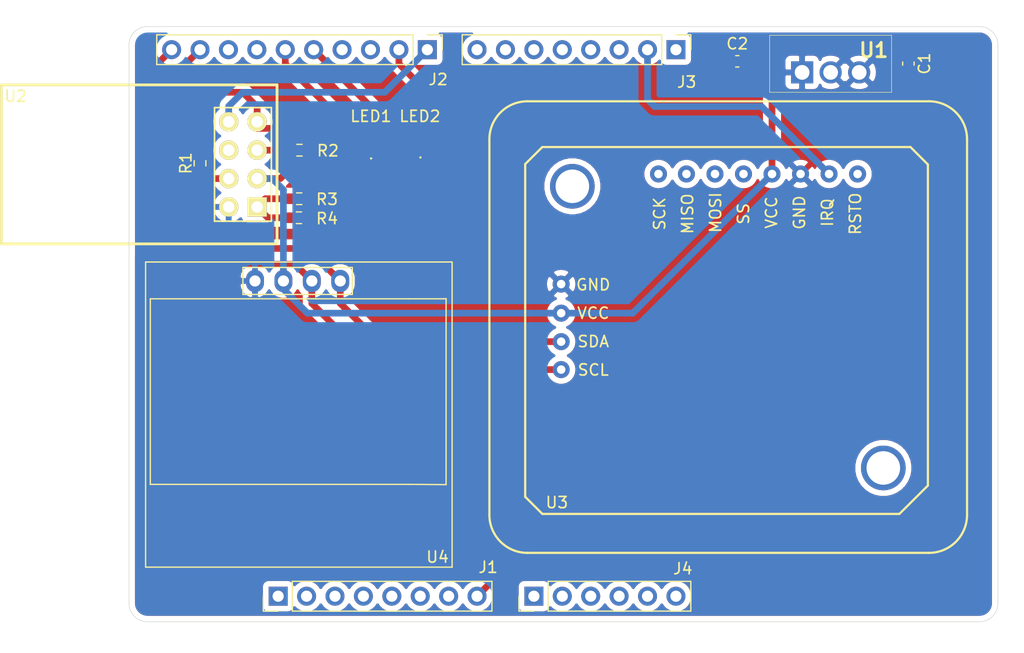
<source format=kicad_pcb>
(kicad_pcb (version 20171130) (host pcbnew "(5.1.6-0-10_14)")

  (general
    (thickness 1.6)
    (drawings 8)
    (tracks 69)
    (zones 0)
    (modules 16)
    (nets 44)
  )

  (page A4)
  (layers
    (0 F.Cu signal)
    (31 B.Cu signal)
    (32 B.Adhes user)
    (33 F.Adhes user)
    (34 B.Paste user)
    (35 F.Paste user)
    (36 B.SilkS user)
    (37 F.SilkS user)
    (38 B.Mask user)
    (39 F.Mask user)
    (40 Dwgs.User user)
    (41 Cmts.User user)
    (42 Eco1.User user)
    (43 Eco2.User user)
    (44 Edge.Cuts user)
    (45 Margin user)
    (46 B.CrtYd user)
    (47 F.CrtYd user)
    (48 B.Fab user)
    (49 F.Fab user)
  )

  (setup
    (last_trace_width 0.6)
    (user_trace_width 0.6)
    (trace_clearance 0.2)
    (zone_clearance 0.508)
    (zone_45_only no)
    (trace_min 0.2)
    (via_size 0.8)
    (via_drill 0.4)
    (via_min_size 0.4)
    (via_min_drill 0.3)
    (uvia_size 0.3)
    (uvia_drill 0.1)
    (uvias_allowed no)
    (uvia_min_size 0.2)
    (uvia_min_drill 0.1)
    (edge_width 0.05)
    (segment_width 0.2)
    (pcb_text_width 0.3)
    (pcb_text_size 1.5 1.5)
    (mod_edge_width 0.12)
    (mod_text_size 0.75 0.75)
    (mod_text_width 0.15)
    (pad_size 1.524 1.524)
    (pad_drill 0.762)
    (pad_to_mask_clearance 0.051)
    (solder_mask_min_width 0.25)
    (aux_axis_origin 0 0)
    (visible_elements FFFFFF7F)
    (pcbplotparams
      (layerselection 0x010fc_ffffffff)
      (usegerberextensions false)
      (usegerberattributes false)
      (usegerberadvancedattributes false)
      (creategerberjobfile false)
      (excludeedgelayer true)
      (linewidth 0.100000)
      (plotframeref false)
      (viasonmask false)
      (mode 1)
      (useauxorigin false)
      (hpglpennumber 1)
      (hpglpenspeed 20)
      (hpglpendiameter 15.000000)
      (psnegative false)
      (psa4output false)
      (plotreference true)
      (plotvalue true)
      (plotinvisibletext false)
      (padsonsilk false)
      (subtractmaskfromsilk false)
      (outputformat 1)
      (mirror false)
      (drillshape 1)
      (scaleselection 1)
      (outputdirectory ""))
  )

  (net 0 "")
  (net 1 "Net-(J1-Pad1)")
  (net 2 "Net-(U2-Pad6)")
  (net 3 GND)
  (net 4 +3V3)
  (net 5 "Net-(R1-Pad2)")
  (net 6 +6V)
  (net 7 "Net-(J1-Pad2)")
  (net 8 "Net-(J1-Pad3)")
  (net 9 "Net-(J1-Pad4)")
  (net 10 "Net-(J1-Pad5)")
  (net 11 "Net-(J1-Pad6)")
  (net 12 "Net-(J1-Pad7)")
  (net 13 "Net-(J2-Pad2)")
  (net 14 "Net-(J2-Pad3)")
  (net 15 "Net-(J2-Pad4)")
  (net 16 "Net-(J2-Pad5)")
  (net 17 "Net-(J2-Pad6)")
  (net 18 "Net-(J2-Pad7)")
  (net 19 "Net-(J2-Pad8)")
  (net 20 SDA)
  (net 21 SCL)
  (net 22 "Net-(J3-Pad8)")
  (net 23 "Net-(J3-Pad7)")
  (net 24 "Net-(J3-Pad6)")
  (net 25 "Net-(J3-Pad5)")
  (net 26 "Net-(J3-Pad4)")
  (net 27 "Net-(J3-Pad3)")
  (net 28 "Net-(J3-Pad1)")
  (net 29 "Net-(J4-Pad1)")
  (net 30 "Net-(J4-Pad2)")
  (net 31 "Net-(J4-Pad3)")
  (net 32 "Net-(J4-Pad4)")
  (net 33 "Net-(J4-Pad5)")
  (net 34 "Net-(J4-Pad6)")
  (net 35 "Net-(R2-Pad1)")
  (net 36 ESP_RX)
  (net 37 ESP_TX)
  (net 38 "Net-(U3-Pad5)")
  (net 39 "Net-(U3-Pad6)")
  (net 40 "Net-(U3-Pad7)")
  (net 41 "Net-(U3-Pad8)")
  (net 42 "Net-(U3-Pad10)")
  (net 43 PN532_IRQ)

  (net_class Default "This is the default net class."
    (clearance 0.2)
    (trace_width 0.25)
    (via_dia 0.8)
    (via_drill 0.4)
    (uvia_dia 0.3)
    (uvia_drill 0.1)
    (add_net +3V3)
    (add_net +6V)
    (add_net ESP_RX)
    (add_net ESP_TX)
    (add_net GND)
    (add_net "Net-(J1-Pad1)")
    (add_net "Net-(J1-Pad2)")
    (add_net "Net-(J1-Pad3)")
    (add_net "Net-(J1-Pad4)")
    (add_net "Net-(J1-Pad5)")
    (add_net "Net-(J1-Pad6)")
    (add_net "Net-(J1-Pad7)")
    (add_net "Net-(J2-Pad2)")
    (add_net "Net-(J2-Pad3)")
    (add_net "Net-(J2-Pad4)")
    (add_net "Net-(J2-Pad5)")
    (add_net "Net-(J2-Pad6)")
    (add_net "Net-(J2-Pad7)")
    (add_net "Net-(J2-Pad8)")
    (add_net "Net-(J3-Pad1)")
    (add_net "Net-(J3-Pad3)")
    (add_net "Net-(J3-Pad4)")
    (add_net "Net-(J3-Pad5)")
    (add_net "Net-(J3-Pad6)")
    (add_net "Net-(J3-Pad7)")
    (add_net "Net-(J3-Pad8)")
    (add_net "Net-(J4-Pad1)")
    (add_net "Net-(J4-Pad2)")
    (add_net "Net-(J4-Pad3)")
    (add_net "Net-(J4-Pad4)")
    (add_net "Net-(J4-Pad5)")
    (add_net "Net-(J4-Pad6)")
    (add_net "Net-(R1-Pad2)")
    (add_net "Net-(R2-Pad1)")
    (add_net "Net-(U2-Pad6)")
    (add_net "Net-(U3-Pad10)")
    (add_net "Net-(U3-Pad5)")
    (add_net "Net-(U3-Pad6)")
    (add_net "Net-(U3-Pad7)")
    (add_net "Net-(U3-Pad8)")
    (add_net PN532_IRQ)
    (add_net SCL)
    (add_net SDA)
  )

  (net_class POWER ""
    (clearance 0.3)
    (trace_width 0.3)
    (via_dia 1)
    (via_drill 0.6)
    (uvia_dia 0.3)
    (uvia_drill 0.1)
  )

  (module Connector_PinHeader_2.54mm:PinHeader_1x08_P2.54mm_Vertical locked (layer F.Cu) (tedit 59FED5CC) (tstamp 628172BD)
    (at 160.655 100.965 90)
    (descr "Through hole straight pin header, 1x08, 2.54mm pitch, single row")
    (tags "Through hole pin header THT 1x08 2.54mm single row")
    (path /627AB8A0)
    (fp_text reference J1 (at 2.5908 18.7706 180) (layer F.SilkS)
      (effects (font (size 1 1) (thickness 0.15)))
    )
    (fp_text value POWER (at 0 20.11 90) (layer F.Fab) hide
      (effects (font (size 1 1) (thickness 0.15)))
    )
    (fp_line (start 1.8 -1.8) (end -1.8 -1.8) (layer F.CrtYd) (width 0.05))
    (fp_line (start 1.8 19.55) (end 1.8 -1.8) (layer F.CrtYd) (width 0.05))
    (fp_line (start -1.8 19.55) (end 1.8 19.55) (layer F.CrtYd) (width 0.05))
    (fp_line (start -1.8 -1.8) (end -1.8 19.55) (layer F.CrtYd) (width 0.05))
    (fp_line (start -1.33 -1.33) (end 0 -1.33) (layer F.SilkS) (width 0.12))
    (fp_line (start -1.33 0) (end -1.33 -1.33) (layer F.SilkS) (width 0.12))
    (fp_line (start -1.33 1.27) (end 1.33 1.27) (layer F.SilkS) (width 0.12))
    (fp_line (start 1.33 1.27) (end 1.33 19.11) (layer F.SilkS) (width 0.12))
    (fp_line (start -1.33 1.27) (end -1.33 19.11) (layer F.SilkS) (width 0.12))
    (fp_line (start -1.33 19.11) (end 1.33 19.11) (layer F.SilkS) (width 0.12))
    (fp_line (start -1.27 -0.635) (end -0.635 -1.27) (layer F.Fab) (width 0.1))
    (fp_line (start -1.27 19.05) (end -1.27 -0.635) (layer F.Fab) (width 0.1))
    (fp_line (start 1.27 19.05) (end -1.27 19.05) (layer F.Fab) (width 0.1))
    (fp_line (start 1.27 -1.27) (end 1.27 19.05) (layer F.Fab) (width 0.1))
    (fp_line (start -0.635 -1.27) (end 1.27 -1.27) (layer F.Fab) (width 0.1))
    (fp_text user %R (at 0 8.89) (layer F.Fab)
      (effects (font (size 1 1) (thickness 0.15)))
    )
    (pad 1 thru_hole rect (at 0 0 90) (size 1.7 1.7) (drill 1) (layers *.Cu *.Mask)
      (net 1 "Net-(J1-Pad1)"))
    (pad 2 thru_hole oval (at 0 2.54 90) (size 1.7 1.7) (drill 1) (layers *.Cu *.Mask)
      (net 7 "Net-(J1-Pad2)"))
    (pad 3 thru_hole oval (at 0 5.08 90) (size 1.7 1.7) (drill 1) (layers *.Cu *.Mask)
      (net 8 "Net-(J1-Pad3)"))
    (pad 4 thru_hole oval (at 0 7.62 90) (size 1.7 1.7) (drill 1) (layers *.Cu *.Mask)
      (net 9 "Net-(J1-Pad4)"))
    (pad 5 thru_hole oval (at 0 10.16 90) (size 1.7 1.7) (drill 1) (layers *.Cu *.Mask)
      (net 10 "Net-(J1-Pad5)"))
    (pad 6 thru_hole oval (at 0 12.7 90) (size 1.7 1.7) (drill 1) (layers *.Cu *.Mask)
      (net 11 "Net-(J1-Pad6)"))
    (pad 7 thru_hole oval (at 0 15.24 90) (size 1.7 1.7) (drill 1) (layers *.Cu *.Mask)
      (net 12 "Net-(J1-Pad7)"))
    (pad 8 thru_hole oval (at 0 17.78 90) (size 1.7 1.7) (drill 1) (layers *.Cu *.Mask)
      (net 6 +6V))
    (model ${KISYS3DMOD}/Connector_PinHeader_2.54mm.3dshapes/PinHeader_1x08_P2.54mm_Vertical.wrl
      (at (xyz 0 0 0))
      (scale (xyz 1 1 1))
      (rotate (xyz 0 0 0))
    )
  )

  (module Connector_PinHeader_2.54mm:PinHeader_1x10_P2.54mm_Vertical locked (layer F.Cu) (tedit 59FED5CC) (tstamp 627B1A0A)
    (at 173.99 52.07 270)
    (descr "Through hole straight pin header, 1x10, 2.54mm pitch, single row")
    (tags "Through hole pin header THT 1x10 2.54mm single row")
    (path /627AB894)
    (fp_text reference J2 (at 2.667 -0.9652 180) (layer F.SilkS)
      (effects (font (size 1 1) (thickness 0.15)))
    )
    (fp_text value Digital (at 0 25.19 90) (layer F.Fab) hide
      (effects (font (size 1 1) (thickness 0.15)))
    )
    (fp_line (start 1.8 -1.8) (end -1.8 -1.8) (layer F.CrtYd) (width 0.05))
    (fp_line (start 1.8 24.65) (end 1.8 -1.8) (layer F.CrtYd) (width 0.05))
    (fp_line (start -1.8 24.65) (end 1.8 24.65) (layer F.CrtYd) (width 0.05))
    (fp_line (start -1.8 -1.8) (end -1.8 24.65) (layer F.CrtYd) (width 0.05))
    (fp_line (start -1.33 -1.33) (end 0 -1.33) (layer F.SilkS) (width 0.12))
    (fp_line (start -1.33 0) (end -1.33 -1.33) (layer F.SilkS) (width 0.12))
    (fp_line (start -1.33 1.27) (end 1.33 1.27) (layer F.SilkS) (width 0.12))
    (fp_line (start 1.33 1.27) (end 1.33 24.19) (layer F.SilkS) (width 0.12))
    (fp_line (start -1.33 1.27) (end -1.33 24.19) (layer F.SilkS) (width 0.12))
    (fp_line (start -1.33 24.19) (end 1.33 24.19) (layer F.SilkS) (width 0.12))
    (fp_line (start -1.27 -0.635) (end -0.635 -1.27) (layer F.Fab) (width 0.1))
    (fp_line (start -1.27 24.13) (end -1.27 -0.635) (layer F.Fab) (width 0.1))
    (fp_line (start 1.27 24.13) (end -1.27 24.13) (layer F.Fab) (width 0.1))
    (fp_line (start 1.27 -1.27) (end 1.27 24.13) (layer F.Fab) (width 0.1))
    (fp_line (start -0.635 -1.27) (end 1.27 -1.27) (layer F.Fab) (width 0.1))
    (fp_text user %R (at 0 11.43) (layer F.Fab)
      (effects (font (size 1 1) (thickness 0.15)))
    )
    (pad 1 thru_hole rect (at 0 0 270) (size 1.7 1.7) (drill 1) (layers *.Cu *.Mask)
      (net 36 ESP_RX))
    (pad 2 thru_hole oval (at 0 2.54 270) (size 1.7 1.7) (drill 1) (layers *.Cu *.Mask)
      (net 13 "Net-(J2-Pad2)"))
    (pad 3 thru_hole oval (at 0 5.08 270) (size 1.7 1.7) (drill 1) (layers *.Cu *.Mask)
      (net 14 "Net-(J2-Pad3)"))
    (pad 4 thru_hole oval (at 0 7.62 270) (size 1.7 1.7) (drill 1) (layers *.Cu *.Mask)
      (net 15 "Net-(J2-Pad4)"))
    (pad 5 thru_hole oval (at 0 10.16 270) (size 1.7 1.7) (drill 1) (layers *.Cu *.Mask)
      (net 16 "Net-(J2-Pad5)"))
    (pad 6 thru_hole oval (at 0 12.7 270) (size 1.7 1.7) (drill 1) (layers *.Cu *.Mask)
      (net 17 "Net-(J2-Pad6)"))
    (pad 7 thru_hole oval (at 0 15.24 270) (size 1.7 1.7) (drill 1) (layers *.Cu *.Mask)
      (net 18 "Net-(J2-Pad7)"))
    (pad 8 thru_hole oval (at 0 17.78 270) (size 1.7 1.7) (drill 1) (layers *.Cu *.Mask)
      (net 19 "Net-(J2-Pad8)"))
    (pad 9 thru_hole oval (at 0 20.32 270) (size 1.7 1.7) (drill 1) (layers *.Cu *.Mask)
      (net 20 SDA))
    (pad 10 thru_hole oval (at 0 22.86 270) (size 1.7 1.7) (drill 1) (layers *.Cu *.Mask)
      (net 21 SCL))
    (model ${KISYS3DMOD}/Connector_PinHeader_2.54mm.3dshapes/PinHeader_1x10_P2.54mm_Vertical.wrl
      (at (xyz 0 0 0))
      (scale (xyz 1 1 1))
      (rotate (xyz 0 0 0))
    )
  )

  (module Connector_PinHeader_2.54mm:PinHeader_1x08_P2.54mm_Vertical locked (layer F.Cu) (tedit 59FED5CC) (tstamp 627B1A26)
    (at 196.215 52.07 270)
    (descr "Through hole straight pin header, 1x08, 2.54mm pitch, single row")
    (tags "Through hole pin header THT 1x08 2.54mm single row")
    (path /627AB88E)
    (fp_text reference J3 (at 2.8956 -0.9652 180) (layer F.SilkS)
      (effects (font (size 1 1) (thickness 0.15)))
    )
    (fp_text value Digital (at 0 20.11 90) (layer F.Fab) hide
      (effects (font (size 1 1) (thickness 0.15)))
    )
    (fp_line (start -0.635 -1.27) (end 1.27 -1.27) (layer F.Fab) (width 0.1))
    (fp_line (start 1.27 -1.27) (end 1.27 19.05) (layer F.Fab) (width 0.1))
    (fp_line (start 1.27 19.05) (end -1.27 19.05) (layer F.Fab) (width 0.1))
    (fp_line (start -1.27 19.05) (end -1.27 -0.635) (layer F.Fab) (width 0.1))
    (fp_line (start -1.27 -0.635) (end -0.635 -1.27) (layer F.Fab) (width 0.1))
    (fp_line (start -1.33 19.11) (end 1.33 19.11) (layer F.SilkS) (width 0.12))
    (fp_line (start -1.33 1.27) (end -1.33 19.11) (layer F.SilkS) (width 0.12))
    (fp_line (start 1.33 1.27) (end 1.33 19.11) (layer F.SilkS) (width 0.12))
    (fp_line (start -1.33 1.27) (end 1.33 1.27) (layer F.SilkS) (width 0.12))
    (fp_line (start -1.33 0) (end -1.33 -1.33) (layer F.SilkS) (width 0.12))
    (fp_line (start -1.33 -1.33) (end 0 -1.33) (layer F.SilkS) (width 0.12))
    (fp_line (start -1.8 -1.8) (end -1.8 19.55) (layer F.CrtYd) (width 0.05))
    (fp_line (start -1.8 19.55) (end 1.8 19.55) (layer F.CrtYd) (width 0.05))
    (fp_line (start 1.8 19.55) (end 1.8 -1.8) (layer F.CrtYd) (width 0.05))
    (fp_line (start 1.8 -1.8) (end -1.8 -1.8) (layer F.CrtYd) (width 0.05))
    (fp_text user %R (at 0 8.89) (layer F.Fab)
      (effects (font (size 1 1) (thickness 0.15)))
    )
    (pad 8 thru_hole oval (at 0 17.78 270) (size 1.7 1.7) (drill 1) (layers *.Cu *.Mask)
      (net 22 "Net-(J3-Pad8)"))
    (pad 7 thru_hole oval (at 0 15.24 270) (size 1.7 1.7) (drill 1) (layers *.Cu *.Mask)
      (net 23 "Net-(J3-Pad7)"))
    (pad 6 thru_hole oval (at 0 12.7 270) (size 1.7 1.7) (drill 1) (layers *.Cu *.Mask)
      (net 24 "Net-(J3-Pad6)"))
    (pad 5 thru_hole oval (at 0 10.16 270) (size 1.7 1.7) (drill 1) (layers *.Cu *.Mask)
      (net 25 "Net-(J3-Pad5)"))
    (pad 4 thru_hole oval (at 0 7.62 270) (size 1.7 1.7) (drill 1) (layers *.Cu *.Mask)
      (net 26 "Net-(J3-Pad4)"))
    (pad 3 thru_hole oval (at 0 5.08 270) (size 1.7 1.7) (drill 1) (layers *.Cu *.Mask)
      (net 27 "Net-(J3-Pad3)"))
    (pad 2 thru_hole oval (at 0 2.54 270) (size 1.7 1.7) (drill 1) (layers *.Cu *.Mask)
      (net 43 PN532_IRQ))
    (pad 1 thru_hole rect (at 0 0 270) (size 1.7 1.7) (drill 1) (layers *.Cu *.Mask)
      (net 28 "Net-(J3-Pad1)"))
    (model ${KISYS3DMOD}/Connector_PinHeader_2.54mm.3dshapes/PinHeader_1x08_P2.54mm_Vertical.wrl
      (at (xyz 0 0 0))
      (scale (xyz 1 1 1))
      (rotate (xyz 0 0 0))
    )
  )

  (module Connector_PinHeader_2.54mm:PinHeader_1x06_P2.54mm_Vertical locked (layer F.Cu) (tedit 59FED5CC) (tstamp 62817203)
    (at 183.515 100.965 90)
    (descr "Through hole straight pin header, 1x06, 2.54mm pitch, single row")
    (tags "Through hole pin header THT 1x06 2.54mm single row")
    (path /627AB89A)
    (fp_text reference J4 (at 2.4638 13.3096 180) (layer F.SilkS)
      (effects (font (size 1 1) (thickness 0.15)))
    )
    (fp_text value "Analog IN" (at 0 15.03 90) (layer F.Fab) hide
      (effects (font (size 1 1) (thickness 0.15)))
    )
    (fp_line (start 1.8 -1.8) (end -1.8 -1.8) (layer F.CrtYd) (width 0.05))
    (fp_line (start 1.8 14.5) (end 1.8 -1.8) (layer F.CrtYd) (width 0.05))
    (fp_line (start -1.8 14.5) (end 1.8 14.5) (layer F.CrtYd) (width 0.05))
    (fp_line (start -1.8 -1.8) (end -1.8 14.5) (layer F.CrtYd) (width 0.05))
    (fp_line (start -1.33 -1.33) (end 0 -1.33) (layer F.SilkS) (width 0.12))
    (fp_line (start -1.33 0) (end -1.33 -1.33) (layer F.SilkS) (width 0.12))
    (fp_line (start -1.33 1.27) (end 1.33 1.27) (layer F.SilkS) (width 0.12))
    (fp_line (start 1.33 1.27) (end 1.33 14.03) (layer F.SilkS) (width 0.12))
    (fp_line (start -1.33 1.27) (end -1.33 14.03) (layer F.SilkS) (width 0.12))
    (fp_line (start -1.33 14.03) (end 1.33 14.03) (layer F.SilkS) (width 0.12))
    (fp_line (start -1.27 -0.635) (end -0.635 -1.27) (layer F.Fab) (width 0.1))
    (fp_line (start -1.27 13.97) (end -1.27 -0.635) (layer F.Fab) (width 0.1))
    (fp_line (start 1.27 13.97) (end -1.27 13.97) (layer F.Fab) (width 0.1))
    (fp_line (start 1.27 -1.27) (end 1.27 13.97) (layer F.Fab) (width 0.1))
    (fp_line (start -0.635 -1.27) (end 1.27 -1.27) (layer F.Fab) (width 0.1))
    (fp_text user %R (at 0 6.35) (layer F.Fab)
      (effects (font (size 1 1) (thickness 0.15)))
    )
    (pad 1 thru_hole rect (at 0 0 90) (size 1.7 1.7) (drill 1) (layers *.Cu *.Mask)
      (net 29 "Net-(J4-Pad1)"))
    (pad 2 thru_hole oval (at 0 2.54 90) (size 1.7 1.7) (drill 1) (layers *.Cu *.Mask)
      (net 30 "Net-(J4-Pad2)"))
    (pad 3 thru_hole oval (at 0 5.08 90) (size 1.7 1.7) (drill 1) (layers *.Cu *.Mask)
      (net 31 "Net-(J4-Pad3)"))
    (pad 4 thru_hole oval (at 0 7.62 90) (size 1.7 1.7) (drill 1) (layers *.Cu *.Mask)
      (net 32 "Net-(J4-Pad4)"))
    (pad 5 thru_hole oval (at 0 10.16 90) (size 1.7 1.7) (drill 1) (layers *.Cu *.Mask)
      (net 33 "Net-(J4-Pad5)"))
    (pad 6 thru_hole oval (at 0 12.7 90) (size 1.7 1.7) (drill 1) (layers *.Cu *.Mask)
      (net 34 "Net-(J4-Pad6)"))
    (model ${KISYS3DMOD}/Connector_PinHeader_2.54mm.3dshapes/PinHeader_1x06_P2.54mm_Vertical.wrl
      (at (xyz 0 0 0))
      (scale (xyz 1 1 1))
      (rotate (xyz 0 0 0))
    )
  )

  (module pcb_dang:C_0603_1608Metric (layer F.Cu) (tedit 627E2808) (tstamp 62821D48)
    (at 216.992 53.3146 270)
    (descr "Capacitor SMD 0603 (1608 Metric), square (rectangular) end terminal, IPC_7351 nominal, (Body size source: IPC-SM-782 page 76, https://www.pcb-3d.com/wordpress/wp-content/uploads/ipc-sm-782a_amendment_1_and_2.pdf), generated with kicad-footprint-generator")
    (tags capacitor)
    (path /627FC063)
    (attr smd)
    (fp_text reference C1 (at 0 -1.43 90) (layer F.SilkS)
      (effects (font (size 1 1) (thickness 0.15)))
    )
    (fp_text value 100nF (at 0 1.43 90) (layer F.Fab) hide
      (effects (font (size 1 1) (thickness 0.15)))
    )
    (fp_line (start -0.8 0.4) (end -0.8 -0.4) (layer F.Fab) (width 0.1))
    (fp_line (start -0.8 -0.4) (end 0.8 -0.4) (layer F.Fab) (width 0.1))
    (fp_line (start 0.8 -0.4) (end 0.8 0.4) (layer F.Fab) (width 0.1))
    (fp_line (start 0.8 0.4) (end -0.8 0.4) (layer F.Fab) (width 0.1))
    (fp_line (start -0.14058 -0.51) (end 0.14058 -0.51) (layer F.SilkS) (width 0.12))
    (fp_line (start -0.14058 0.51) (end 0.14058 0.51) (layer F.SilkS) (width 0.12))
    (fp_line (start -1.48 0.73) (end -1.48 -0.73) (layer F.CrtYd) (width 0.05))
    (fp_line (start -1.48 -0.73) (end 1.48 -0.73) (layer F.CrtYd) (width 0.05))
    (fp_line (start 1.48 -0.73) (end 1.48 0.73) (layer F.CrtYd) (width 0.05))
    (fp_line (start 1.48 0.73) (end -1.48 0.73) (layer F.CrtYd) (width 0.05))
    (pad 2 smd roundrect (at 0.775 0 270) (size 0.9 0.95) (layers F.Cu F.Paste F.Mask) (roundrect_rratio 0.25)
      (net 6 +6V))
    (pad 1 smd roundrect (at -0.775 0 270) (size 0.9 0.95) (layers F.Cu F.Paste F.Mask) (roundrect_rratio 0.25)
      (net 3 GND))
    (model /Users/littlerobot/workspace/uni/Q6/EngSis/practiques/svn/engsis-amenos-dominguez-nosas-garcia/PCB/pcb_dang/3Ds/C_0603.stp
      (at (xyz 0 0 0))
      (scale (xyz 1 1 1))
      (rotate (xyz 0 0 0))
    )
  )

  (module pcb_dang:C_0603_1608Metric (layer F.Cu) (tedit 627E2808) (tstamp 62823AA0)
    (at 201.701 53.1114 180)
    (descr "Capacitor SMD 0603 (1608 Metric), square (rectangular) end terminal, IPC_7351 nominal, (Body size source: IPC-SM-782 page 76, https://www.pcb-3d.com/wordpress/wp-content/uploads/ipc-sm-782a_amendment_1_and_2.pdf), generated with kicad-footprint-generator")
    (tags capacitor)
    (path /627FD11B)
    (attr smd)
    (fp_text reference C2 (at 0 1.5748) (layer F.SilkS)
      (effects (font (size 1 1) (thickness 0.15)))
    )
    (fp_text value 10uF (at 0 1.43) (layer F.Fab) hide
      (effects (font (size 1 1) (thickness 0.15)))
    )
    (fp_line (start 1.48 0.73) (end -1.48 0.73) (layer F.CrtYd) (width 0.05))
    (fp_line (start 1.48 -0.73) (end 1.48 0.73) (layer F.CrtYd) (width 0.05))
    (fp_line (start -1.48 -0.73) (end 1.48 -0.73) (layer F.CrtYd) (width 0.05))
    (fp_line (start -1.48 0.73) (end -1.48 -0.73) (layer F.CrtYd) (width 0.05))
    (fp_line (start -0.14058 0.51) (end 0.14058 0.51) (layer F.SilkS) (width 0.12))
    (fp_line (start -0.14058 -0.51) (end 0.14058 -0.51) (layer F.SilkS) (width 0.12))
    (fp_line (start 0.8 0.4) (end -0.8 0.4) (layer F.Fab) (width 0.1))
    (fp_line (start 0.8 -0.4) (end 0.8 0.4) (layer F.Fab) (width 0.1))
    (fp_line (start -0.8 -0.4) (end 0.8 -0.4) (layer F.Fab) (width 0.1))
    (fp_line (start -0.8 0.4) (end -0.8 -0.4) (layer F.Fab) (width 0.1))
    (pad 1 smd roundrect (at -0.775 0 180) (size 0.9 0.95) (layers F.Cu F.Paste F.Mask) (roundrect_rratio 0.25)
      (net 4 +3V3))
    (pad 2 smd roundrect (at 0.775 0 180) (size 0.9 0.95) (layers F.Cu F.Paste F.Mask) (roundrect_rratio 0.25)
      (net 3 GND))
    (model /Users/littlerobot/workspace/uni/Q6/EngSis/practiques/svn/engsis-amenos-dominguez-nosas-garcia/PCB/pcb_dang/3Ds/C_0603.stp
      (at (xyz 0 0 0))
      (scale (xyz 1 1 1))
      (rotate (xyz 0 0 0))
    )
  )

  (module pcb_dang:R_0603_1608Metric (layer F.Cu) (tedit 627E289E) (tstamp 628264FD)
    (at 153.67 62.23 270)
    (descr "Resistor SMD 0603 (1608 Metric), square (rectangular) end terminal, IPC_7351 nominal, (Body size source: IPC-SM-782 page 72, https://www.pcb-3d.com/wordpress/wp-content/uploads/ipc-sm-782a_amendment_1_and_2.pdf), generated with kicad-footprint-generator")
    (tags resistor)
    (path /627FADBC)
    (attr smd)
    (fp_text reference R1 (at 0 1.27 90) (layer F.SilkS)
      (effects (font (size 1 1) (thickness 0.15)))
    )
    (fp_text value 220 (at 0 1.43 90) (layer F.Fab) hide
      (effects (font (size 1 1) (thickness 0.15)))
    )
    (fp_line (start 1.48 0.73) (end -1.48 0.73) (layer F.CrtYd) (width 0.05))
    (fp_line (start 1.48 -0.73) (end 1.48 0.73) (layer F.CrtYd) (width 0.05))
    (fp_line (start -1.48 -0.73) (end 1.48 -0.73) (layer F.CrtYd) (width 0.05))
    (fp_line (start -1.48 0.73) (end -1.48 -0.73) (layer F.CrtYd) (width 0.05))
    (fp_line (start -0.237258 0.5225) (end 0.237258 0.5225) (layer F.SilkS) (width 0.12))
    (fp_line (start -0.237258 -0.5225) (end 0.237258 -0.5225) (layer F.SilkS) (width 0.12))
    (fp_line (start 0.8 0.4125) (end -0.8 0.4125) (layer F.Fab) (width 0.1))
    (fp_line (start 0.8 -0.4125) (end 0.8 0.4125) (layer F.Fab) (width 0.1))
    (fp_line (start -0.8 -0.4125) (end 0.8 -0.4125) (layer F.Fab) (width 0.1))
    (fp_line (start -0.8 0.4125) (end -0.8 -0.4125) (layer F.Fab) (width 0.1))
    (pad 1 smd roundrect (at -0.825 0 270) (size 0.8 0.95) (layers F.Cu F.Paste F.Mask) (roundrect_rratio 0.25)
      (net 4 +3V3))
    (pad 2 smd roundrect (at 0.825 0 270) (size 0.8 0.95) (layers F.Cu F.Paste F.Mask) (roundrect_rratio 0.25)
      (net 5 "Net-(R1-Pad2)"))
    (model /Users/littlerobot/workspace/uni/Q6/EngSis/practiques/svn/engsis-amenos-dominguez-nosas-garcia/PCB/pcb_dang/3Ds/R_0603.stp
      (offset (xyz 0.8 0.4 0.5))
      (scale (xyz 1 1 1))
      (rotate (xyz 180 0 0))
    )
  )

  (module pcb_dang:R_0603_1608Metric (layer F.Cu) (tedit 627E289E) (tstamp 62822B1C)
    (at 162.56 61.0616)
    (descr "Resistor SMD 0603 (1608 Metric), square (rectangular) end terminal, IPC_7351 nominal, (Body size source: IPC-SM-782 page 72, https://www.pcb-3d.com/wordpress/wp-content/uploads/ipc-sm-782a_amendment_1_and_2.pdf), generated with kicad-footprint-generator")
    (tags resistor)
    (path /627EFE01)
    (attr smd)
    (fp_text reference R2 (at 2.54 0.0508 180) (layer F.SilkS)
      (effects (font (size 1 1) (thickness 0.15)))
    )
    (fp_text value 10k (at 0 1.43) (layer F.Fab) hide
      (effects (font (size 1 1) (thickness 0.15)))
    )
    (fp_line (start -0.8 0.4125) (end -0.8 -0.4125) (layer F.Fab) (width 0.1))
    (fp_line (start -0.8 -0.4125) (end 0.8 -0.4125) (layer F.Fab) (width 0.1))
    (fp_line (start 0.8 -0.4125) (end 0.8 0.4125) (layer F.Fab) (width 0.1))
    (fp_line (start 0.8 0.4125) (end -0.8 0.4125) (layer F.Fab) (width 0.1))
    (fp_line (start -0.237258 -0.5225) (end 0.237258 -0.5225) (layer F.SilkS) (width 0.12))
    (fp_line (start -0.237258 0.5225) (end 0.237258 0.5225) (layer F.SilkS) (width 0.12))
    (fp_line (start -1.48 0.73) (end -1.48 -0.73) (layer F.CrtYd) (width 0.05))
    (fp_line (start -1.48 -0.73) (end 1.48 -0.73) (layer F.CrtYd) (width 0.05))
    (fp_line (start 1.48 -0.73) (end 1.48 0.73) (layer F.CrtYd) (width 0.05))
    (fp_line (start 1.48 0.73) (end -1.48 0.73) (layer F.CrtYd) (width 0.05))
    (pad 1 smd roundrect (at -0.825 0) (size 0.8 0.95) (layers F.Cu F.Paste F.Mask) (roundrect_rratio 0.25)
      (net 35 "Net-(R2-Pad1)"))
    (pad 2 smd roundrect (at 0.825 0) (size 0.8 0.95) (layers F.Cu F.Paste F.Mask) (roundrect_rratio 0.25)
      (net 4 +3V3))
    (model /Users/littlerobot/workspace/uni/Q6/EngSis/practiques/svn/engsis-amenos-dominguez-nosas-garcia/PCB/pcb_dang/3Ds/R_0603.stp
      (offset (xyz 0.8 0.4 0.5))
      (scale (xyz 1 1 1))
      (rotate (xyz 180 0 0))
    )
  )

  (module pcb_dang:LD1117V33 (layer F.Cu) (tedit 6280D4BD) (tstamp 62826201)
    (at 207.493 54.102)
    (descr "TO-220 (dual gauge) height 4.60")
    (tags "Integrated Circuit")
    (path /6282CA75)
    (fp_text reference U1 (at 6.4008 -1.9812) (layer F.SilkS)
      (effects (font (size 1.27 1.27) (thickness 0.254)))
    )
    (fp_text value LD1117V33 (at 2.54 -5.08) (layer F.SilkS) hide
      (effects (font (size 1.27 1.27) (thickness 0.254)))
    )
    (fp_line (start -2.65 -1.795) (end -1.375 -3.07) (layer F.Fab) (width 0.1))
    (fp_line (start -2.65 1.53) (end -2.65 -3.07) (layer F.Fab) (width 0.1))
    (fp_line (start 7.75 1.53) (end -2.65 1.53) (layer F.Fab) (width 0.1))
    (fp_line (start 7.75 -3.07) (end 7.75 1.53) (layer F.Fab) (width 0.1))
    (fp_line (start -2.65 -3.07) (end 7.75 -3.07) (layer F.Fab) (width 0.1))
    (fp_line (start -2.9 1.78) (end -2.9 -3.32) (layer F.SilkS) (width 0.05))
    (fp_line (start 8 1.78) (end -2.9 1.78) (layer F.SilkS) (width 0.05))
    (fp_line (start 8 -3.32) (end 8 1.78) (layer F.SilkS) (width 0.05))
    (fp_line (start -2.9 -3.32) (end 8 -3.32) (layer F.SilkS) (width 0.05))
    (fp_text user %R (at 11.938 1.524 90) (layer F.Fab) hide
      (effects (font (size 1.27 1.27) (thickness 0.254)))
    )
    (pad 3 thru_hole circle (at 5.1 0) (size 1.98 1.98) (drill 1.32) (layers *.Cu *.Mask)
      (net 3 GND))
    (pad 2 thru_hole circle (at 2.55 0) (size 1.98 1.98) (drill 1.32) (layers *.Cu *.Mask)
      (net 3 GND))
    (pad 1 thru_hole rect (at 0 0) (size 1.98 1.98) (drill 1.32) (layers *.Cu *.Mask)
      (net 3 GND))
    (model /Users/littlerobot/workspace/uni/Q6/EngSis/practiques/svn/engsis-amenos-dominguez-nosas-garcia/PCB/pcb_dang/3Ds/LD1117V33.stp
      (at (xyz 0 0 0))
      (scale (xyz 1 1 1))
      (rotate (xyz 0 0 0))
    )
  )

  (module pcb_dang:ESP-01 (layer F.Cu) (tedit 627AAA21) (tstamp 62825F6B)
    (at 158.775 66.1416 180)
    (descr "Module, ESP-8266, ESP-01, 8 pin")
    (tags "Module ESP-8266 ESP8266")
    (path /627B2B83)
    (fp_text reference U2 (at 21.59 9.906) (layer F.SilkS)
      (effects (font (size 1 1) (thickness 0.15)))
    )
    (fp_text value ESP-01 (at 12.192 3.556) (layer F.Fab) hide
      (effects (font (size 1 1) (thickness 0.15)))
    )
    (fp_line (start -1.778 -3.302) (end 22.86 -3.302) (layer F.SilkS) (width 0.254))
    (fp_line (start 22.86 -3.302) (end 22.86 10.922) (layer F.SilkS) (width 0.254))
    (fp_line (start 22.86 10.922) (end -1.778 10.922) (layer F.SilkS) (width 0.254))
    (fp_line (start -1.778 10.922) (end -1.778 -3.302) (layer F.SilkS) (width 0.254))
    (fp_line (start -1.778 -3.302) (end 22.86 -3.302) (layer F.Fab) (width 0.05))
    (fp_line (start 22.86 -3.302) (end 22.86 10.922) (layer F.Fab) (width 0.05))
    (fp_line (start 22.86 10.922) (end -1.778 10.922) (layer F.Fab) (width 0.05))
    (fp_line (start -1.778 10.922) (end -1.778 -3.302) (layer F.Fab) (width 0.05))
    (fp_line (start 1.27 -1.27) (end -1.27 -1.27) (layer F.SilkS) (width 0.1524))
    (fp_line (start -1.27 -1.27) (end -1.27 1.27) (layer F.SilkS) (width 0.1524))
    (fp_line (start -1.75 -1.75) (end -1.75 9.4) (layer F.CrtYd) (width 0.05))
    (fp_line (start 4.3 -1.75) (end 4.3 9.4) (layer F.CrtYd) (width 0.05))
    (fp_line (start -1.75 -1.75) (end 4.3 -1.75) (layer F.CrtYd) (width 0.05))
    (fp_line (start -1.75 9.4) (end 4.3 9.4) (layer F.CrtYd) (width 0.05))
    (fp_line (start -1.27 1.27) (end -1.27 8.89) (layer F.SilkS) (width 0.1524))
    (fp_line (start -1.27 8.89) (end 3.81 8.89) (layer F.SilkS) (width 0.1524))
    (fp_line (start 3.81 8.89) (end 3.81 -1.27) (layer F.SilkS) (width 0.1524))
    (fp_line (start 3.81 -1.27) (end 1.27 -1.27) (layer F.SilkS) (width 0.1524))
    (pad 8 thru_hole oval (at 2.54 7.62 180) (size 1.7272 1.7272) (drill 1.016) (layers *.Cu *.Mask F.SilkS)
      (net 36 ESP_RX))
    (pad 7 thru_hole oval (at 0 7.62 180) (size 1.7272 1.7272) (drill 1.016) (layers *.Cu *.Mask F.SilkS)
      (net 4 +3V3))
    (pad 6 thru_hole oval (at 2.54 5.08 180) (size 1.7272 1.7272) (drill 1.016) (layers *.Cu *.Mask F.SilkS)
      (net 2 "Net-(U2-Pad6)"))
    (pad 5 thru_hole oval (at 0 5.08 180) (size 1.7272 1.7272) (drill 1.016) (layers *.Cu *.Mask F.SilkS)
      (net 35 "Net-(R2-Pad1)"))
    (pad 4 thru_hole oval (at 2.54 2.54 180) (size 1.7272 1.7272) (drill 1.016) (layers *.Cu *.Mask F.SilkS)
      (net 5 "Net-(R1-Pad2)"))
    (pad 3 thru_hole oval (at 0 2.54 180) (size 1.7272 1.7272) (drill 1.016) (layers *.Cu *.Mask F.SilkS)
      (net 4 +3V3))
    (pad 2 thru_hole oval (at 2.54 0 180) (size 1.7272 1.7272) (drill 1.016) (layers *.Cu *.Mask F.SilkS)
      (net 3 GND))
    (pad 1 thru_hole rect (at 0 0 180) (size 1.7272 1.7272) (drill 1.016) (layers *.Cu *.Mask F.SilkS)
      (net 37 ESP_TX))
    (model /Users/littlerobot/workspace/uni/Q6/EngSis/practiques/svn/engsis-amenos-dominguez-nosas-garcia/PCB/pcb_dang/3Ds/ESP8266_ESP01_cp.step
      (offset (xyz 0 0 0.5))
      (scale (xyz 1 1 1))
      (rotate (xyz 0 0 0))
    )
  )

  (module pcb_dang:PN532 (layer F.Cu) (tedit 6280D53F) (tstamp 62823DBC)
    (at 200.254 75.6412)
    (path /6282D9F9)
    (fp_text reference U3 (at -14.6812 16.9418) (layer F.SilkS)
      (effects (font (size 1 1) (thickness 0.15)))
    )
    (fp_text value PN532 (at -7.62 24.13) (layer F.Fab) hide
      (effects (font (size 1 1) (thickness 0.15)))
    )
    (fp_line (start -5.371854 -12.688142) (end -5.371854 -12.21963) (layer Dwgs.User) (width 0.2))
    (fp_line (start -5.840367 -12.688142) (end -5.371854 -12.688142) (layer Dwgs.User) (width 0.2))
    (fp_line (start -5.92611 -12.773886) (end -5.28611 -12.773886) (layer Dwgs.User) (width 0.2))
    (fp_line (start 7.41389 -12.133886) (end 7.328146 -12.21963) (layer Dwgs.User) (width 0.2))
    (fp_line (start 7.41389 -12.133886) (end 6.77389 -12.133886) (layer Dwgs.User) (width 0.2))
    (fp_line (start 6.859633 -12.21963) (end 6.77389 -12.133886) (layer Dwgs.User) (width 0.2))
    (fp_line (start 7.328146 -12.21963) (end 6.859633 -12.21963) (layer Dwgs.User) (width 0.2))
    (fp_line (start 6.77389 -12.133886) (end 6.77389 -12.773886) (layer Dwgs.User) (width 0.2))
    (fp_line (start -5.28611 -12.133886) (end -5.371854 -12.21963) (layer Dwgs.User) (width 0.2))
    (fp_line (start -5.28611 -12.133886) (end -5.92611 -12.133886) (layer Dwgs.User) (width 0.2))
    (fp_line (start -5.840367 -12.21963) (end -5.92611 -12.133886) (layer Dwgs.User) (width 0.2))
    (fp_line (start -5.371854 -12.21963) (end -5.840367 -12.21963) (layer Dwgs.User) (width 0.2))
    (fp_line (start -5.92611 -12.133886) (end -5.92611 -12.773886) (layer Dwgs.User) (width 0.2))
    (fp_line (start -5.92611 -12.773886) (end -5.840367 -12.688142) (layer Dwgs.User) (width 0.2))
    (fp_line (start -5.840367 -12.21963) (end -5.840367 -12.688142) (layer Dwgs.User) (width 0.2))
    (fp_line (start -5.28611 -12.773886) (end -5.371854 -12.688142) (layer Dwgs.User) (width 0.2))
    (fp_line (start -5.28611 -12.773886) (end -5.28611 -12.133886) (layer Dwgs.User) (width 0.2))
    (fp_line (start 6.77389 -12.773886) (end 6.859633 -12.688142) (layer Dwgs.User) (width 0.2))
    (fp_line (start 6.859633 -12.21963) (end 6.859633 -12.688142) (layer Dwgs.User) (width 0.2))
    (fp_line (start 7.41389 -12.773886) (end 7.328146 -12.688142) (layer Dwgs.User) (width 0.2))
    (fp_line (start 7.41389 -12.773886) (end 7.41389 -12.133886) (layer Dwgs.User) (width 0.2))
    (fp_line (start 7.328146 -12.688142) (end 7.328146 -12.21963) (layer Dwgs.User) (width 0.2))
    (fp_line (start 6.859633 -12.688142) (end 7.328146 -12.688142) (layer Dwgs.User) (width 0.2))
    (fp_line (start 6.77389 -12.773886) (end 7.41389 -12.773886) (layer Dwgs.User) (width 0.2))
    (fp_line (start 12.49389 -12.133886) (end 12.408146 -12.21963) (layer Dwgs.User) (width 0.2))
    (fp_line (start 12.49389 -12.133886) (end 11.85389 -12.133886) (layer Dwgs.User) (width 0.2))
    (fp_line (start 11.939633 -12.21963) (end 11.85389 -12.133886) (layer Dwgs.User) (width 0.2))
    (fp_line (start 12.408146 -12.21963) (end 11.939633 -12.21963) (layer Dwgs.User) (width 0.2))
    (fp_line (start 11.85389 -12.133886) (end 11.85389 -12.773886) (layer Dwgs.User) (width 0.2))
    (fp_line (start 11.85389 -12.773886) (end 11.939633 -12.688142) (layer Dwgs.User) (width 0.2))
    (fp_line (start 11.939633 -12.21963) (end 11.939633 -12.688142) (layer Dwgs.User) (width 0.2))
    (fp_line (start 12.49389 -12.773886) (end 12.408146 -12.688142) (layer Dwgs.User) (width 0.2))
    (fp_line (start 12.49389 -12.773886) (end 12.49389 -12.133886) (layer Dwgs.User) (width 0.2))
    (fp_line (start 12.408146 -12.688142) (end 12.408146 -12.21963) (layer Dwgs.User) (width 0.2))
    (fp_line (start 11.939633 -12.688142) (end 12.408146 -12.688142) (layer Dwgs.User) (width 0.2))
    (fp_line (start 11.85389 -12.773886) (end 12.49389 -12.773886) (layer Dwgs.User) (width 0.2))
    (fp_line (start 9.95389 -12.773886) (end 9.868146 -12.688142) (layer Dwgs.User) (width 0.2))
    (fp_line (start 9.95389 -12.773886) (end 9.95389 -12.133886) (layer Dwgs.User) (width 0.2))
    (fp_line (start 9.95389 -12.133886) (end 9.868146 -12.21963) (layer Dwgs.User) (width 0.2))
    (fp_line (start 9.868146 -12.688142) (end 9.868146 -12.21963) (layer Dwgs.User) (width 0.2))
    (fp_line (start 9.399633 -12.21963) (end 9.31389 -12.133886) (layer Dwgs.User) (width 0.2))
    (fp_line (start 9.31389 -12.133886) (end 9.31389 -12.773886) (layer Dwgs.User) (width 0.2))
    (fp_line (start 9.31389 -12.773886) (end 9.399633 -12.688142) (layer Dwgs.User) (width 0.2))
    (fp_line (start 9.399633 -12.21963) (end 9.399633 -12.688142) (layer Dwgs.User) (width 0.2))
    (fp_line (start 9.95389 -12.133886) (end 9.31389 -12.133886) (layer Dwgs.User) (width 0.2))
    (fp_line (start 9.868146 -12.21963) (end 9.399633 -12.21963) (layer Dwgs.User) (width 0.2))
    (fp_line (start 9.399633 -12.688142) (end 9.868146 -12.688142) (layer Dwgs.User) (width 0.2))
    (fp_line (start 9.31389 -12.773886) (end 9.95389 -12.773886) (layer Dwgs.User) (width 0.2))
    (fp_line (start 2.33389 -12.133886) (end 2.248146 -12.21963) (layer Dwgs.User) (width 0.2))
    (fp_line (start 2.33389 -12.133886) (end 1.69389 -12.133886) (layer Dwgs.User) (width 0.2))
    (fp_line (start 1.779633 -12.21963) (end 1.69389 -12.133886) (layer Dwgs.User) (width 0.2))
    (fp_line (start 2.248146 -12.21963) (end 1.779633 -12.21963) (layer Dwgs.User) (width 0.2))
    (fp_line (start 2.33389 -12.773886) (end 2.248146 -12.688142) (layer Dwgs.User) (width 0.2))
    (fp_line (start 2.33389 -12.773886) (end 2.33389 -12.133886) (layer Dwgs.User) (width 0.2))
    (fp_line (start 2.248146 -12.688142) (end 2.248146 -12.21963) (layer Dwgs.User) (width 0.2))
    (fp_line (start 1.69389 -12.133886) (end 1.69389 -12.773886) (layer Dwgs.User) (width 0.2))
    (fp_line (start 1.69389 -12.773886) (end 1.779633 -12.688142) (layer Dwgs.User) (width 0.2))
    (fp_line (start 1.779633 -12.21963) (end 1.779633 -12.688142) (layer Dwgs.User) (width 0.2))
    (fp_line (start 1.779633 -12.688142) (end 2.248146 -12.688142) (layer Dwgs.User) (width 0.2))
    (fp_line (start 1.69389 -12.773886) (end 2.33389 -12.773886) (layer Dwgs.User) (width 0.2))
    (fp_line (start -2.74611 -12.133886) (end -2.831854 -12.21963) (layer Dwgs.User) (width 0.2))
    (fp_line (start -2.74611 -12.133886) (end -3.38611 -12.133886) (layer Dwgs.User) (width 0.2))
    (fp_line (start -3.300367 -12.21963) (end -3.38611 -12.133886) (layer Dwgs.User) (width 0.2))
    (fp_line (start -2.831854 -12.21963) (end -3.300367 -12.21963) (layer Dwgs.User) (width 0.2))
    (fp_line (start -2.74611 -12.773886) (end -2.831854 -12.688142) (layer Dwgs.User) (width 0.2))
    (fp_line (start -2.74611 -12.773886) (end -2.74611 -12.133886) (layer Dwgs.User) (width 0.2))
    (fp_line (start -3.38611 -12.133886) (end -3.38611 -12.773886) (layer Dwgs.User) (width 0.2))
    (fp_line (start -3.38611 -12.773886) (end -3.300367 -12.688142) (layer Dwgs.User) (width 0.2))
    (fp_line (start -3.300367 -12.21963) (end -3.300367 -12.688142) (layer Dwgs.User) (width 0.2))
    (fp_line (start -3.300367 -12.688142) (end -2.831854 -12.688142) (layer Dwgs.User) (width 0.2))
    (fp_line (start -3.38611 -12.773886) (end -2.74611 -12.773886) (layer Dwgs.User) (width 0.2))
    (fp_line (start 4.319633 -12.21963) (end 4.23389 -12.133886) (layer Dwgs.User) (width 0.2))
    (fp_line (start 4.23389 -12.133886) (end 4.23389 -12.773886) (layer Dwgs.User) (width 0.2))
    (fp_line (start 4.23389 -12.773886) (end 4.319633 -12.688142) (layer Dwgs.User) (width 0.2))
    (fp_line (start 4.319633 -12.21963) (end 4.319633 -12.688142) (layer Dwgs.User) (width 0.2))
    (fp_line (start 4.87389 -12.133886) (end 4.788146 -12.21963) (layer Dwgs.User) (width 0.2))
    (fp_line (start 4.87389 -12.133886) (end 4.23389 -12.133886) (layer Dwgs.User) (width 0.2))
    (fp_line (start 4.788146 -12.21963) (end 4.319633 -12.21963) (layer Dwgs.User) (width 0.2))
    (fp_line (start 4.87389 -12.773886) (end 4.788146 -12.688142) (layer Dwgs.User) (width 0.2))
    (fp_line (start 4.87389 -12.773886) (end 4.87389 -12.133886) (layer Dwgs.User) (width 0.2))
    (fp_line (start 4.788146 -12.688142) (end 4.788146 -12.21963) (layer Dwgs.User) (width 0.2))
    (fp_line (start 4.319633 -12.688142) (end 4.788146 -12.688142) (layer Dwgs.User) (width 0.2))
    (fp_line (start 4.23389 -12.773886) (end 4.87389 -12.773886) (layer Dwgs.User) (width 0.2))
    (fp_line (start -13.996111 4.736115) (end -14.081854 4.821858) (layer Dwgs.User) (width 0.2))
    (fp_line (start -13.996111 4.736115) (end -13.996111 5.376115) (layer Dwgs.User) (width 0.2))
    (fp_line (start -13.996111 5.376115) (end -14.081854 5.290371) (layer Dwgs.User) (width 0.2))
    (fp_line (start -14.081854 4.821858) (end -14.081854 5.290371) (layer Dwgs.User) (width 0.2))
    (fp_line (start -13.996111 5.376115) (end -14.636111 5.376115) (layer Dwgs.User) (width 0.2))
    (fp_line (start -14.550367 5.290371) (end -14.636111 5.376115) (layer Dwgs.User) (width 0.2))
    (fp_line (start -14.081854 5.290371) (end -14.550367 5.290371) (layer Dwgs.User) (width 0.2))
    (fp_line (start -14.636111 5.376115) (end -14.636111 4.736115) (layer Dwgs.User) (width 0.2))
    (fp_line (start -14.636111 4.736115) (end -14.550367 4.821858) (layer Dwgs.User) (width 0.2))
    (fp_line (start -14.550367 5.290371) (end -14.550367 4.821858) (layer Dwgs.User) (width 0.2))
    (fp_line (start -14.550367 4.821858) (end -14.081854 4.821858) (layer Dwgs.User) (width 0.2))
    (fp_line (start -14.636111 4.736115) (end -13.996111 4.736115) (layer Dwgs.User) (width 0.2))
    (fp_line (start -13.996111 -2.883885) (end -14.081854 -2.798142) (layer Dwgs.User) (width 0.2))
    (fp_line (start -13.996111 -2.883885) (end -13.996111 -2.243885) (layer Dwgs.User) (width 0.2))
    (fp_line (start -13.996111 -2.243885) (end -14.081854 -2.329629) (layer Dwgs.User) (width 0.2))
    (fp_line (start -14.081854 -2.798142) (end -14.081854 -2.329629) (layer Dwgs.User) (width 0.2))
    (fp_line (start -14.550367 -2.329629) (end -14.636111 -2.243885) (layer Dwgs.User) (width 0.2))
    (fp_line (start -14.636111 -2.243885) (end -14.636111 -2.883885) (layer Dwgs.User) (width 0.2))
    (fp_line (start -14.636111 -2.883885) (end -14.550367 -2.798142) (layer Dwgs.User) (width 0.2))
    (fp_line (start -14.550367 -2.329629) (end -14.550367 -2.798142) (layer Dwgs.User) (width 0.2))
    (fp_line (start -13.996111 -2.243885) (end -14.636111 -2.243885) (layer Dwgs.User) (width 0.2))
    (fp_line (start -14.081854 -2.329629) (end -14.550367 -2.329629) (layer Dwgs.User) (width 0.2))
    (fp_line (start -14.550367 -2.798142) (end -14.081854 -2.798142) (layer Dwgs.User) (width 0.2))
    (fp_line (start -14.636111 -2.883885) (end -13.996111 -2.883885) (layer Dwgs.User) (width 0.2))
    (fp_line (start -0.20611 -12.773886) (end -0.291854 -12.688142) (layer Dwgs.User) (width 0.2))
    (fp_line (start -0.20611 -12.773886) (end -0.20611 -12.133886) (layer Dwgs.User) (width 0.2))
    (fp_line (start -0.20611 -12.133886) (end -0.291854 -12.21963) (layer Dwgs.User) (width 0.2))
    (fp_line (start -0.291854 -12.688142) (end -0.291854 -12.21963) (layer Dwgs.User) (width 0.2))
    (fp_line (start -0.760367 -12.21963) (end -0.84611 -12.133886) (layer Dwgs.User) (width 0.2))
    (fp_line (start -0.84611 -12.133886) (end -0.84611 -12.773886) (layer Dwgs.User) (width 0.2))
    (fp_line (start -0.84611 -12.773886) (end -0.760367 -12.688142) (layer Dwgs.User) (width 0.2))
    (fp_line (start -0.760367 -12.21963) (end -0.760367 -12.688142) (layer Dwgs.User) (width 0.2))
    (fp_line (start -0.20611 -12.133886) (end -0.84611 -12.133886) (layer Dwgs.User) (width 0.2))
    (fp_line (start -0.291854 -12.21963) (end -0.760367 -12.21963) (layer Dwgs.User) (width 0.2))
    (fp_line (start -0.760367 -12.688142) (end -0.291854 -12.688142) (layer Dwgs.User) (width 0.2))
    (fp_line (start -0.84611 -12.773886) (end -0.20611 -12.773886) (layer Dwgs.User) (width 0.2))
    (fp_line (start -14.550367 2.750371) (end -14.636111 2.836115) (layer Dwgs.User) (width 0.2))
    (fp_line (start -14.636111 2.836115) (end -14.636111 2.196115) (layer Dwgs.User) (width 0.2))
    (fp_line (start -14.636111 2.196115) (end -14.550367 2.281858) (layer Dwgs.User) (width 0.2))
    (fp_line (start -14.550367 2.750371) (end -14.550367 2.281858) (layer Dwgs.User) (width 0.2))
    (fp_line (start -13.996111 2.836115) (end -14.081854 2.750371) (layer Dwgs.User) (width 0.2))
    (fp_line (start -13.996111 2.836115) (end -14.636111 2.836115) (layer Dwgs.User) (width 0.2))
    (fp_line (start -14.081854 2.750371) (end -14.550367 2.750371) (layer Dwgs.User) (width 0.2))
    (fp_line (start -13.996111 2.196115) (end -14.081854 2.281858) (layer Dwgs.User) (width 0.2))
    (fp_line (start -13.996111 2.196115) (end -13.996111 2.836115) (layer Dwgs.User) (width 0.2))
    (fp_line (start -14.081854 2.281858) (end -14.081854 2.750371) (layer Dwgs.User) (width 0.2))
    (fp_line (start -14.550367 2.281858) (end -14.081854 2.281858) (layer Dwgs.User) (width 0.2))
    (fp_line (start -14.636111 2.196115) (end -13.996111 2.196115) (layer Dwgs.User) (width 0.2))
    (fp_line (start -13.996111 0.296115) (end -14.081854 0.210371) (layer Dwgs.User) (width 0.2))
    (fp_line (start -13.996111 0.296115) (end -14.636111 0.296115) (layer Dwgs.User) (width 0.2))
    (fp_line (start -14.550367 0.210371) (end -14.636111 0.296115) (layer Dwgs.User) (width 0.2))
    (fp_line (start -14.081854 0.210371) (end -14.550367 0.210371) (layer Dwgs.User) (width 0.2))
    (fp_line (start -14.636111 0.296115) (end -14.636111 -0.343885) (layer Dwgs.User) (width 0.2))
    (fp_line (start -14.636111 -0.343885) (end -14.550367 -0.258142) (layer Dwgs.User) (width 0.2))
    (fp_line (start -14.550367 0.210371) (end -14.550367 -0.258142) (layer Dwgs.User) (width 0.2))
    (fp_line (start -13.996111 -0.343885) (end -14.081854 -0.258142) (layer Dwgs.User) (width 0.2))
    (fp_line (start -13.996111 -0.343885) (end -13.996111 0.296115) (layer Dwgs.User) (width 0.2))
    (fp_line (start -14.081854 -0.258142) (end -14.081854 0.210371) (layer Dwgs.User) (width 0.2))
    (fp_line (start -14.550367 -0.258142) (end -14.081854 -0.258142) (layer Dwgs.User) (width 0.2))
    (fp_line (start -14.636111 -0.343885) (end -13.996111 -0.343885) (layer Dwgs.User) (width 0.2))
    (fp_line (start -20.016132 -14.373298) (end -20.016132 17.463095) (layer Dwgs.User) (width 0.2))
    (fp_line (start -17.016113 -17.362016) (end -20.016132 -14.373298) (layer Dwgs.User) (width 0.2))
    (fp_line (start 17.964084 -17.362016) (end -17.016113 -17.362016) (layer Dwgs.User) (width 0.2))
    (fp_line (start 20.983887 -14.330793) (end 17.964084 -17.362016) (layer Dwgs.User) (width 0.2))
    (fp_line (start 20.983887 16.463097) (end 20.983887 -14.330793) (layer Dwgs.User) (width 0.2))
    (fp_line (start 16.968744 20.463115) (end 20.983887 16.463097) (layer Dwgs.User) (width 0.2))
    (fp_line (start -17.016113 20.463115) (end 16.968744 20.463115) (layer Dwgs.User) (width 0.2))
    (fp_line (start -20.016132 17.463095) (end -17.016113 20.463115) (layer Dwgs.User) (width 0.2))
    (fp_line (start -17.516132 -13.334999) (end -17.516132 16.427561) (layer F.SilkS) (width 0.2))
    (fp_line (start -17.516132 16.427561) (end -15.980579 17.963115) (layer F.SilkS) (width 0.2))
    (fp_line (start -15.980579 17.963115) (end 15.935973 17.963115) (layer F.SilkS) (width 0.2))
    (fp_line (start 15.935973 17.963115) (end 18.483887 15.424798) (layer F.SilkS) (width 0.2))
    (fp_line (start 18.483887 15.424798) (end 18.483887 -13.298022) (layer F.SilkS) (width 0.2))
    (fp_line (start 18.483887 -13.298022) (end 16.925786 -14.862016) (layer F.SilkS) (width 0.2))
    (fp_line (start 16.925786 -14.862016) (end -15.983342 -14.862016) (layer F.SilkS) (width 0.2))
    (fp_line (start -15.983342 -14.862016) (end -17.516132 -13.334999) (layer F.SilkS) (width 0.2))
    (fp_line (start -17.31611 -18.953885) (end 18.58389 -18.953885) (layer F.SilkS) (width 0.2))
    (fp_line (start 21.98389 -15.553885) (end 21.98389 18.046115) (layer F.SilkS) (width 0.2))
    (fp_line (start -20.71611 18.046115) (end -20.71611 -15.553885) (layer F.SilkS) (width 0.2))
    (fp_line (start 18.58389 21.446115) (end -17.31611 21.446115) (layer F.SilkS) (width 0.2))
    (fp_arc (start 14.48389 13.846115) (end 14.48389 15.371115) (angle -180) (layer Dwgs.User) (width 0.2))
    (fp_arc (start 14.48389 13.846115) (end 14.48389 12.321115) (angle -180) (layer Dwgs.User) (width 0.2))
    (fp_arc (start 16.572052 13.600573) (end 16.572052 13.700573) (angle -180) (layer Dwgs.User) (width 0.2))
    (fp_arc (start 16.572052 13.600573) (end 16.572052 13.500573) (angle -180) (layer Dwgs.User) (width 0.2))
    (fp_arc (start 16.028924 12.420078) (end 16.028924 12.520078) (angle -180) (layer Dwgs.User) (width 0.2))
    (fp_arc (start 16.028924 12.420078) (end 16.028924 12.320078) (angle -180) (layer Dwgs.User) (width 0.2))
    (fp_arc (start 16.317575 14.874858) (end 16.317575 14.974858) (angle -180) (layer Dwgs.User) (width 0.2))
    (fp_arc (start 16.317575 14.874858) (end 16.317575 14.774858) (angle -180) (layer Dwgs.User) (width 0.2))
    (fp_arc (start 15.362692 15.7562) (end 15.362692 15.8562) (angle -180) (layer Dwgs.User) (width 0.2))
    (fp_arc (start 15.362692 15.7562) (end 15.362692 15.6562) (angle -180) (layer Dwgs.User) (width 0.2))
    (fp_arc (start 14.072136 15.907952) (end 14.072136 16.007952) (angle -180) (layer Dwgs.User) (width 0.2))
    (fp_arc (start 14.072136 15.907952) (end 14.072136 15.807952) (angle -180) (layer Dwgs.User) (width 0.2))
    (fp_arc (start 12.938856 15.272152) (end 12.938856 15.372152) (angle -180) (layer Dwgs.User) (width 0.2))
    (fp_arc (start 12.938856 15.272152) (end 12.938856 15.172152) (angle -180) (layer Dwgs.User) (width 0.2))
    (fp_arc (start 12.395728 14.091657) (end 12.395728 14.191657) (angle -180) (layer Dwgs.User) (width 0.2))
    (fp_arc (start 12.395728 14.091657) (end 12.395728 13.991657) (angle -180) (layer Dwgs.User) (width 0.2))
    (fp_arc (start 12.650206 12.817372) (end 12.650206 12.917372) (angle -180) (layer Dwgs.User) (width 0.2))
    (fp_arc (start 12.650206 12.817372) (end 12.650206 12.717372) (angle -180) (layer Dwgs.User) (width 0.2))
    (fp_arc (start 13.605088 11.93603) (end 13.605088 12.03603) (angle -180) (layer Dwgs.User) (width 0.2))
    (fp_arc (start 13.605088 11.93603) (end 13.605088 11.83603) (angle -180) (layer Dwgs.User) (width 0.2))
    (fp_arc (start 14.895644 11.784277) (end 14.895644 11.884277) (angle -180) (layer Dwgs.User) (width 0.2))
    (fp_arc (start 14.895644 11.784277) (end 14.895644 11.684277) (angle -180) (layer Dwgs.User) (width 0.2))
    (fp_arc (start 14.48389 13.846115) (end 14.48389 11.306115) (angle -180) (layer Dwgs.User) (width 0.2))
    (fp_arc (start 14.48389 13.846115) (end 14.48389 16.386115) (angle -180) (layer Dwgs.User) (width 0.2))
    (fp_arc (start -14.316111 5.056115) (end -14.316111 5.856115) (angle -180) (layer Dwgs.User) (width 0.2))
    (fp_arc (start -14.316111 5.056115) (end -14.316111 5.556115) (angle -180) (layer Dwgs.User) (width 0.2))
    (fp_arc (start -14.316111 5.056115) (end -14.316111 4.556115) (angle -180) (layer Dwgs.User) (width 0.2))
    (fp_arc (start -14.316111 5.056115) (end -14.316111 4.256115) (angle -180) (layer Dwgs.User) (width 0.2))
    (fp_arc (start -14.316111 2.516115) (end -14.316111 3.316115) (angle -180) (layer Dwgs.User) (width 0.2))
    (fp_arc (start -14.316111 2.516115) (end -14.316111 3.016115) (angle -180) (layer Dwgs.User) (width 0.2))
    (fp_arc (start -14.316111 2.516115) (end -14.316111 2.016115) (angle -180) (layer Dwgs.User) (width 0.2))
    (fp_arc (start -14.316111 2.516115) (end -14.316111 1.716115) (angle -180) (layer Dwgs.User) (width 0.2))
    (fp_arc (start -14.316111 -0.023885) (end -14.316111 0.776115) (angle -180) (layer Dwgs.User) (width 0.2))
    (fp_arc (start -14.316111 -0.023885) (end -14.316111 -0.823885) (angle -180) (layer Dwgs.User) (width 0.2))
    (fp_arc (start -14.316111 -0.023885) (end -14.316111 0.476115) (angle -180) (layer Dwgs.User) (width 0.2))
    (fp_arc (start -14.316111 -0.023885) (end -14.316111 -0.523885) (angle -180) (layer Dwgs.User) (width 0.2))
    (fp_arc (start -14.316111 -2.563885) (end -14.316111 -3.363885) (angle -180) (layer Dwgs.User) (width 0.2))
    (fp_arc (start -14.316111 -2.563885) (end -14.316111 -2.063885) (angle -180) (layer Dwgs.User) (width 0.2))
    (fp_arc (start -14.316111 -2.563885) (end -14.316111 -3.063885) (angle -180) (layer Dwgs.User) (width 0.2))
    (fp_arc (start -14.316111 -2.563885) (end -14.316111 -1.763885) (angle -180) (layer Dwgs.User) (width 0.2))
    (fp_arc (start -13.31611 -11.353886) (end -13.31611 -13.893886) (angle -180) (layer Dwgs.User) (width 0.2))
    (fp_arc (start -12.437308 -9.4438) (end -12.437308 -9.3438) (angle -180) (layer Dwgs.User) (width 0.2))
    (fp_arc (start -12.437308 -9.4438) (end -12.437308 -9.5438) (angle -180) (layer Dwgs.User) (width 0.2))
    (fp_arc (start -13.727864 -9.292048) (end -13.727864 -9.192048) (angle -180) (layer Dwgs.User) (width 0.2))
    (fp_arc (start -13.727864 -9.292048) (end -13.727864 -9.392048) (angle -180) (layer Dwgs.User) (width 0.2))
    (fp_arc (start -14.861144 -9.927848) (end -14.861144 -9.827848) (angle -180) (layer Dwgs.User) (width 0.2))
    (fp_arc (start -14.861144 -9.927848) (end -14.861144 -10.027848) (angle -180) (layer Dwgs.User) (width 0.2))
    (fp_arc (start -15.404272 -11.108344) (end -15.404272 -11.008344) (angle -180) (layer Dwgs.User) (width 0.2))
    (fp_arc (start -15.404272 -11.108344) (end -15.404272 -11.208344) (angle -180) (layer Dwgs.User) (width 0.2))
    (fp_arc (start -13.31611 -11.353886) (end -13.31611 -9.828886) (angle -180) (layer Dwgs.User) (width 0.2))
    (fp_arc (start -13.31611 -11.353886) (end -13.31611 -12.878886) (angle -180) (layer Dwgs.User) (width 0.2))
    (fp_arc (start -12.904356 -13.415723) (end -12.904356 -13.315723) (angle -180) (layer Dwgs.User) (width 0.2))
    (fp_arc (start -12.904356 -13.415723) (end -12.904356 -13.515723) (angle -180) (layer Dwgs.User) (width 0.2))
    (fp_arc (start -14.194912 -13.263971) (end -14.194912 -13.163971) (angle -180) (layer Dwgs.User) (width 0.2))
    (fp_arc (start -14.194912 -13.263971) (end -14.194912 -13.363971) (angle -180) (layer Dwgs.User) (width 0.2))
    (fp_arc (start -15.149795 -12.382629) (end -15.149795 -12.282629) (angle -180) (layer Dwgs.User) (width 0.2))
    (fp_arc (start -15.149795 -12.382629) (end -15.149795 -12.482629) (angle -180) (layer Dwgs.User) (width 0.2))
    (fp_arc (start -11.482426 -10.325142) (end -11.482426 -10.225142) (angle -180) (layer Dwgs.User) (width 0.2))
    (fp_arc (start -11.482426 -10.325142) (end -11.482426 -10.425142) (angle -180) (layer Dwgs.User) (width 0.2))
    (fp_arc (start -11.227948 -11.599427) (end -11.227948 -11.499427) (angle -180) (layer Dwgs.User) (width 0.2))
    (fp_arc (start -11.227948 -11.599427) (end -11.227948 -11.699427) (angle -180) (layer Dwgs.User) (width 0.2))
    (fp_arc (start -11.771076 -12.779923) (end -11.771076 -12.679923) (angle -180) (layer Dwgs.User) (width 0.2))
    (fp_arc (start -11.771076 -12.779923) (end -11.771076 -12.879923) (angle -180) (layer Dwgs.User) (width 0.2))
    (fp_arc (start -13.31611 -11.353886) (end -13.31611 -8.813886) (angle -180) (layer Dwgs.User) (width 0.2))
    (fp_arc (start 9.63389 -12.453886) (end 9.63389 -11.653886) (angle -180) (layer Dwgs.User) (width 0.2))
    (fp_arc (start 9.63389 -12.453886) (end 9.63389 -13.253886) (angle -180) (layer Dwgs.User) (width 0.2))
    (fp_arc (start 9.63389 -12.453886) (end 9.63389 -11.953886) (angle -180) (layer Dwgs.User) (width 0.2))
    (fp_arc (start 9.63389 -12.453886) (end 9.63389 -12.953886) (angle -180) (layer Dwgs.User) (width 0.2))
    (fp_arc (start -3.06611 -12.453886) (end -3.06611 -11.653886) (angle -180) (layer Dwgs.User) (width 0.2))
    (fp_arc (start -3.06611 -12.453886) (end -3.06611 -13.253886) (angle -180) (layer Dwgs.User) (width 0.2))
    (fp_arc (start -3.06611 -12.453886) (end -3.06611 -11.953886) (angle -180) (layer Dwgs.User) (width 0.2))
    (fp_arc (start 7.09389 -12.453886) (end 7.09389 -11.653886) (angle -180) (layer Dwgs.User) (width 0.2))
    (fp_arc (start 7.09389 -12.453886) (end 7.09389 -13.253886) (angle -180) (layer Dwgs.User) (width 0.2))
    (fp_arc (start 7.09389 -12.453886) (end 7.09389 -11.953886) (angle -180) (layer Dwgs.User) (width 0.2))
    (fp_arc (start 7.09389 -12.453886) (end 7.09389 -12.953886) (angle -180) (layer Dwgs.User) (width 0.2))
    (fp_arc (start 4.55389 -12.453886) (end 4.55389 -11.653886) (angle -180) (layer Dwgs.User) (width 0.2))
    (fp_arc (start 4.55389 -12.453886) (end 4.55389 -11.953886) (angle -180) (layer Dwgs.User) (width 0.2))
    (fp_arc (start 4.55389 -12.453886) (end 4.55389 -12.953886) (angle -180) (layer Dwgs.User) (width 0.2))
    (fp_arc (start 4.55389 -12.453886) (end 4.55389 -13.253886) (angle -180) (layer Dwgs.User) (width 0.2))
    (fp_arc (start -5.60611 -12.453886) (end -5.60611 -11.653886) (angle -180) (layer Dwgs.User) (width 0.2))
    (fp_arc (start -5.60611 -12.453886) (end -5.60611 -13.253886) (angle -180) (layer Dwgs.User) (width 0.2))
    (fp_arc (start -5.60611 -12.453886) (end -5.60611 -11.953886) (angle -180) (layer Dwgs.User) (width 0.2))
    (fp_arc (start -5.60611 -12.453886) (end -5.60611 -12.953886) (angle -180) (layer Dwgs.User) (width 0.2))
    (fp_arc (start -0.52611 -12.453886) (end -0.52611 -11.653886) (angle -180) (layer Dwgs.User) (width 0.2))
    (fp_arc (start -0.52611 -12.453886) (end -0.52611 -13.253886) (angle -180) (layer Dwgs.User) (width 0.2))
    (fp_arc (start -0.52611 -12.453886) (end -0.52611 -11.953886) (angle -180) (layer Dwgs.User) (width 0.2))
    (fp_arc (start -0.52611 -12.453886) (end -0.52611 -12.953886) (angle -180) (layer Dwgs.User) (width 0.2))
    (fp_arc (start 2.01389 -12.453886) (end 2.01389 -11.653886) (angle -180) (layer Dwgs.User) (width 0.2))
    (fp_arc (start 2.01389 -12.453886) (end 2.01389 -11.953886) (angle -180) (layer Dwgs.User) (width 0.2))
    (fp_arc (start 2.01389 -12.453886) (end 2.01389 -12.953886) (angle -180) (layer Dwgs.User) (width 0.2))
    (fp_arc (start 2.01389 -12.453886) (end 2.01389 -13.253886) (angle -180) (layer Dwgs.User) (width 0.2))
    (fp_arc (start 12.17389 -12.453886) (end 12.17389 -11.953886) (angle -180) (layer Dwgs.User) (width 0.2))
    (fp_arc (start 12.17389 -12.453886) (end 12.17389 -12.953886) (angle -180) (layer Dwgs.User) (width 0.2))
    (fp_arc (start 12.17389 -12.453886) (end 12.17389 -11.653886) (angle -180) (layer Dwgs.User) (width 0.2))
    (fp_arc (start 12.17389 -12.453886) (end 12.17389 -13.253886) (angle -180) (layer Dwgs.User) (width 0.2))
    (fp_arc (start 18.58389 -15.553885) (end 21.98389 -15.553885) (angle -90) (layer F.SilkS) (width 0.2))
    (fp_arc (start -17.31611 -15.553885) (end -17.31611 -18.953885) (angle -90) (layer F.SilkS) (width 0.2))
    (fp_arc (start 18.58389 18.046115) (end 18.58389 21.446115) (angle -90) (layer F.SilkS) (width 0.2))
    (fp_arc (start -17.31611 18.046115) (end -20.71611 18.046115) (angle -90) (layer F.SilkS) (width 0.2))
    (fp_text user GND (at -11.43 -2.54) (layer F.SilkS)
      (effects (font (size 1 1) (thickness 0.15)))
    )
    (fp_text user VCC (at -11.43 0) (layer F.SilkS)
      (effects (font (size 1 1) (thickness 0.15)))
    )
    (fp_text user SDA (at -11.43 2.54) (layer F.SilkS)
      (effects (font (size 1 1) (thickness 0.15)))
    )
    (fp_text user SCL (at -11.43 5.08) (layer F.SilkS)
      (effects (font (size 1 1) (thickness 0.15)))
    )
    (fp_text user SCK (at -5.5 -8.89 90) (layer F.SilkS)
      (effects (font (size 1 1) (thickness 0.15)))
    )
    (fp_text user MISO (at -3 -8.89 90) (layer F.SilkS)
      (effects (font (size 1 1) (thickness 0.15)))
    )
    (fp_text user MOSI (at -0.5 -9 90) (layer F.SilkS)
      (effects (font (size 1 1) (thickness 0.15)))
    )
    (fp_text user SS (at 2 -8.89 90) (layer F.SilkS)
      (effects (font (size 1 1) (thickness 0.15)))
    )
    (fp_text user VCC (at 4.5 -9 90) (layer F.SilkS)
      (effects (font (size 1 1) (thickness 0.15)))
    )
    (fp_text user GND (at 7 -9 90) (layer F.SilkS)
      (effects (font (size 1 1) (thickness 0.15)))
    )
    (fp_text user IRQ (at 9.5 -9 90) (layer F.SilkS)
      (effects (font (size 1 1) (thickness 0.15)))
    )
    (fp_text user RSTO (at 12 -8.89 90) (layer F.SilkS)
      (effects (font (size 1 1) (thickness 0.15)))
    )
    (pad 4 thru_hole circle (at -14.3 5.05) (size 1.524 1.524) (drill 0.762) (layers *.Cu *.Mask)
      (net 21 SCL))
    (pad 3 thru_hole circle (at -14.3 2.55) (size 1.524 1.524) (drill 0.762) (layers *.Cu *.Mask)
      (net 20 SDA))
    (pad 1 thru_hole circle (at -14.3 0) (size 1.524 1.524) (drill 0.762) (layers *.Cu *.Mask)
      (net 4 +3V3))
    (pad 2 thru_hole circle (at -14.3 -2.6) (size 1.524 1.524) (drill 0.762) (layers *.Cu *.Mask)
      (net 3 GND))
    (pad 5 thru_hole circle (at -5.6 -12.45) (size 1.524 1.524) (drill 0.762) (layers *.Cu *.Mask)
      (net 38 "Net-(U3-Pad5)"))
    (pad 6 thru_hole circle (at -3.1 -12.45) (size 1.524 1.524) (drill 0.762) (layers *.Cu *.Mask)
      (net 39 "Net-(U3-Pad6)"))
    (pad 7 thru_hole circle (at -0.55 -12.45) (size 1.524 1.524) (drill 0.762) (layers *.Cu *.Mask)
      (net 40 "Net-(U3-Pad7)"))
    (pad 8 thru_hole circle (at 2 -12.45) (size 1.524 1.524) (drill 0.762) (layers *.Cu *.Mask)
      (net 41 "Net-(U3-Pad8)"))
    (pad 1 thru_hole circle (at 4.55 -12.45) (size 1.524 1.524) (drill 0.762) (layers *.Cu *.Mask)
      (net 4 +3V3))
    (pad 2 thru_hole circle (at 7.1 -12.45) (size 1.524 1.524) (drill 0.762) (layers *.Cu *.Mask)
      (net 3 GND))
    (pad 9 thru_hole circle (at 9.65 -12.45) (size 1.524 1.524) (drill 0.762) (layers *.Cu *.Mask)
      (net 43 PN532_IRQ))
    (pad 10 thru_hole circle (at 12.2 -12.45) (size 1.524 1.524) (drill 0.762) (layers *.Cu *.Mask)
      (net 42 "Net-(U3-Pad10)"))
    (pad "" np_thru_hole circle (at -13.3 -11.35) (size 4 4) (drill 3) (layers *.Cu *.Mask))
    (pad "" np_thru_hole circle (at 14.5 13.85) (size 4 4) (drill 3) (layers *.Cu *.Mask))
    (model /Users/littlerobot/workspace/uni/Q6/EngSis/practiques/svn/engsis-amenos-dominguez-nosas-garcia/PCB/pcb_dang/3Ds/PN532_NFC.step
      (offset (xyz 0.5 -1.5 3))
      (scale (xyz 1 1 1))
      (rotate (xyz -90 0 0))
    )
  )

  (module pcb_dang:SSD1306 (layer F.Cu) (tedit 627AB2E8) (tstamp 6282499E)
    (at 162.204 83.3628)
    (path /6282F1CD)
    (fp_text reference U4 (at 12.7 14.097) (layer F.SilkS)
      (effects (font (size 1 1) (thickness 0.15)))
    )
    (fp_text value SSD1306 (at -7.747 -7.62) (layer F.Fab) hide
      (effects (font (size 1 1) (thickness 0.15)))
    )
    (fp_line (start 13.462 -9.017) (end 13.208 -9.005) (layer F.SilkS) (width 0.12))
    (fp_line (start 13.462 7.62) (end 13.462 -9.017) (layer F.SilkS) (width 0.12))
    (fp_line (start 10.122 7.595) (end 13.462 7.62) (layer F.SilkS) (width 0.12))
    (fp_line (start 10.122 -9.005) (end 13.208 -9.005) (layer F.SilkS) (width 0.12))
    (fp_line (start -4.699 -11.811) (end -4.699 -9.398) (layer F.SilkS) (width 0.12))
    (fp_line (start 5.08 -9.398) (end -4.699 -9.398) (layer F.SilkS) (width 0.12))
    (fp_line (start 5.08 -11.811) (end 5.08 -9.398) (layer F.SilkS) (width 0.12))
    (fp_line (start -4.699 -11.811) (end 5.08 -11.811) (layer F.SilkS) (width 0.12))
    (fp_line (start -12.978 -9.005) (end 10.122 -9.005) (layer F.SilkS) (width 0.12))
    (fp_line (start -12.978 7.595) (end -12.978 -9.005) (layer F.SilkS) (width 0.12))
    (fp_line (start 10.122 7.595) (end -12.978 7.595) (layer F.SilkS) (width 0.12))
    (fp_line (start -13.4 15) (end -13.4 -12.3) (layer F.SilkS) (width 0.12))
    (fp_line (start 14 15) (end -13.4 15) (layer F.SilkS) (width 0.12))
    (fp_line (start 14 -12.3) (end 14 15) (layer F.SilkS) (width 0.12))
    (fp_line (start -13.4 -12.3) (end 14 -12.3) (layer F.SilkS) (width 0.12))
    (pad 2 thru_hole oval (at -1.08 -10.6 90) (size 2 1.6) (drill 1) (layers *.Cu *.Mask)
      (net 4 +3V3))
    (pad 1 thru_hole oval (at -3.62 -10.6 90) (size 2 1.6) (drill 1) (layers *.Cu *.Mask)
      (net 3 GND))
    (pad 3 thru_hole oval (at 1.46 -10.6 90) (size 2 1.6) (drill 1) (layers *.Cu *.Mask)
      (net 21 SCL))
    (pad 4 thru_hole oval (at 4 -10.6 90) (size 2 1.6) (drill 1) (layers *.Cu *.Mask)
      (net 20 SDA))
    (model "/Users/littlerobot/workspace/uni/Q6/EngSis/practiques/svn/engsis-amenos-dominguez-nosas-garcia/PCB/pcb_dang/3Ds/SSD1306_OLED_Display(128x64).step"
      (offset (xyz 0 -1.5 3))
      (scale (xyz 1 1 1))
      (rotate (xyz 0 0 0))
    )
  )

  (module pcb_dang:R_0603_1608Metric (layer F.Cu) (tedit 627E289E) (tstamp 62821768)
    (at 162.535 65.405)
    (descr "Resistor SMD 0603 (1608 Metric), square (rectangular) end terminal, IPC_7351 nominal, (Body size source: IPC-SM-782 page 72, https://www.pcb-3d.com/wordpress/wp-content/uploads/ipc-sm-782a_amendment_1_and_2.pdf), generated with kicad-footprint-generator")
    (tags resistor)
    (path /62843D82)
    (attr smd)
    (fp_text reference R3 (at 2.4892 0.0508) (layer F.SilkS)
      (effects (font (size 1 1) (thickness 0.15)))
    )
    (fp_text value 510 (at 0 1.43) (layer F.Fab) hide
      (effects (font (size 1 1) (thickness 0.15)))
    )
    (fp_line (start -0.8 0.4125) (end -0.8 -0.4125) (layer F.Fab) (width 0.1))
    (fp_line (start -0.8 -0.4125) (end 0.8 -0.4125) (layer F.Fab) (width 0.1))
    (fp_line (start 0.8 -0.4125) (end 0.8 0.4125) (layer F.Fab) (width 0.1))
    (fp_line (start 0.8 0.4125) (end -0.8 0.4125) (layer F.Fab) (width 0.1))
    (fp_line (start -0.237258 -0.5225) (end 0.237258 -0.5225) (layer F.SilkS) (width 0.12))
    (fp_line (start -0.237258 0.5225) (end 0.237258 0.5225) (layer F.SilkS) (width 0.12))
    (fp_line (start -1.48 0.73) (end -1.48 -0.73) (layer F.CrtYd) (width 0.05))
    (fp_line (start -1.48 -0.73) (end 1.48 -0.73) (layer F.CrtYd) (width 0.05))
    (fp_line (start 1.48 -0.73) (end 1.48 0.73) (layer F.CrtYd) (width 0.05))
    (fp_line (start 1.48 0.73) (end -1.48 0.73) (layer F.CrtYd) (width 0.05))
    (pad 1 smd roundrect (at -0.825 0) (size 0.8 0.95) (layers F.Cu F.Paste F.Mask) (roundrect_rratio 0.25)
      (net 37 ESP_TX))
    (pad 2 smd roundrect (at 0.825 0) (size 0.8 0.95) (layers F.Cu F.Paste F.Mask) (roundrect_rratio 0.25)
      (net 3 GND))
    (model /Users/littlerobot/workspace/uni/Q6/EngSis/practiques/svn/engsis-amenos-dominguez-nosas-garcia/PCB/pcb_dang/3Ds/R_0603.stp
      (offset (xyz 0.8 0.4 0.5))
      (scale (xyz 1 1 1))
      (rotate (xyz 180 0 0))
    )
  )

  (module pcb_dang:R_0603_1608Metric (layer F.Cu) (tedit 627E289E) (tstamp 628216F5)
    (at 162.509 67.1068 180)
    (descr "Resistor SMD 0603 (1608 Metric), square (rectangular) end terminal, IPC_7351 nominal, (Body size source: IPC-SM-782 page 72, https://www.pcb-3d.com/wordpress/wp-content/uploads/ipc-sm-782a_amendment_1_and_2.pdf), generated with kicad-footprint-generator")
    (tags resistor)
    (path /62844DA0)
    (attr smd)
    (fp_text reference R4 (at -2.5146 -0.0762) (layer F.SilkS)
      (effects (font (size 1 1) (thickness 0.15)))
    )
    (fp_text value 270 (at 0 1.43) (layer F.Fab) hide
      (effects (font (size 1 1) (thickness 0.15)))
    )
    (fp_line (start 1.48 0.73) (end -1.48 0.73) (layer F.CrtYd) (width 0.05))
    (fp_line (start 1.48 -0.73) (end 1.48 0.73) (layer F.CrtYd) (width 0.05))
    (fp_line (start -1.48 -0.73) (end 1.48 -0.73) (layer F.CrtYd) (width 0.05))
    (fp_line (start -1.48 0.73) (end -1.48 -0.73) (layer F.CrtYd) (width 0.05))
    (fp_line (start -0.237258 0.5225) (end 0.237258 0.5225) (layer F.SilkS) (width 0.12))
    (fp_line (start -0.237258 -0.5225) (end 0.237258 -0.5225) (layer F.SilkS) (width 0.12))
    (fp_line (start 0.8 0.4125) (end -0.8 0.4125) (layer F.Fab) (width 0.1))
    (fp_line (start 0.8 -0.4125) (end 0.8 0.4125) (layer F.Fab) (width 0.1))
    (fp_line (start -0.8 -0.4125) (end 0.8 -0.4125) (layer F.Fab) (width 0.1))
    (fp_line (start -0.8 0.4125) (end -0.8 -0.4125) (layer F.Fab) (width 0.1))
    (pad 2 smd roundrect (at 0.825 0 180) (size 0.8 0.95) (layers F.Cu F.Paste F.Mask) (roundrect_rratio 0.25)
      (net 37 ESP_TX))
    (pad 1 smd roundrect (at -0.825 0 180) (size 0.8 0.95) (layers F.Cu F.Paste F.Mask) (roundrect_rratio 0.25)
      (net 13 "Net-(J2-Pad2)"))
    (model /Users/littlerobot/workspace/uni/Q6/EngSis/practiques/svn/engsis-amenos-dominguez-nosas-garcia/PCB/pcb_dang/3Ds/R_0603.stp
      (offset (xyz 0.8 0.4 0.5))
      (scale (xyz 1 1 1))
      (rotate (xyz 180 0 0))
    )
  )

  (module pcb_dang:L1RXGRN1000000000 (layer F.Cu) (tedit 62913AC0) (tstamp 6291B344)
    (at 168.91 60.598 90)
    (descr L1RX-GRN1000000000-1)
    (tags LED)
    (path /62940978)
    (attr smd)
    (fp_text reference LED1 (at 2.568257 0.033249 180) (layer F.SilkS)
      (effects (font (size 1 1) (thickness 0.15)))
    )
    (fp_text value LED (at 0 -2.54 90) (layer F.SilkS) hide
      (effects (font (size 1.27 1.27) (thickness 0.254)))
    )
    (fp_line (start -1.2 0.1) (end -1.2 0.1) (layer F.SilkS) (width 0.1))
    (fp_line (start -1.2 0) (end -1.2 0) (layer F.SilkS) (width 0.1))
    (fp_line (start -1.7 1.7) (end -1.7 -1.7) (layer F.CrtYd) (width 0.1))
    (fp_line (start 1.7 1.7) (end -1.7 1.7) (layer F.CrtYd) (width 0.1))
    (fp_line (start 1.7 -1.7) (end 1.7 1.7) (layer F.CrtYd) (width 0.1))
    (fp_line (start -1.7 -1.7) (end 1.7 -1.7) (layer F.CrtYd) (width 0.1))
    (fp_line (start -0.7 0.7) (end -0.7 -0.7) (layer F.Fab) (width 0.1))
    (fp_line (start 0.7 0.7) (end -0.7 0.7) (layer F.Fab) (width 0.1))
    (fp_line (start 0.7 -0.7) (end 0.7 0.7) (layer F.Fab) (width 0.1))
    (fp_line (start -0.7 -0.7) (end 0.7 -0.7) (layer F.Fab) (width 0.1))
    (fp_arc (start -1.2 0.05) (end -1.2 0.1) (angle -180) (layer F.SilkS) (width 0.1))
    (fp_arc (start -1.2 0.05) (end -1.2 0) (angle -180) (layer F.SilkS) (width 0.1))
    (pad 2 smd rect (at 0.362 0 90) (size 0.475 1.2) (layers F.Cu F.Paste F.Mask)
      (net 17 "Net-(J2-Pad6)"))
    (pad 1 smd rect (at -0.362 0 90) (size 0.475 1.2) (layers F.Cu F.Paste F.Mask)
      (net 3 GND))
    (model 3Ds/L1RX-GRN1000000000.stp
      (at (xyz 0 0 0))
      (scale (xyz 1 1 1))
      (rotate (xyz 0 0 0))
    )
  )

  (module pcb_dang:L1RXRED1000000000 (layer F.Cu) (tedit 62913AA9) (tstamp 6291B357)
    (at 173.373197 60.561142 90)
    (descr L1RX-RED1000000000-3)
    (tags LED)
    (path /62942031)
    (attr smd)
    (fp_text reference LED2 (at 2.531399 -0.048681 180) (layer F.SilkS)
      (effects (font (size 1 1) (thickness 0.15)))
    )
    (fp_text value LED (at 0 -2.54 90) (layer F.SilkS) hide
      (effects (font (size 1.27 1.27) (thickness 0.254)))
    )
    (fp_line (start -0.7 0.7) (end 0.7 0.7) (layer F.Fab) (width 0.2))
    (fp_line (start 0.7 0.7) (end 0.7 -0.7) (layer F.Fab) (width 0.2))
    (fp_line (start 0.7 -0.7) (end -0.7 -0.7) (layer F.Fab) (width 0.2))
    (fp_line (start -0.7 -0.7) (end -0.7 0.7) (layer F.Fab) (width 0.2))
    (fp_line (start -1.5 -1.5) (end 1.5 -1.5) (layer F.CrtYd) (width 0.1))
    (fp_line (start 1.5 -1.5) (end 1.5 1.5) (layer F.CrtYd) (width 0.1))
    (fp_line (start 1.5 1.5) (end -1.5 1.5) (layer F.CrtYd) (width 0.1))
    (fp_line (start -1.5 1.5) (end -1.5 -1.5) (layer F.CrtYd) (width 0.1))
    (fp_line (start -1.1 0) (end -1.1 0) (layer F.SilkS) (width 0.1))
    (fp_line (start -1.2 0) (end -1.2 0) (layer F.SilkS) (width 0.1))
    (fp_arc (start -1.15 0) (end -1.2 0) (angle -180) (layer F.SilkS) (width 0.1))
    (fp_arc (start -1.15 0) (end -1.1 0) (angle -180) (layer F.SilkS) (width 0.1))
    (pad 2 smd rect (at 0.363 0 90) (size 0.475 1.2) (layers F.Cu F.Paste F.Mask)
      (net 16 "Net-(J2-Pad5)"))
    (pad 1 smd rect (at -0.363 0 90) (size 0.475 1.2) (layers F.Cu F.Paste F.Mask)
      (net 3 GND))
    (model 3Ds/L1RX-RED1000000000.stp
      (at (xyz 0 0 0))
      (scale (xyz 1 1 1))
      (rotate (xyz 0 0 0))
    )
  )

  (gr_line (start 225 51.6509) (end 225 101.6) (layer Edge.Cuts) (width 0.05) (tstamp 628259E6))
  (gr_arc (start 223.349 101.6) (end 223.349 103.251) (angle -90) (layer Edge.Cuts) (width 0.05) (tstamp 628259D3))
  (gr_line (start 148.971 103.251) (end 223.349 103.251) (layer Edge.Cuts) (width 0.05) (tstamp 62826A56))
  (gr_arc (start 223.349 51.6509) (end 225 51.6509) (angle -90) (layer Edge.Cuts) (width 0.05) (tstamp 628259C9))
  (gr_line (start 148.971 49.9999) (end 223.349 49.9999) (layer Edge.Cuts) (width 0.05))
  (gr_line (start 147.32 101.6) (end 147.32 51.6509) (layer Edge.Cuts) (width 0.05) (tstamp 601CBEFA))
  (gr_arc (start 148.971 51.6509) (end 148.971 49.9999) (angle -90) (layer Edge.Cuts) (width 0.05) (tstamp 601C5948))
  (gr_arc (start 148.971 101.6) (end 147.32 101.6) (angle -90) (layer Edge.Cuts) (width 0.05) (tstamp 601C593C))

  (segment (start 164.527509 65.405) (end 168.91 61.022509) (width 0.6) (layer F.Cu) (net 3))
  (segment (start 163.36 65.405) (end 164.527509 65.405) (width 0.6) (layer F.Cu) (net 3))
  (segment (start 172.693349 60.986651) (end 173.373197 60.986651) (width 0.6) (layer F.Cu) (net 3))
  (segment (start 168.275 65.405) (end 172.693349 60.986651) (width 0.6) (layer F.Cu) (net 3) (tstamp 629D1187))
  (segment (start 164.527509 65.405) (end 168.275 65.405) (width 0.6) (layer F.Cu) (net 3))
  (segment (start 204.804 63.1912) (end 204.804 55.4394) (width 0.6) (layer F.Cu) (net 4))
  (segment (start 204.804 55.4394) (end 202.476 53.1114) (width 0.6) (layer F.Cu) (net 4))
  (segment (start 158.775 59.1101) (end 161.4335 59.1101) (width 0.6) (layer F.Cu) (net 4))
  (segment (start 161.4335 59.1101) (end 163.385 61.0616) (width 0.6) (layer F.Cu) (net 4))
  (segment (start 158.775 58.5216) (end 158.775 59.1101) (width 0.6) (layer F.Cu) (net 4))
  (segment (start 204.804 63.1912) (end 192.354 75.6412) (width 0.6) (layer B.Cu) (net 4))
  (segment (start 192.354 75.6412) (end 185.954 75.6412) (width 0.6) (layer B.Cu) (net 4))
  (segment (start 163.2712 75.6412) (end 161.124 73.494) (width 0.6) (layer B.Cu) (net 4))
  (segment (start 161.124 73.494) (end 161.124 72.7628) (width 0.6) (layer B.Cu) (net 4))
  (segment (start 185.954 75.6412) (end 163.2712 75.6412) (width 0.6) (layer B.Cu) (net 4))
  (segment (start 161.124 72.7628) (end 161.124 64.604) (width 0.6) (layer B.Cu) (net 4))
  (segment (start 160.1216 63.6016) (end 158.775 63.6016) (width 0.6) (layer B.Cu) (net 4))
  (segment (start 161.124 64.604) (end 160.1216 63.6016) (width 0.6) (layer B.Cu) (net 4))
  (segment (start 160.845 63.6016) (end 163.385 61.0616) (width 0.6) (layer F.Cu) (net 4))
  (segment (start 158.775 63.6016) (end 160.845 63.6016) (width 0.6) (layer F.Cu) (net 4))
  (segment (start 157.48 55.88) (end 158.775 57.175) (width 0.6) (layer F.Cu) (net 4))
  (segment (start 154.94 55.88) (end 157.48 55.88) (width 0.6) (layer F.Cu) (net 4))
  (segment (start 153.67 57.15) (end 154.94 55.88) (width 0.6) (layer F.Cu) (net 4))
  (segment (start 158.775 57.175) (end 158.775 58.5216) (width 0.6) (layer F.Cu) (net 4))
  (segment (start 153.67 61.405) (end 153.67 57.15) (width 0.6) (layer F.Cu) (net 4))
  (segment (start 154.2166 63.6016) (end 153.67 63.055) (width 0.6) (layer F.Cu) (net 5))
  (segment (start 156.235 63.6016) (end 154.2166 63.6016) (width 0.6) (layer F.Cu) (net 5))
  (segment (start 216.992 54.0896) (end 216.992 61.2327) (width 0.6) (layer F.Cu) (net 6))
  (segment (start 216.992 62.408) (end 216.992 61.2327) (width 0.6) (layer F.Cu) (net 6))
  (segment (start 178.435 100.965) (end 216.992 62.408) (width 0.6) (layer F.Cu) (net 6))
  (segment (start 163.334 67.1068) (end 171.6532 67.1068) (width 0.6) (layer F.Cu) (net 13))
  (segment (start 171.45 52.07) (end 171.45 53.34) (width 0.6) (layer F.Cu) (net 13))
  (segment (start 171.45 53.34) (end 176.53 58.42) (width 0.6) (layer F.Cu) (net 13))
  (segment (start 176.53 62.23) (end 171.6532 67.1068) (width 0.6) (layer F.Cu) (net 13))
  (segment (start 176.53 58.42) (end 176.53 62.23) (width 0.6) (layer F.Cu) (net 13))
  (segment (start 171.946641 60.186641) (end 173.373197 60.186641) (width 0.6) (layer F.Cu) (net 16))
  (segment (start 163.83 52.07) (end 171.946641 60.186641) (width 0.6) (layer F.Cu) (net 16))
  (segment (start 161.29 52.07) (end 161.29 53.34) (width 0.6) (layer F.Cu) (net 17))
  (segment (start 168.172499 60.222499) (end 168.91 60.222499) (width 0.6) (layer F.Cu) (net 17))
  (segment (start 161.29 53.34) (end 168.172499 60.222499) (width 0.6) (layer F.Cu) (net 17))
  (segment (start 169.6312 78.1912) (end 166.204 74.764) (width 0.6) (layer F.Cu) (net 20))
  (segment (start 166.204 74.764) (end 166.204 72.7628) (width 0.6) (layer F.Cu) (net 20))
  (segment (start 185.954 78.1912) (end 169.6312 78.1912) (width 0.6) (layer F.Cu) (net 20))
  (segment (start 149.86 55.88) (end 153.67 52.07) (width 0.6) (layer F.Cu) (net 20))
  (segment (start 149.86 68.58) (end 149.86 55.88) (width 0.6) (layer F.Cu) (net 20))
  (segment (start 151.13 69.85) (end 149.86 68.58) (width 0.6) (layer F.Cu) (net 20))
  (segment (start 163.2912 69.85) (end 151.13 69.85) (width 0.6) (layer F.Cu) (net 20))
  (segment (start 166.204 72.7628) (end 163.2912 69.85) (width 0.6) (layer F.Cu) (net 20))
  (segment (start 169.5912 80.6912) (end 163.664 74.764) (width 0.6) (layer F.Cu) (net 21))
  (segment (start 163.664 74.764) (end 163.664 72.7628) (width 0.6) (layer F.Cu) (net 21))
  (segment (start 185.954 80.6912) (end 169.5912 80.6912) (width 0.6) (layer F.Cu) (net 21))
  (segment (start 162.16399 71.26279) (end 150.00279 71.26279) (width 0.6) (layer F.Cu) (net 21))
  (segment (start 163.664 72.7628) (end 162.16399 71.26279) (width 0.6) (layer F.Cu) (net 21))
  (segment (start 150.00279 71.26279) (end 148.59 69.85) (width 0.6) (layer F.Cu) (net 21))
  (segment (start 148.59 54.61) (end 151.13 52.07) (width 0.6) (layer F.Cu) (net 21))
  (segment (start 148.59 69.85) (end 148.59 54.61) (width 0.6) (layer F.Cu) (net 21))
  (segment (start 161.735 61.0616) (end 158.775 61.0616) (width 0.6) (layer F.Cu) (net 35))
  (segment (start 156.235 58.5216) (end 156.235 57.125) (width 0.6) (layer B.Cu) (net 36))
  (segment (start 156.235 57.125) (end 157.48 55.88) (width 0.6) (layer B.Cu) (net 36))
  (segment (start 170.18 55.88) (end 173.99 52.07) (width 0.6) (layer B.Cu) (net 36))
  (segment (start 157.48 55.88) (end 170.18 55.88) (width 0.6) (layer B.Cu) (net 36))
  (segment (start 159.7402 67.1068) (end 158.775 66.1416) (width 0.6) (layer F.Cu) (net 37))
  (segment (start 161.684 67.1068) (end 159.7402 67.1068) (width 0.6) (layer F.Cu) (net 37))
  (segment (start 159.5116 65.405) (end 158.775 66.1416) (width 0.6) (layer F.Cu) (net 37))
  (segment (start 161.71 65.405) (end 159.5116 65.405) (width 0.6) (layer F.Cu) (net 37))
  (segment (start 209.904 63.1912) (end 203.8628 57.15) (width 0.6) (layer B.Cu) (net 43))
  (segment (start 193.675 52.07) (end 193.675 56.515) (width 0.6) (layer B.Cu) (net 43))
  (segment (start 194.31 57.15) (end 203.8628 57.15) (width 0.6) (layer B.Cu) (net 43))
  (segment (start 193.675 56.515) (end 194.31 57.15) (width 0.6) (layer B.Cu) (net 43))

  (zone (net 3) (net_name GND) (layer B.Cu) (tstamp 0) (hatch edge 0.508)
    (connect_pads (clearance 0.508))
    (min_thickness 0.254)
    (fill yes (arc_segments 32) (thermal_gap 0.508) (thermal_bridge_width 0.508))
    (polygon
      (pts
        (xy 226.06 104.775) (xy 143.51 105.41) (xy 143.51 48.26) (xy 226.06 47.625)
      )
    )
    (filled_polygon
      (pts
        (xy 150.426589 50.75401) (xy 150.183368 50.916525) (xy 149.976525 51.123368) (xy 149.81401 51.366589) (xy 149.702068 51.636842)
        (xy 149.645 51.92374) (xy 149.645 52.21626) (xy 149.702068 52.503158) (xy 149.81401 52.773411) (xy 149.976525 53.016632)
        (xy 150.183368 53.223475) (xy 150.426589 53.38599) (xy 150.696842 53.497932) (xy 150.98374 53.555) (xy 151.27626 53.555)
        (xy 151.563158 53.497932) (xy 151.833411 53.38599) (xy 152.076632 53.223475) (xy 152.283475 53.016632) (xy 152.4 52.84224)
        (xy 152.516525 53.016632) (xy 152.723368 53.223475) (xy 152.966589 53.38599) (xy 153.236842 53.497932) (xy 153.52374 53.555)
        (xy 153.81626 53.555) (xy 154.103158 53.497932) (xy 154.373411 53.38599) (xy 154.616632 53.223475) (xy 154.823475 53.016632)
        (xy 154.94 52.84224) (xy 155.056525 53.016632) (xy 155.263368 53.223475) (xy 155.506589 53.38599) (xy 155.776842 53.497932)
        (xy 156.06374 53.555) (xy 156.35626 53.555) (xy 156.643158 53.497932) (xy 156.913411 53.38599) (xy 157.156632 53.223475)
        (xy 157.363475 53.016632) (xy 157.48 52.84224) (xy 157.596525 53.016632) (xy 157.803368 53.223475) (xy 158.046589 53.38599)
        (xy 158.316842 53.497932) (xy 158.60374 53.555) (xy 158.89626 53.555) (xy 159.183158 53.497932) (xy 159.453411 53.38599)
        (xy 159.696632 53.223475) (xy 159.903475 53.016632) (xy 160.02 52.84224) (xy 160.136525 53.016632) (xy 160.343368 53.223475)
        (xy 160.586589 53.38599) (xy 160.856842 53.497932) (xy 161.14374 53.555) (xy 161.43626 53.555) (xy 161.723158 53.497932)
        (xy 161.993411 53.38599) (xy 162.236632 53.223475) (xy 162.443475 53.016632) (xy 162.56 52.84224) (xy 162.676525 53.016632)
        (xy 162.883368 53.223475) (xy 163.126589 53.38599) (xy 163.396842 53.497932) (xy 163.68374 53.555) (xy 163.97626 53.555)
        (xy 164.263158 53.497932) (xy 164.533411 53.38599) (xy 164.776632 53.223475) (xy 164.983475 53.016632) (xy 165.1 52.84224)
        (xy 165.216525 53.016632) (xy 165.423368 53.223475) (xy 165.666589 53.38599) (xy 165.936842 53.497932) (xy 166.22374 53.555)
        (xy 166.51626 53.555) (xy 166.803158 53.497932) (xy 167.073411 53.38599) (xy 167.316632 53.223475) (xy 167.523475 53.016632)
        (xy 167.64 52.84224) (xy 167.756525 53.016632) (xy 167.963368 53.223475) (xy 168.206589 53.38599) (xy 168.476842 53.497932)
        (xy 168.76374 53.555) (xy 169.05626 53.555) (xy 169.343158 53.497932) (xy 169.613411 53.38599) (xy 169.856632 53.223475)
        (xy 170.063475 53.016632) (xy 170.18 52.84224) (xy 170.296525 53.016632) (xy 170.503368 53.223475) (xy 170.746589 53.38599)
        (xy 171.016842 53.497932) (xy 171.202791 53.53492) (xy 169.792711 54.945) (xy 157.525932 54.945) (xy 157.48 54.940476)
        (xy 157.434068 54.945) (xy 157.296708 54.958529) (xy 157.12046 55.011993) (xy 156.958028 55.098814) (xy 156.815656 55.215656)
        (xy 156.78637 55.251341) (xy 155.606336 56.431375) (xy 155.570657 56.460656) (xy 155.453815 56.603028) (xy 155.402896 56.698292)
        (xy 155.366994 56.76546) (xy 155.313529 56.941709) (xy 155.295476 57.125) (xy 155.300001 57.170941) (xy 155.300001 57.343995)
        (xy 155.279698 57.357561) (xy 155.070961 57.566298) (xy 154.906958 57.811747) (xy 154.79399 58.084475) (xy 154.7364 58.374001)
        (xy 154.7364 58.669199) (xy 154.79399 58.958725) (xy 154.906958 59.231453) (xy 155.070961 59.476902) (xy 155.279698 59.685639)
        (xy 155.438281 59.7916) (xy 155.279698 59.897561) (xy 155.070961 60.106298) (xy 154.906958 60.351747) (xy 154.79399 60.624475)
        (xy 154.7364 60.914001) (xy 154.7364 61.209199) (xy 154.79399 61.498725) (xy 154.906958 61.771453) (xy 155.070961 62.016902)
        (xy 155.279698 62.225639) (xy 155.438281 62.3316) (xy 155.279698 62.437561) (xy 155.070961 62.646298) (xy 154.906958 62.891747)
        (xy 154.79399 63.164475) (xy 154.7364 63.454001) (xy 154.7364 63.749199) (xy 154.79399 64.038725) (xy 154.906958 64.311453)
        (xy 155.070961 64.556902) (xy 155.279698 64.765639) (xy 155.445103 64.876159) (xy 155.346512 64.934783) (xy 155.128146 65.131307)
        (xy 154.952316 65.366656) (xy 154.825778 65.631786) (xy 154.780042 65.782574) (xy 154.901183 66.0146) (xy 156.108 66.0146)
        (xy 156.108 65.9946) (xy 156.362 65.9946) (xy 156.362 66.0146) (xy 156.382 66.0146) (xy 156.382 66.2686)
        (xy 156.362 66.2686) (xy 156.362 67.476064) (xy 156.594027 67.596563) (xy 156.870978 67.498564) (xy 157.123488 67.348417)
        (xy 157.302947 67.186908) (xy 157.321898 67.24938) (xy 157.380863 67.359694) (xy 157.460215 67.456385) (xy 157.556906 67.535737)
        (xy 157.66722 67.594702) (xy 157.786918 67.631012) (xy 157.9114 67.643272) (xy 159.6386 67.643272) (xy 159.763082 67.631012)
        (xy 159.88278 67.594702) (xy 159.993094 67.535737) (xy 160.089785 67.456385) (xy 160.169137 67.359694) (xy 160.189001 67.322532)
        (xy 160.189 71.473757) (xy 160.104392 71.543193) (xy 159.925068 71.7617) (xy 159.855878 71.891145) (xy 159.84843 71.873573)
        (xy 159.689673 71.640138) (xy 159.488425 71.442161) (xy 159.252421 71.287249) (xy 158.99073 71.181356) (xy 158.933039 71.170896)
        (xy 158.711 71.292885) (xy 158.711 72.6358) (xy 158.731 72.6358) (xy 158.731 72.8898) (xy 158.711 72.8898)
        (xy 158.711 74.232715) (xy 158.933039 74.354704) (xy 158.99073 74.344244) (xy 159.252421 74.238351) (xy 159.488425 74.083439)
        (xy 159.689673 73.885462) (xy 159.84843 73.652027) (xy 159.855878 73.634455) (xy 159.925068 73.763901) (xy 160.104393 73.982408)
        (xy 160.3229 74.161732) (xy 160.572193 74.294982) (xy 160.615973 74.308262) (xy 162.577574 76.269864) (xy 162.606856 76.305544)
        (xy 162.749228 76.422386) (xy 162.91166 76.509207) (xy 163.034443 76.546453) (xy 163.087907 76.562671) (xy 163.271199 76.580724)
        (xy 163.317131 76.5762) (xy 184.913345 76.5762) (xy 185.063465 76.72632) (xy 185.292273 76.879205) (xy 185.381586 76.9162)
        (xy 185.292273 76.953195) (xy 185.063465 77.10608) (xy 184.86888 77.300665) (xy 184.715995 77.529473) (xy 184.610686 77.78371)
        (xy 184.557 78.053608) (xy 184.557 78.328792) (xy 184.610686 78.59869) (xy 184.715995 78.852927) (xy 184.86888 79.081735)
        (xy 185.063465 79.27632) (xy 185.292273 79.429205) (xy 185.321231 79.4412) (xy 185.292273 79.453195) (xy 185.063465 79.60608)
        (xy 184.86888 79.800665) (xy 184.715995 80.029473) (xy 184.610686 80.28371) (xy 184.557 80.553608) (xy 184.557 80.828792)
        (xy 184.610686 81.09869) (xy 184.715995 81.352927) (xy 184.86888 81.581735) (xy 185.063465 81.77632) (xy 185.292273 81.929205)
        (xy 185.54651 82.034514) (xy 185.816408 82.0882) (xy 186.091592 82.0882) (xy 186.36149 82.034514) (xy 186.615727 81.929205)
        (xy 186.844535 81.77632) (xy 187.03912 81.581735) (xy 187.192005 81.352927) (xy 187.297314 81.09869) (xy 187.351 80.828792)
        (xy 187.351 80.553608) (xy 187.297314 80.28371) (xy 187.192005 80.029473) (xy 187.03912 79.800665) (xy 186.844535 79.60608)
        (xy 186.615727 79.453195) (xy 186.586769 79.4412) (xy 186.615727 79.429205) (xy 186.844535 79.27632) (xy 187.03912 79.081735)
        (xy 187.192005 78.852927) (xy 187.297314 78.59869) (xy 187.351 78.328792) (xy 187.351 78.053608) (xy 187.297314 77.78371)
        (xy 187.192005 77.529473) (xy 187.03912 77.300665) (xy 186.844535 77.10608) (xy 186.615727 76.953195) (xy 186.526414 76.9162)
        (xy 186.615727 76.879205) (xy 186.844535 76.72632) (xy 186.994655 76.5762) (xy 192.308068 76.5762) (xy 192.354 76.580724)
        (xy 192.399932 76.5762) (xy 192.537292 76.562671) (xy 192.71354 76.509207) (xy 192.875972 76.422386) (xy 193.018344 76.305544)
        (xy 193.04763 76.269859) (xy 204.729289 64.5882) (xy 204.941592 64.5882) (xy 205.21149 64.534514) (xy 205.465727 64.429205)
        (xy 205.694535 64.27632) (xy 205.81409 64.156765) (xy 206.56804 64.156765) (xy 206.63502 64.396856) (xy 206.884048 64.513956)
        (xy 207.151135 64.580223) (xy 207.426017 64.59311) (xy 207.698133 64.552122) (xy 207.957023 64.458836) (xy 208.07298 64.396856)
        (xy 208.13996 64.156765) (xy 207.354 63.370805) (xy 206.56804 64.156765) (xy 205.81409 64.156765) (xy 205.88912 64.081735)
        (xy 206.042005 63.852927) (xy 206.07704 63.768346) (xy 206.086364 63.794223) (xy 206.148344 63.91018) (xy 206.388435 63.97716)
        (xy 207.174395 63.1912) (xy 206.388435 62.40524) (xy 206.148344 62.47222) (xy 206.079199 62.619266) (xy 206.042005 62.529473)
        (xy 205.88912 62.300665) (xy 205.694535 62.10608) (xy 205.465727 61.953195) (xy 205.21149 61.847886) (xy 204.941592 61.7942)
        (xy 204.666408 61.7942) (xy 204.39651 61.847886) (xy 204.142273 61.953195) (xy 203.913465 62.10608) (xy 203.71888 62.300665)
        (xy 203.565995 62.529473) (xy 203.529 62.618786) (xy 203.492005 62.529473) (xy 203.33912 62.300665) (xy 203.144535 62.10608)
        (xy 202.915727 61.953195) (xy 202.66149 61.847886) (xy 202.391592 61.7942) (xy 202.116408 61.7942) (xy 201.84651 61.847886)
        (xy 201.592273 61.953195) (xy 201.363465 62.10608) (xy 201.16888 62.300665) (xy 201.015995 62.529473) (xy 200.979 62.618786)
        (xy 200.942005 62.529473) (xy 200.78912 62.300665) (xy 200.594535 62.10608) (xy 200.365727 61.953195) (xy 200.11149 61.847886)
        (xy 199.841592 61.7942) (xy 199.566408 61.7942) (xy 199.29651 61.847886) (xy 199.042273 61.953195) (xy 198.813465 62.10608)
        (xy 198.61888 62.300665) (xy 198.465995 62.529473) (xy 198.429 62.618786) (xy 198.392005 62.529473) (xy 198.23912 62.300665)
        (xy 198.044535 62.10608) (xy 197.815727 61.953195) (xy 197.56149 61.847886) (xy 197.291592 61.7942) (xy 197.016408 61.7942)
        (xy 196.74651 61.847886) (xy 196.492273 61.953195) (xy 196.263465 62.10608) (xy 196.06888 62.300665) (xy 195.915995 62.529473)
        (xy 195.904 62.558431) (xy 195.892005 62.529473) (xy 195.73912 62.300665) (xy 195.544535 62.10608) (xy 195.315727 61.953195)
        (xy 195.06149 61.847886) (xy 194.791592 61.7942) (xy 194.516408 61.7942) (xy 194.24651 61.847886) (xy 193.992273 61.953195)
        (xy 193.763465 62.10608) (xy 193.56888 62.300665) (xy 193.415995 62.529473) (xy 193.310686 62.78371) (xy 193.257 63.053608)
        (xy 193.257 63.328792) (xy 193.310686 63.59869) (xy 193.415995 63.852927) (xy 193.56888 64.081735) (xy 193.763465 64.27632)
        (xy 193.992273 64.429205) (xy 194.24651 64.534514) (xy 194.516408 64.5882) (xy 194.791592 64.5882) (xy 195.06149 64.534514)
        (xy 195.315727 64.429205) (xy 195.544535 64.27632) (xy 195.73912 64.081735) (xy 195.892005 63.852927) (xy 195.904 63.823969)
        (xy 195.915995 63.852927) (xy 196.06888 64.081735) (xy 196.263465 64.27632) (xy 196.492273 64.429205) (xy 196.74651 64.534514)
        (xy 197.016408 64.5882) (xy 197.291592 64.5882) (xy 197.56149 64.534514) (xy 197.815727 64.429205) (xy 198.044535 64.27632)
        (xy 198.23912 64.081735) (xy 198.392005 63.852927) (xy 198.429 63.763614) (xy 198.465995 63.852927) (xy 198.61888 64.081735)
        (xy 198.813465 64.27632) (xy 199.042273 64.429205) (xy 199.29651 64.534514) (xy 199.566408 64.5882) (xy 199.841592 64.5882)
        (xy 200.11149 64.534514) (xy 200.365727 64.429205) (xy 200.594535 64.27632) (xy 200.78912 64.081735) (xy 200.942005 63.852927)
        (xy 200.979 63.763614) (xy 201.015995 63.852927) (xy 201.16888 64.081735) (xy 201.363465 64.27632) (xy 201.592273 64.429205)
        (xy 201.84651 64.534514) (xy 202.08997 64.582941) (xy 191.966711 74.7062) (xy 186.994655 74.7062) (xy 186.844535 74.55608)
        (xy 186.615727 74.403195) (xy 186.466592 74.341421) (xy 186.557023 74.308836) (xy 186.67298 74.246856) (xy 186.73996 74.006765)
        (xy 185.954 73.220805) (xy 185.16804 74.006765) (xy 185.23502 74.246856) (xy 185.438599 74.342585) (xy 185.292273 74.403195)
        (xy 185.063465 74.55608) (xy 184.913345 74.7062) (xy 163.65849 74.7062) (xy 163.306089 74.353799) (xy 163.382692 74.377036)
        (xy 163.664 74.404743) (xy 163.945309 74.377036) (xy 164.215808 74.294982) (xy 164.465101 74.161732) (xy 164.683608 73.982408)
        (xy 164.862932 73.763901) (xy 164.934 73.630942) (xy 165.005068 73.763901) (xy 165.184393 73.982408) (xy 165.4029 74.161732)
        (xy 165.652193 74.294982) (xy 165.922692 74.377036) (xy 166.204 74.404743) (xy 166.485309 74.377036) (xy 166.755808 74.294982)
        (xy 167.005101 74.161732) (xy 167.223608 73.982408) (xy 167.402932 73.763901) (xy 167.536182 73.514607) (xy 167.618236 73.244108)
        (xy 167.631127 73.113217) (xy 184.55209 73.113217) (xy 184.593078 73.385333) (xy 184.686364 73.644223) (xy 184.748344 73.76018)
        (xy 184.988435 73.82716) (xy 185.774395 73.0412) (xy 186.133605 73.0412) (xy 186.919565 73.82716) (xy 187.159656 73.76018)
        (xy 187.276756 73.511152) (xy 187.343023 73.244065) (xy 187.35591 72.969183) (xy 187.314922 72.697067) (xy 187.221636 72.438177)
        (xy 187.159656 72.32222) (xy 186.919565 72.25524) (xy 186.133605 73.0412) (xy 185.774395 73.0412) (xy 184.988435 72.25524)
        (xy 184.748344 72.32222) (xy 184.631244 72.571248) (xy 184.564977 72.838335) (xy 184.55209 73.113217) (xy 167.631127 73.113217)
        (xy 167.639 73.033291) (xy 167.639 72.492308) (xy 167.618236 72.281491) (xy 167.555792 72.075635) (xy 185.16804 72.075635)
        (xy 185.954 72.861595) (xy 186.73996 72.075635) (xy 186.67298 71.835544) (xy 186.423952 71.718444) (xy 186.156865 71.652177)
        (xy 185.881983 71.63929) (xy 185.609867 71.680278) (xy 185.350977 71.773564) (xy 185.23502 71.835544) (xy 185.16804 72.075635)
        (xy 167.555792 72.075635) (xy 167.536182 72.010992) (xy 167.402932 71.761699) (xy 167.223607 71.543192) (xy 167.0051 71.363868)
        (xy 166.755807 71.230618) (xy 166.485308 71.148564) (xy 166.204 71.120857) (xy 165.922691 71.148564) (xy 165.652192 71.230618)
        (xy 165.402899 71.363868) (xy 165.184392 71.543193) (xy 165.005068 71.7617) (xy 164.934 71.894658) (xy 164.862932 71.761699)
        (xy 164.683607 71.543192) (xy 164.4651 71.363868) (xy 164.215807 71.230618) (xy 163.945308 71.148564) (xy 163.664 71.120857)
        (xy 163.382691 71.148564) (xy 163.112192 71.230618) (xy 162.862899 71.363868) (xy 162.644392 71.543193) (xy 162.465068 71.7617)
        (xy 162.394 71.894658) (xy 162.322932 71.761699) (xy 162.143607 71.543192) (xy 162.059 71.473757) (xy 162.059 64.649935)
        (xy 162.063524 64.604) (xy 162.045472 64.420708) (xy 161.992007 64.244459) (xy 161.931214 64.130724) (xy 161.905186 64.082028)
        (xy 161.863863 64.031675) (xy 184.319 64.031675) (xy 184.319 64.550725) (xy 184.420261 65.059801) (xy 184.618893 65.539341)
        (xy 184.907262 65.970915) (xy 185.274285 66.337938) (xy 185.705859 66.626307) (xy 186.185399 66.824939) (xy 186.694475 66.9262)
        (xy 187.213525 66.9262) (xy 187.722601 66.824939) (xy 188.202141 66.626307) (xy 188.633715 66.337938) (xy 189.000738 65.970915)
        (xy 189.289107 65.539341) (xy 189.487739 65.059801) (xy 189.589 64.550725) (xy 189.589 64.031675) (xy 189.487739 63.522599)
        (xy 189.289107 63.043059) (xy 189.000738 62.611485) (xy 188.633715 62.244462) (xy 188.202141 61.956093) (xy 187.722601 61.757461)
        (xy 187.213525 61.6562) (xy 186.694475 61.6562) (xy 186.185399 61.757461) (xy 185.705859 61.956093) (xy 185.274285 62.244462)
        (xy 184.907262 62.611485) (xy 184.618893 63.043059) (xy 184.420261 63.522599) (xy 184.319 64.031675) (xy 161.863863 64.031675)
        (xy 161.788344 63.939656) (xy 161.752659 63.91037) (xy 160.81523 62.972941) (xy 160.785944 62.937256) (xy 160.643572 62.820414)
        (xy 160.48114 62.733593) (xy 160.304892 62.680129) (xy 160.167532 62.6666) (xy 160.1216 62.662076) (xy 160.075668 62.6666)
        (xy 159.952604 62.6666) (xy 159.939039 62.646298) (xy 159.730302 62.437561) (xy 159.571719 62.3316) (xy 159.730302 62.225639)
        (xy 159.939039 62.016902) (xy 160.103042 61.771453) (xy 160.21601 61.498725) (xy 160.2736 61.209199) (xy 160.2736 60.914001)
        (xy 160.21601 60.624475) (xy 160.103042 60.351747) (xy 159.939039 60.106298) (xy 159.730302 59.897561) (xy 159.571719 59.7916)
        (xy 159.730302 59.685639) (xy 159.939039 59.476902) (xy 160.103042 59.231453) (xy 160.21601 58.958725) (xy 160.2736 58.669199)
        (xy 160.2736 58.374001) (xy 160.21601 58.084475) (xy 160.103042 57.811747) (xy 159.939039 57.566298) (xy 159.730302 57.357561)
        (xy 159.484853 57.193558) (xy 159.212125 57.08059) (xy 158.922599 57.023) (xy 158.627401 57.023) (xy 158.337875 57.08059)
        (xy 158.065147 57.193558) (xy 157.819698 57.357561) (xy 157.610961 57.566298) (xy 157.505 57.724881) (xy 157.399039 57.566298)
        (xy 157.257515 57.424774) (xy 157.867289 56.815) (xy 170.134068 56.815) (xy 170.18 56.819524) (xy 170.225932 56.815)
        (xy 170.363292 56.801471) (xy 170.53954 56.748007) (xy 170.701972 56.661186) (xy 170.844344 56.544344) (xy 170.87363 56.508659)
        (xy 173.824217 53.558072) (xy 174.84 53.558072) (xy 174.964482 53.545812) (xy 175.08418 53.509502) (xy 175.194494 53.450537)
        (xy 175.291185 53.371185) (xy 175.370537 53.274494) (xy 175.429502 53.16418) (xy 175.465812 53.044482) (xy 175.478072 52.92)
        (xy 175.478072 51.22) (xy 175.465812 51.095518) (xy 175.429502 50.97582) (xy 175.370537 50.865506) (xy 175.291185 50.768815)
        (xy 175.194494 50.689463) (xy 175.139186 50.6599) (xy 177.958792 50.6599) (xy 177.731589 50.75401) (xy 177.488368 50.916525)
        (xy 177.281525 51.123368) (xy 177.11901 51.366589) (xy 177.007068 51.636842) (xy 176.95 51.92374) (xy 176.95 52.21626)
        (xy 177.007068 52.503158) (xy 177.11901 52.773411) (xy 177.281525 53.016632) (xy 177.488368 53.223475) (xy 177.731589 53.38599)
        (xy 178.001842 53.497932) (xy 178.28874 53.555) (xy 178.58126 53.555) (xy 178.868158 53.497932) (xy 179.138411 53.38599)
        (xy 179.381632 53.223475) (xy 179.588475 53.016632) (xy 179.705 52.84224) (xy 179.821525 53.016632) (xy 180.028368 53.223475)
        (xy 180.271589 53.38599) (xy 180.541842 53.497932) (xy 180.82874 53.555) (xy 181.12126 53.555) (xy 181.408158 53.497932)
        (xy 181.678411 53.38599) (xy 181.921632 53.223475) (xy 182.128475 53.016632) (xy 182.245 52.84224) (xy 182.361525 53.016632)
        (xy 182.568368 53.223475) (xy 182.811589 53.38599) (xy 183.081842 53.497932) (xy 183.36874 53.555) (xy 183.66126 53.555)
        (xy 183.948158 53.497932) (xy 184.218411 53.38599) (xy 184.461632 53.223475) (xy 184.668475 53.016632) (xy 184.785 52.84224)
        (xy 184.901525 53.016632) (xy 185.108368 53.223475) (xy 185.351589 53.38599) (xy 185.621842 53.497932) (xy 185.90874 53.555)
        (xy 186.20126 53.555) (xy 186.488158 53.497932) (xy 186.758411 53.38599) (xy 187.001632 53.223475) (xy 187.208475 53.016632)
        (xy 187.325 52.84224) (xy 187.441525 53.016632) (xy 187.648368 53.223475) (xy 187.891589 53.38599) (xy 188.161842 53.497932)
        (xy 188.44874 53.555) (xy 188.74126 53.555) (xy 189.028158 53.497932) (xy 189.298411 53.38599) (xy 189.541632 53.223475)
        (xy 189.748475 53.016632) (xy 189.865 52.84224) (xy 189.981525 53.016632) (xy 190.188368 53.223475) (xy 190.431589 53.38599)
        (xy 190.701842 53.497932) (xy 190.98874 53.555) (xy 191.28126 53.555) (xy 191.568158 53.497932) (xy 191.838411 53.38599)
        (xy 192.081632 53.223475) (xy 192.288475 53.016632) (xy 192.405 52.84224) (xy 192.521525 53.016632) (xy 192.728368 53.223475)
        (xy 192.74 53.231247) (xy 192.740001 56.469058) (xy 192.735476 56.515) (xy 192.753529 56.698291) (xy 192.784829 56.801471)
        (xy 192.806994 56.87454) (xy 192.893815 57.036972) (xy 193.010657 57.179344) (xy 193.046336 57.208625) (xy 193.61637 57.778659)
        (xy 193.645656 57.814344) (xy 193.788028 57.931186) (xy 193.89388 57.987765) (xy 193.950459 58.018007) (xy 194.126708 58.071472)
        (xy 194.31 58.089524) (xy 194.355935 58.085) (xy 203.475511 58.085) (xy 207.193178 61.802667) (xy 207.009867 61.830278)
        (xy 206.750977 61.923564) (xy 206.63502 61.985544) (xy 206.56804 62.225635) (xy 207.354 63.011595) (xy 207.368143 62.997453)
        (xy 207.547748 63.177058) (xy 207.533605 63.1912) (xy 208.319565 63.97716) (xy 208.559656 63.91018) (xy 208.628801 63.763134)
        (xy 208.665995 63.852927) (xy 208.81888 64.081735) (xy 209.013465 64.27632) (xy 209.242273 64.429205) (xy 209.49651 64.534514)
        (xy 209.766408 64.5882) (xy 210.041592 64.5882) (xy 210.31149 64.534514) (xy 210.565727 64.429205) (xy 210.794535 64.27632)
        (xy 210.98912 64.081735) (xy 211.142005 63.852927) (xy 211.179 63.763614) (xy 211.215995 63.852927) (xy 211.36888 64.081735)
        (xy 211.563465 64.27632) (xy 211.792273 64.429205) (xy 212.04651 64.534514) (xy 212.316408 64.5882) (xy 212.591592 64.5882)
        (xy 212.86149 64.534514) (xy 213.115727 64.429205) (xy 213.344535 64.27632) (xy 213.53912 64.081735) (xy 213.692005 63.852927)
        (xy 213.797314 63.59869) (xy 213.851 63.328792) (xy 213.851 63.053608) (xy 213.797314 62.78371) (xy 213.692005 62.529473)
        (xy 213.53912 62.300665) (xy 213.344535 62.10608) (xy 213.115727 61.953195) (xy 212.86149 61.847886) (xy 212.591592 61.7942)
        (xy 212.316408 61.7942) (xy 212.04651 61.847886) (xy 211.792273 61.953195) (xy 211.563465 62.10608) (xy 211.36888 62.300665)
        (xy 211.215995 62.529473) (xy 211.179 62.618786) (xy 211.142005 62.529473) (xy 210.98912 62.300665) (xy 210.794535 62.10608)
        (xy 210.565727 61.953195) (xy 210.31149 61.847886) (xy 210.041592 61.7942) (xy 209.829289 61.7942) (xy 204.55643 56.521341)
        (xy 204.527144 56.485656) (xy 204.384772 56.368814) (xy 204.22234 56.281993) (xy 204.046092 56.228529) (xy 203.908732 56.215)
        (xy 203.8628 56.210476) (xy 203.816868 56.215) (xy 194.697289 56.215) (xy 194.61 56.127711) (xy 194.61 55.092)
        (xy 205.864928 55.092) (xy 205.877188 55.216482) (xy 205.913498 55.33618) (xy 205.972463 55.446494) (xy 206.051815 55.543185)
        (xy 206.148506 55.622537) (xy 206.25882 55.681502) (xy 206.378518 55.717812) (xy 206.503 55.730072) (xy 207.20725 55.727)
        (xy 207.366 55.56825) (xy 207.366 54.229) (xy 206.02675 54.229) (xy 205.868 54.38775) (xy 205.864928 55.092)
        (xy 194.61 55.092) (xy 194.61 53.231247) (xy 194.621632 53.223475) (xy 194.753487 53.09162) (xy 194.775498 53.16418)
        (xy 194.834463 53.274494) (xy 194.913815 53.371185) (xy 195.010506 53.450537) (xy 195.12082 53.509502) (xy 195.240518 53.545812)
        (xy 195.365 53.558072) (xy 197.065 53.558072) (xy 197.189482 53.545812) (xy 197.30918 53.509502) (xy 197.419494 53.450537)
        (xy 197.516185 53.371185) (xy 197.595537 53.274494) (xy 197.654502 53.16418) (xy 197.67033 53.112) (xy 205.864928 53.112)
        (xy 205.868 53.81625) (xy 206.02675 53.975) (xy 207.366 53.975) (xy 207.366 52.63575) (xy 207.62 52.63575)
        (xy 207.62 53.975) (xy 207.64 53.975) (xy 207.64 54.229) (xy 207.62 54.229) (xy 207.62 55.56825)
        (xy 207.77875 55.727) (xy 208.483 55.730072) (xy 208.607482 55.717812) (xy 208.72718 55.681502) (xy 208.837494 55.622537)
        (xy 208.934185 55.543185) (xy 209.013537 55.446494) (xy 209.072502 55.33618) (xy 209.099907 55.245837) (xy 209.18888 55.493661)
        (xy 209.476791 55.633551) (xy 209.786462 55.714584) (xy 210.10599 55.733646) (xy 210.423099 55.690006) (xy 210.7256 55.585339)
        (xy 210.89712 55.493661) (xy 210.991677 55.230282) (xy 211.644323 55.230282) (xy 211.73888 55.493661) (xy 212.026791 55.633551)
        (xy 212.336462 55.714584) (xy 212.65599 55.733646) (xy 212.973099 55.690006) (xy 213.2756 55.585339) (xy 213.44712 55.493661)
        (xy 213.541677 55.230282) (xy 212.593 54.281605) (xy 211.644323 55.230282) (xy 210.991677 55.230282) (xy 210.043 54.281605)
        (xy 210.028858 54.295748) (xy 209.849253 54.116143) (xy 209.863395 54.102) (xy 210.222605 54.102) (xy 211.171282 55.050677)
        (xy 211.318 54.998003) (xy 211.464718 55.050677) (xy 212.413395 54.102) (xy 212.772605 54.102) (xy 213.721282 55.050677)
        (xy 213.984661 54.95612) (xy 214.124551 54.668209) (xy 214.205584 54.358538) (xy 214.224646 54.03901) (xy 214.181006 53.721901)
        (xy 214.076339 53.4194) (xy 213.984661 53.24788) (xy 213.721282 53.153323) (xy 212.772605 54.102) (xy 212.413395 54.102)
        (xy 211.464718 53.153323) (xy 211.318 53.205997) (xy 211.171282 53.153323) (xy 210.222605 54.102) (xy 209.863395 54.102)
        (xy 209.849253 54.087858) (xy 210.028858 53.908253) (xy 210.043 53.922395) (xy 210.991677 52.973718) (xy 211.644323 52.973718)
        (xy 212.593 53.922395) (xy 213.541677 52.973718) (xy 213.44712 52.710339) (xy 213.159209 52.570449) (xy 212.849538 52.489416)
        (xy 212.53001 52.470354) (xy 212.212901 52.513994) (xy 211.9104 52.618661) (xy 211.73888 52.710339) (xy 211.644323 52.973718)
        (xy 210.991677 52.973718) (xy 210.89712 52.710339) (xy 210.609209 52.570449) (xy 210.299538 52.489416) (xy 209.98001 52.470354)
        (xy 209.662901 52.513994) (xy 209.3604 52.618661) (xy 209.18888 52.710339) (xy 209.099907 52.958163) (xy 209.072502 52.86782)
        (xy 209.013537 52.757506) (xy 208.934185 52.660815) (xy 208.837494 52.581463) (xy 208.72718 52.522498) (xy 208.607482 52.486188)
        (xy 208.483 52.473928) (xy 207.77875 52.477) (xy 207.62 52.63575) (xy 207.366 52.63575) (xy 207.20725 52.477)
        (xy 206.503 52.473928) (xy 206.378518 52.486188) (xy 206.25882 52.522498) (xy 206.148506 52.581463) (xy 206.051815 52.660815)
        (xy 205.972463 52.757506) (xy 205.913498 52.86782) (xy 205.877188 52.987518) (xy 205.864928 53.112) (xy 197.67033 53.112)
        (xy 197.690812 53.044482) (xy 197.703072 52.92) (xy 197.703072 51.22) (xy 197.690812 51.095518) (xy 197.654502 50.97582)
        (xy 197.595537 50.865506) (xy 197.516185 50.768815) (xy 197.419494 50.689463) (xy 197.364186 50.6599) (xy 223.316721 50.6599)
        (xy 223.540872 50.681878) (xy 223.725435 50.737601) (xy 223.89566 50.828112) (xy 224.045061 50.94996) (xy 224.167953 51.098511)
        (xy 224.25965 51.268102) (xy 224.31666 51.452272) (xy 224.34 51.674339) (xy 224.340001 101.567711) (xy 224.318022 101.791873)
        (xy 224.2623 101.976434) (xy 224.171788 102.146661) (xy 224.049942 102.296059) (xy 223.901388 102.418953) (xy 223.7318 102.510649)
        (xy 223.547632 102.567659) (xy 223.32556 102.591) (xy 149.003279 102.591) (xy 148.779127 102.569022) (xy 148.594566 102.5133)
        (xy 148.424339 102.422788) (xy 148.274941 102.300942) (xy 148.152047 102.152388) (xy 148.060351 101.9828) (xy 148.003341 101.798632)
        (xy 147.98 101.57656) (xy 147.98 100.115) (xy 159.166928 100.115) (xy 159.166928 101.815) (xy 159.179188 101.939482)
        (xy 159.215498 102.05918) (xy 159.274463 102.169494) (xy 159.353815 102.266185) (xy 159.450506 102.345537) (xy 159.56082 102.404502)
        (xy 159.680518 102.440812) (xy 159.805 102.453072) (xy 161.505 102.453072) (xy 161.629482 102.440812) (xy 161.74918 102.404502)
        (xy 161.859494 102.345537) (xy 161.956185 102.266185) (xy 162.035537 102.169494) (xy 162.094502 102.05918) (xy 162.116513 101.98662)
        (xy 162.248368 102.118475) (xy 162.491589 102.28099) (xy 162.761842 102.392932) (xy 163.04874 102.45) (xy 163.34126 102.45)
        (xy 163.628158 102.392932) (xy 163.898411 102.28099) (xy 164.141632 102.118475) (xy 164.348475 101.911632) (xy 164.465 101.73724)
        (xy 164.581525 101.911632) (xy 164.788368 102.118475) (xy 165.031589 102.28099) (xy 165.301842 102.392932) (xy 165.58874 102.45)
        (xy 165.88126 102.45) (xy 166.168158 102.392932) (xy 166.438411 102.28099) (xy 166.681632 102.118475) (xy 166.888475 101.911632)
        (xy 167.005 101.73724) (xy 167.121525 101.911632) (xy 167.328368 102.118475) (xy 167.571589 102.28099) (xy 167.841842 102.392932)
        (xy 168.12874 102.45) (xy 168.42126 102.45) (xy 168.708158 102.392932) (xy 168.978411 102.28099) (xy 169.221632 102.118475)
        (xy 169.428475 101.911632) (xy 169.545 101.73724) (xy 169.661525 101.911632) (xy 169.868368 102.118475) (xy 170.111589 102.28099)
        (xy 170.381842 102.392932) (xy 170.66874 102.45) (xy 170.96126 102.45) (xy 171.248158 102.392932) (xy 171.518411 102.28099)
        (xy 171.761632 102.118475) (xy 171.968475 101.911632) (xy 172.085 101.73724) (xy 172.201525 101.911632) (xy 172.408368 102.118475)
        (xy 172.651589 102.28099) (xy 172.921842 102.392932) (xy 173.20874 102.45) (xy 173.50126 102.45) (xy 173.788158 102.392932)
        (xy 174.058411 102.28099) (xy 174.301632 102.118475) (xy 174.508475 101.911632) (xy 174.625 101.73724) (xy 174.741525 101.911632)
        (xy 174.948368 102.118475) (xy 175.191589 102.28099) (xy 175.461842 102.392932) (xy 175.74874 102.45) (xy 176.04126 102.45)
        (xy 176.328158 102.392932) (xy 176.598411 102.28099) (xy 176.841632 102.118475) (xy 177.048475 101.911632) (xy 177.165 101.73724)
        (xy 177.281525 101.911632) (xy 177.488368 102.118475) (xy 177.731589 102.28099) (xy 178.001842 102.392932) (xy 178.28874 102.45)
        (xy 178.58126 102.45) (xy 178.868158 102.392932) (xy 179.138411 102.28099) (xy 179.381632 102.118475) (xy 179.588475 101.911632)
        (xy 179.75099 101.668411) (xy 179.862932 101.398158) (xy 179.92 101.11126) (xy 179.92 100.81874) (xy 179.862932 100.531842)
        (xy 179.75099 100.261589) (xy 179.653043 100.115) (xy 182.026928 100.115) (xy 182.026928 101.815) (xy 182.039188 101.939482)
        (xy 182.075498 102.05918) (xy 182.134463 102.169494) (xy 182.213815 102.266185) (xy 182.310506 102.345537) (xy 182.42082 102.404502)
        (xy 182.540518 102.440812) (xy 182.665 102.453072) (xy 184.365 102.453072) (xy 184.489482 102.440812) (xy 184.60918 102.404502)
        (xy 184.719494 102.345537) (xy 184.816185 102.266185) (xy 184.895537 102.169494) (xy 184.954502 102.05918) (xy 184.976513 101.98662)
        (xy 185.108368 102.118475) (xy 185.351589 102.28099) (xy 185.621842 102.392932) (xy 185.90874 102.45) (xy 186.20126 102.45)
        (xy 186.488158 102.392932) (xy 186.758411 102.28099) (xy 187.001632 102.118475) (xy 187.208475 101.911632) (xy 187.325 101.73724)
        (xy 187.441525 101.911632) (xy 187.648368 102.118475) (xy 187.891589 102.28099) (xy 188.161842 102.392932) (xy 188.44874 102.45)
        (xy 188.74126 102.45) (xy 189.028158 102.392932) (xy 189.298411 102.28099) (xy 189.541632 102.118475) (xy 189.748475 101.911632)
        (xy 189.865 101.73724) (xy 189.981525 101.911632) (xy 190.188368 102.118475) (xy 190.431589 102.28099) (xy 190.701842 102.392932)
        (xy 190.98874 102.45) (xy 191.28126 102.45) (xy 191.568158 102.392932) (xy 191.838411 102.28099) (xy 192.081632 102.118475)
        (xy 192.288475 101.911632) (xy 192.405 101.73724) (xy 192.521525 101.911632) (xy 192.728368 102.118475) (xy 192.971589 102.28099)
        (xy 193.241842 102.392932) (xy 193.52874 102.45) (xy 193.82126 102.45) (xy 194.108158 102.392932) (xy 194.378411 102.28099)
        (xy 194.621632 102.118475) (xy 194.828475 101.911632) (xy 194.945 101.73724) (xy 195.061525 101.911632) (xy 195.268368 102.118475)
        (xy 195.511589 102.28099) (xy 195.781842 102.392932) (xy 196.06874 102.45) (xy 196.36126 102.45) (xy 196.648158 102.392932)
        (xy 196.918411 102.28099) (xy 197.161632 102.118475) (xy 197.368475 101.911632) (xy 197.53099 101.668411) (xy 197.642932 101.398158)
        (xy 197.7 101.11126) (xy 197.7 100.81874) (xy 197.642932 100.531842) (xy 197.53099 100.261589) (xy 197.368475 100.018368)
        (xy 197.161632 99.811525) (xy 196.918411 99.64901) (xy 196.648158 99.537068) (xy 196.36126 99.48) (xy 196.06874 99.48)
        (xy 195.781842 99.537068) (xy 195.511589 99.64901) (xy 195.268368 99.811525) (xy 195.061525 100.018368) (xy 194.945 100.19276)
        (xy 194.828475 100.018368) (xy 194.621632 99.811525) (xy 194.378411 99.64901) (xy 194.108158 99.537068) (xy 193.82126 99.48)
        (xy 193.52874 99.48) (xy 193.241842 99.537068) (xy 192.971589 99.64901) (xy 192.728368 99.811525) (xy 192.521525 100.018368)
        (xy 192.405 100.19276) (xy 192.288475 100.018368) (xy 192.081632 99.811525) (xy 191.838411 99.64901) (xy 191.568158 99.537068)
        (xy 191.28126 99.48) (xy 190.98874 99.48) (xy 190.701842 99.537068) (xy 190.431589 99.64901) (xy 190.188368 99.811525)
        (xy 189.981525 100.018368) (xy 189.865 100.19276) (xy 189.748475 100.018368) (xy 189.541632 99.811525) (xy 189.298411 99.64901)
        (xy 189.028158 99.537068) (xy 188.74126 99.48) (xy 188.44874 99.48) (xy 188.161842 99.537068) (xy 187.891589 99.64901)
        (xy 187.648368 99.811525) (xy 187.441525 100.018368) (xy 187.325 100.19276) (xy 187.208475 100.018368) (xy 187.001632 99.811525)
        (xy 186.758411 99.64901) (xy 186.488158 99.537068) (xy 186.20126 99.48) (xy 185.90874 99.48) (xy 185.621842 99.537068)
        (xy 185.351589 99.64901) (xy 185.108368 99.811525) (xy 184.976513 99.94338) (xy 184.954502 99.87082) (xy 184.895537 99.760506)
        (xy 184.816185 99.663815) (xy 184.719494 99.584463) (xy 184.60918 99.525498) (xy 184.489482 99.489188) (xy 184.365 99.476928)
        (xy 182.665 99.476928) (xy 182.540518 99.489188) (xy 182.42082 99.525498) (xy 182.310506 99.584463) (xy 182.213815 99.663815)
        (xy 182.134463 99.760506) (xy 182.075498 99.87082) (xy 182.039188 99.990518) (xy 182.026928 100.115) (xy 179.653043 100.115)
        (xy 179.588475 100.018368) (xy 179.381632 99.811525) (xy 179.138411 99.64901) (xy 178.868158 99.537068) (xy 178.58126 99.48)
        (xy 178.28874 99.48) (xy 178.001842 99.537068) (xy 177.731589 99.64901) (xy 177.488368 99.811525) (xy 177.281525 100.018368)
        (xy 177.165 100.19276) (xy 177.048475 100.018368) (xy 176.841632 99.811525) (xy 176.598411 99.64901) (xy 176.328158 99.537068)
        (xy 176.04126 99.48) (xy 175.74874 99.48) (xy 175.461842 99.537068) (xy 175.191589 99.64901) (xy 174.948368 99.811525)
        (xy 174.741525 100.018368) (xy 174.625 100.19276) (xy 174.508475 100.018368) (xy 174.301632 99.811525) (xy 174.058411 99.64901)
        (xy 173.788158 99.537068) (xy 173.50126 99.48) (xy 173.20874 99.48) (xy 172.921842 99.537068) (xy 172.651589 99.64901)
        (xy 172.408368 99.811525) (xy 172.201525 100.018368) (xy 172.085 100.19276) (xy 171.968475 100.018368) (xy 171.761632 99.811525)
        (xy 171.518411 99.64901) (xy 171.248158 99.537068) (xy 170.96126 99.48) (xy 170.66874 99.48) (xy 170.381842 99.537068)
        (xy 170.111589 99.64901) (xy 169.868368 99.811525) (xy 169.661525 100.018368) (xy 169.545 100.19276) (xy 169.428475 100.018368)
        (xy 169.221632 99.811525) (xy 168.978411 99.64901) (xy 168.708158 99.537068) (xy 168.42126 99.48) (xy 168.12874 99.48)
        (xy 167.841842 99.537068) (xy 167.571589 99.64901) (xy 167.328368 99.811525) (xy 167.121525 100.018368) (xy 167.005 100.19276)
        (xy 166.888475 100.018368) (xy 166.681632 99.811525) (xy 166.438411 99.64901) (xy 166.168158 99.537068) (xy 165.88126 99.48)
        (xy 165.58874 99.48) (xy 165.301842 99.537068) (xy 165.031589 99.64901) (xy 164.788368 99.811525) (xy 164.581525 100.018368)
        (xy 164.465 100.19276) (xy 164.348475 100.018368) (xy 164.141632 99.811525) (xy 163.898411 99.64901) (xy 163.628158 99.537068)
        (xy 163.34126 99.48) (xy 163.04874 99.48) (xy 162.761842 99.537068) (xy 162.491589 99.64901) (xy 162.248368 99.811525)
        (xy 162.116513 99.94338) (xy 162.094502 99.87082) (xy 162.035537 99.760506) (xy 161.956185 99.663815) (xy 161.859494 99.584463)
        (xy 161.74918 99.525498) (xy 161.629482 99.489188) (xy 161.505 99.476928) (xy 159.805 99.476928) (xy 159.680518 99.489188)
        (xy 159.56082 99.525498) (xy 159.450506 99.584463) (xy 159.353815 99.663815) (xy 159.274463 99.760506) (xy 159.215498 99.87082)
        (xy 159.179188 99.990518) (xy 159.166928 100.115) (xy 147.98 100.115) (xy 147.98 89.231675) (xy 212.119 89.231675)
        (xy 212.119 89.750725) (xy 212.220261 90.259801) (xy 212.418893 90.739341) (xy 212.707262 91.170915) (xy 213.074285 91.537938)
        (xy 213.505859 91.826307) (xy 213.985399 92.024939) (xy 214.494475 92.1262) (xy 215.013525 92.1262) (xy 215.522601 92.024939)
        (xy 216.002141 91.826307) (xy 216.433715 91.537938) (xy 216.800738 91.170915) (xy 217.089107 90.739341) (xy 217.287739 90.259801)
        (xy 217.389 89.750725) (xy 217.389 89.231675) (xy 217.287739 88.722599) (xy 217.089107 88.243059) (xy 216.800738 87.811485)
        (xy 216.433715 87.444462) (xy 216.002141 87.156093) (xy 215.522601 86.957461) (xy 215.013525 86.8562) (xy 214.494475 86.8562)
        (xy 213.985399 86.957461) (xy 213.505859 87.156093) (xy 213.074285 87.444462) (xy 212.707262 87.811485) (xy 212.418893 88.243059)
        (xy 212.220261 88.722599) (xy 212.119 89.231675) (xy 147.98 89.231675) (xy 147.98 73.115687) (xy 157.152063 73.115687)
        (xy 157.209404 73.392106) (xy 157.31957 73.652027) (xy 157.478327 73.885462) (xy 157.679575 74.083439) (xy 157.915579 74.238351)
        (xy 158.17727 74.344244) (xy 158.234961 74.354704) (xy 158.457 74.232715) (xy 158.457 72.8898) (xy 157.304526 72.8898)
        (xy 157.152063 73.115687) (xy 147.98 73.115687) (xy 147.98 72.409913) (xy 157.152063 72.409913) (xy 157.304526 72.6358)
        (xy 158.457 72.6358) (xy 158.457 71.292885) (xy 158.234961 71.170896) (xy 158.17727 71.181356) (xy 157.915579 71.287249)
        (xy 157.679575 71.442161) (xy 157.478327 71.640138) (xy 157.31957 71.873573) (xy 157.209404 72.133494) (xy 157.152063 72.409913)
        (xy 147.98 72.409913) (xy 147.98 66.500626) (xy 154.780042 66.500626) (xy 154.825778 66.651414) (xy 154.952316 66.916544)
        (xy 155.128146 67.151893) (xy 155.346512 67.348417) (xy 155.599022 67.498564) (xy 155.875973 67.596563) (xy 156.108 67.476064)
        (xy 156.108 66.2686) (xy 154.901183 66.2686) (xy 154.780042 66.500626) (xy 147.98 66.500626) (xy 147.98 51.683179)
        (xy 148.001978 51.459028) (xy 148.057701 51.274465) (xy 148.148212 51.10424) (xy 148.27006 50.954839) (xy 148.418611 50.831947)
        (xy 148.588202 50.74025) (xy 148.772372 50.68324) (xy 148.994439 50.6599) (xy 150.653792 50.6599)
      )
    )
  )
  (zone (net 3) (net_name GND) (layer F.Cu) (tstamp 6291C4B4) (hatch none 0.508)
    (connect_pads (clearance 0.508))
    (min_thickness 0.254)
    (fill yes (arc_segments 32) (thermal_gap 0.508) (thermal_bridge_width 0.508))
    (polygon
      (pts
        (xy 227.33 105.41) (xy 144.78 106.045) (xy 144.78 48.895) (xy 227.33 48.26)
      )
    )
    (filled_polygon
      (pts
        (xy 177.731589 50.75401) (xy 177.488368 50.916525) (xy 177.281525 51.123368) (xy 177.11901 51.366589) (xy 177.007068 51.636842)
        (xy 176.95 51.92374) (xy 176.95 52.21626) (xy 177.007068 52.503158) (xy 177.11901 52.773411) (xy 177.281525 53.016632)
        (xy 177.488368 53.223475) (xy 177.731589 53.38599) (xy 178.001842 53.497932) (xy 178.28874 53.555) (xy 178.58126 53.555)
        (xy 178.868158 53.497932) (xy 179.138411 53.38599) (xy 179.381632 53.223475) (xy 179.588475 53.016632) (xy 179.705 52.84224)
        (xy 179.821525 53.016632) (xy 180.028368 53.223475) (xy 180.271589 53.38599) (xy 180.541842 53.497932) (xy 180.82874 53.555)
        (xy 181.12126 53.555) (xy 181.408158 53.497932) (xy 181.678411 53.38599) (xy 181.921632 53.223475) (xy 182.128475 53.016632)
        (xy 182.245 52.84224) (xy 182.361525 53.016632) (xy 182.568368 53.223475) (xy 182.811589 53.38599) (xy 183.081842 53.497932)
        (xy 183.36874 53.555) (xy 183.66126 53.555) (xy 183.948158 53.497932) (xy 184.218411 53.38599) (xy 184.461632 53.223475)
        (xy 184.668475 53.016632) (xy 184.785 52.84224) (xy 184.901525 53.016632) (xy 185.108368 53.223475) (xy 185.351589 53.38599)
        (xy 185.621842 53.497932) (xy 185.90874 53.555) (xy 186.20126 53.555) (xy 186.488158 53.497932) (xy 186.758411 53.38599)
        (xy 187.001632 53.223475) (xy 187.208475 53.016632) (xy 187.325 52.84224) (xy 187.441525 53.016632) (xy 187.648368 53.223475)
        (xy 187.891589 53.38599) (xy 188.161842 53.497932) (xy 188.44874 53.555) (xy 188.74126 53.555) (xy 189.028158 53.497932)
        (xy 189.298411 53.38599) (xy 189.541632 53.223475) (xy 189.748475 53.016632) (xy 189.865 52.84224) (xy 189.981525 53.016632)
        (xy 190.188368 53.223475) (xy 190.431589 53.38599) (xy 190.701842 53.497932) (xy 190.98874 53.555) (xy 191.28126 53.555)
        (xy 191.568158 53.497932) (xy 191.838411 53.38599) (xy 192.081632 53.223475) (xy 192.288475 53.016632) (xy 192.405 52.84224)
        (xy 192.521525 53.016632) (xy 192.728368 53.223475) (xy 192.971589 53.38599) (xy 193.241842 53.497932) (xy 193.52874 53.555)
        (xy 193.82126 53.555) (xy 194.108158 53.497932) (xy 194.378411 53.38599) (xy 194.621632 53.223475) (xy 194.753487 53.09162)
        (xy 194.775498 53.16418) (xy 194.834463 53.274494) (xy 194.913815 53.371185) (xy 195.010506 53.450537) (xy 195.12082 53.509502)
        (xy 195.240518 53.545812) (xy 195.365 53.558072) (xy 197.065 53.558072) (xy 197.189482 53.545812) (xy 197.30918 53.509502)
        (xy 197.419494 53.450537) (xy 197.516185 53.371185) (xy 197.595537 53.274494) (xy 197.654502 53.16418) (xy 197.690812 53.044482)
        (xy 197.703072 52.92) (xy 197.703072 52.6364) (xy 199.837928 52.6364) (xy 199.841 52.82565) (xy 199.99975 52.9844)
        (xy 200.799 52.9844) (xy 200.799 52.16015) (xy 200.64025 52.0014) (xy 200.476 51.998328) (xy 200.351518 52.010588)
        (xy 200.23182 52.046898) (xy 200.121506 52.105863) (xy 200.024815 52.185215) (xy 199.945463 52.281906) (xy 199.886498 52.39222)
        (xy 199.850188 52.511918) (xy 199.837928 52.6364) (xy 197.703072 52.6364) (xy 197.703072 51.22) (xy 197.690812 51.095518)
        (xy 197.654502 50.97582) (xy 197.595537 50.865506) (xy 197.516185 50.768815) (xy 197.419494 50.689463) (xy 197.364186 50.6599)
        (xy 223.316721 50.6599) (xy 223.540872 50.681878) (xy 223.725435 50.737601) (xy 223.89566 50.828112) (xy 224.045061 50.94996)
        (xy 224.167953 51.098511) (xy 224.25965 51.268102) (xy 224.31666 51.452272) (xy 224.34 51.674339) (xy 224.340001 101.567711)
        (xy 224.318022 101.791873) (xy 224.2623 101.976434) (xy 224.171788 102.146661) (xy 224.049942 102.296059) (xy 223.901388 102.418953)
        (xy 223.7318 102.510649) (xy 223.547632 102.567659) (xy 223.32556 102.591) (xy 149.003279 102.591) (xy 148.779127 102.569022)
        (xy 148.594566 102.5133) (xy 148.424339 102.422788) (xy 148.274941 102.300942) (xy 148.152047 102.152388) (xy 148.060351 101.9828)
        (xy 148.003341 101.798632) (xy 147.98 101.57656) (xy 147.98 100.115) (xy 159.166928 100.115) (xy 159.166928 101.815)
        (xy 159.179188 101.939482) (xy 159.215498 102.05918) (xy 159.274463 102.169494) (xy 159.353815 102.266185) (xy 159.450506 102.345537)
        (xy 159.56082 102.404502) (xy 159.680518 102.440812) (xy 159.805 102.453072) (xy 161.505 102.453072) (xy 161.629482 102.440812)
        (xy 161.74918 102.404502) (xy 161.859494 102.345537) (xy 161.956185 102.266185) (xy 162.035537 102.169494) (xy 162.094502 102.05918)
        (xy 162.116513 101.98662) (xy 162.248368 102.118475) (xy 162.491589 102.28099) (xy 162.761842 102.392932) (xy 163.04874 102.45)
        (xy 163.34126 102.45) (xy 163.628158 102.392932) (xy 163.898411 102.28099) (xy 164.141632 102.118475) (xy 164.348475 101.911632)
        (xy 164.465 101.73724) (xy 164.581525 101.911632) (xy 164.788368 102.118475) (xy 165.031589 102.28099) (xy 165.301842 102.392932)
        (xy 165.58874 102.45) (xy 165.88126 102.45) (xy 166.168158 102.392932) (xy 166.438411 102.28099) (xy 166.681632 102.118475)
        (xy 166.888475 101.911632) (xy 167.005 101.73724) (xy 167.121525 101.911632) (xy 167.328368 102.118475) (xy 167.571589 102.28099)
        (xy 167.841842 102.392932) (xy 168.12874 102.45) (xy 168.42126 102.45) (xy 168.708158 102.392932) (xy 168.978411 102.28099)
        (xy 169.221632 102.118475) (xy 169.428475 101.911632) (xy 169.545 101.73724) (xy 169.661525 101.911632) (xy 169.868368 102.118475)
        (xy 170.111589 102.28099) (xy 170.381842 102.392932) (xy 170.66874 102.45) (xy 170.96126 102.45) (xy 171.248158 102.392932)
        (xy 171.518411 102.28099) (xy 171.761632 102.118475) (xy 171.968475 101.911632) (xy 172.085 101.73724) (xy 172.201525 101.911632)
        (xy 172.408368 102.118475) (xy 172.651589 102.28099) (xy 172.921842 102.392932) (xy 173.20874 102.45) (xy 173.50126 102.45)
        (xy 173.788158 102.392932) (xy 174.058411 102.28099) (xy 174.301632 102.118475) (xy 174.508475 101.911632) (xy 174.625 101.73724)
        (xy 174.741525 101.911632) (xy 174.948368 102.118475) (xy 175.191589 102.28099) (xy 175.461842 102.392932) (xy 175.74874 102.45)
        (xy 176.04126 102.45) (xy 176.328158 102.392932) (xy 176.598411 102.28099) (xy 176.841632 102.118475) (xy 177.048475 101.911632)
        (xy 177.165 101.73724) (xy 177.281525 101.911632) (xy 177.488368 102.118475) (xy 177.731589 102.28099) (xy 178.001842 102.392932)
        (xy 178.28874 102.45) (xy 178.58126 102.45) (xy 178.868158 102.392932) (xy 179.138411 102.28099) (xy 179.381632 102.118475)
        (xy 179.588475 101.911632) (xy 179.75099 101.668411) (xy 179.862932 101.398158) (xy 179.92 101.11126) (xy 179.92 100.81874)
        (xy 179.917271 100.805018) (xy 180.607289 100.115) (xy 182.026928 100.115) (xy 182.026928 101.815) (xy 182.039188 101.939482)
        (xy 182.075498 102.05918) (xy 182.134463 102.169494) (xy 182.213815 102.266185) (xy 182.310506 102.345537) (xy 182.42082 102.404502)
        (xy 182.540518 102.440812) (xy 182.665 102.453072) (xy 184.365 102.453072) (xy 184.489482 102.440812) (xy 184.60918 102.404502)
        (xy 184.719494 102.345537) (xy 184.816185 102.266185) (xy 184.895537 102.169494) (xy 184.954502 102.05918) (xy 184.976513 101.98662)
        (xy 185.108368 102.118475) (xy 185.351589 102.28099) (xy 185.621842 102.392932) (xy 185.90874 102.45) (xy 186.20126 102.45)
        (xy 186.488158 102.392932) (xy 186.758411 102.28099) (xy 187.001632 102.118475) (xy 187.208475 101.911632) (xy 187.325 101.73724)
        (xy 187.441525 101.911632) (xy 187.648368 102.118475) (xy 187.891589 102.28099) (xy 188.161842 102.392932) (xy 188.44874 102.45)
        (xy 188.74126 102.45) (xy 189.028158 102.392932) (xy 189.298411 102.28099) (xy 189.541632 102.118475) (xy 189.748475 101.911632)
        (xy 189.865 101.73724) (xy 189.981525 101.911632) (xy 190.188368 102.118475) (xy 190.431589 102.28099) (xy 190.701842 102.392932)
        (xy 190.98874 102.45) (xy 191.28126 102.45) (xy 191.568158 102.392932) (xy 191.838411 102.28099) (xy 192.081632 102.118475)
        (xy 192.288475 101.911632) (xy 192.405 101.73724) (xy 192.521525 101.911632) (xy 192.728368 102.118475) (xy 192.971589 102.28099)
        (xy 193.241842 102.392932) (xy 193.52874 102.45) (xy 193.82126 102.45) (xy 194.108158 102.392932) (xy 194.378411 102.28099)
        (xy 194.621632 102.118475) (xy 194.828475 101.911632) (xy 194.945 101.73724) (xy 195.061525 101.911632) (xy 195.268368 102.118475)
        (xy 195.511589 102.28099) (xy 195.781842 102.392932) (xy 196.06874 102.45) (xy 196.36126 102.45) (xy 196.648158 102.392932)
        (xy 196.918411 102.28099) (xy 197.161632 102.118475) (xy 197.368475 101.911632) (xy 197.53099 101.668411) (xy 197.642932 101.398158)
        (xy 197.7 101.11126) (xy 197.7 100.81874) (xy 197.642932 100.531842) (xy 197.53099 100.261589) (xy 197.368475 100.018368)
        (xy 197.161632 99.811525) (xy 196.918411 99.64901) (xy 196.648158 99.537068) (xy 196.36126 99.48) (xy 196.06874 99.48)
        (xy 195.781842 99.537068) (xy 195.511589 99.64901) (xy 195.268368 99.811525) (xy 195.061525 100.018368) (xy 194.945 100.19276)
        (xy 194.828475 100.018368) (xy 194.621632 99.811525) (xy 194.378411 99.64901) (xy 194.108158 99.537068) (xy 193.82126 99.48)
        (xy 193.52874 99.48) (xy 193.241842 99.537068) (xy 192.971589 99.64901) (xy 192.728368 99.811525) (xy 192.521525 100.018368)
        (xy 192.405 100.19276) (xy 192.288475 100.018368) (xy 192.081632 99.811525) (xy 191.838411 99.64901) (xy 191.568158 99.537068)
        (xy 191.28126 99.48) (xy 190.98874 99.48) (xy 190.701842 99.537068) (xy 190.431589 99.64901) (xy 190.188368 99.811525)
        (xy 189.981525 100.018368) (xy 189.865 100.19276) (xy 189.748475 100.018368) (xy 189.541632 99.811525) (xy 189.298411 99.64901)
        (xy 189.028158 99.537068) (xy 188.74126 99.48) (xy 188.44874 99.48) (xy 188.161842 99.537068) (xy 187.891589 99.64901)
        (xy 187.648368 99.811525) (xy 187.441525 100.018368) (xy 187.325 100.19276) (xy 187.208475 100.018368) (xy 187.001632 99.811525)
        (xy 186.758411 99.64901) (xy 186.488158 99.537068) (xy 186.20126 99.48) (xy 185.90874 99.48) (xy 185.621842 99.537068)
        (xy 185.351589 99.64901) (xy 185.108368 99.811525) (xy 184.976513 99.94338) (xy 184.954502 99.87082) (xy 184.895537 99.760506)
        (xy 184.816185 99.663815) (xy 184.719494 99.584463) (xy 184.60918 99.525498) (xy 184.489482 99.489188) (xy 184.365 99.476928)
        (xy 182.665 99.476928) (xy 182.540518 99.489188) (xy 182.42082 99.525498) (xy 182.310506 99.584463) (xy 182.213815 99.663815)
        (xy 182.134463 99.760506) (xy 182.075498 99.87082) (xy 182.039188 99.990518) (xy 182.026928 100.115) (xy 180.607289 100.115)
        (xy 191.490614 89.231675) (xy 212.119 89.231675) (xy 212.119 89.750725) (xy 212.220261 90.259801) (xy 212.418893 90.739341)
        (xy 212.707262 91.170915) (xy 213.074285 91.537938) (xy 213.505859 91.826307) (xy 213.985399 92.024939) (xy 214.494475 92.1262)
        (xy 215.013525 92.1262) (xy 215.522601 92.024939) (xy 216.002141 91.826307) (xy 216.433715 91.537938) (xy 216.800738 91.170915)
        (xy 217.089107 90.739341) (xy 217.287739 90.259801) (xy 217.389 89.750725) (xy 217.389 89.231675) (xy 217.287739 88.722599)
        (xy 217.089107 88.243059) (xy 216.800738 87.811485) (xy 216.433715 87.444462) (xy 216.002141 87.156093) (xy 215.522601 86.957461)
        (xy 215.013525 86.8562) (xy 214.494475 86.8562) (xy 213.985399 86.957461) (xy 213.505859 87.156093) (xy 213.074285 87.444462)
        (xy 212.707262 87.811485) (xy 212.418893 88.243059) (xy 212.220261 88.722599) (xy 212.119 89.231675) (xy 191.490614 89.231675)
        (xy 217.620666 63.101624) (xy 217.656344 63.072344) (xy 217.773186 62.929972) (xy 217.860007 62.76754) (xy 217.913471 62.591292)
        (xy 217.913471 62.591291) (xy 217.931524 62.408001) (xy 217.927 62.362069) (xy 217.927 54.833842) (xy 217.959618 54.794097)
        (xy 218.039375 54.644883) (xy 218.088488 54.482977) (xy 218.105072 54.3146) (xy 218.105072 53.8646) (xy 218.088488 53.696223)
        (xy 218.039375 53.534317) (xy 217.9613 53.388249) (xy 217.997537 53.344094) (xy 218.056502 53.23378) (xy 218.092812 53.114082)
        (xy 218.105072 52.9896) (xy 218.102 52.82535) (xy 217.94325 52.6666) (xy 217.119 52.6666) (xy 217.119 52.6866)
        (xy 216.865 52.6866) (xy 216.865 52.6666) (xy 216.04075 52.6666) (xy 215.882 52.82535) (xy 215.878928 52.9896)
        (xy 215.891188 53.114082) (xy 215.927498 53.23378) (xy 215.986463 53.344094) (xy 216.0227 53.388249) (xy 215.944625 53.534317)
        (xy 215.895512 53.696223) (xy 215.878928 53.8646) (xy 215.878928 54.3146) (xy 215.895512 54.482977) (xy 215.944625 54.644883)
        (xy 216.024382 54.794097) (xy 216.057 54.833842) (xy 216.057001 61.186768) (xy 216.057 62.02071) (xy 178.594982 99.482729)
        (xy 178.58126 99.48) (xy 178.28874 99.48) (xy 178.001842 99.537068) (xy 177.731589 99.64901) (xy 177.488368 99.811525)
        (xy 177.281525 100.018368) (xy 177.165 100.19276) (xy 177.048475 100.018368) (xy 176.841632 99.811525) (xy 176.598411 99.64901)
        (xy 176.328158 99.537068) (xy 176.04126 99.48) (xy 175.74874 99.48) (xy 175.461842 99.537068) (xy 175.191589 99.64901)
        (xy 174.948368 99.811525) (xy 174.741525 100.018368) (xy 174.625 100.19276) (xy 174.508475 100.018368) (xy 174.301632 99.811525)
        (xy 174.058411 99.64901) (xy 173.788158 99.537068) (xy 173.50126 99.48) (xy 173.20874 99.48) (xy 172.921842 99.537068)
        (xy 172.651589 99.64901) (xy 172.408368 99.811525) (xy 172.201525 100.018368) (xy 172.085 100.19276) (xy 171.968475 100.018368)
        (xy 171.761632 99.811525) (xy 171.518411 99.64901) (xy 171.248158 99.537068) (xy 170.96126 99.48) (xy 170.66874 99.48)
        (xy 170.381842 99.537068) (xy 170.111589 99.64901) (xy 169.868368 99.811525) (xy 169.661525 100.018368) (xy 169.545 100.19276)
        (xy 169.428475 100.018368) (xy 169.221632 99.811525) (xy 168.978411 99.64901) (xy 168.708158 99.537068) (xy 168.42126 99.48)
        (xy 168.12874 99.48) (xy 167.841842 99.537068) (xy 167.571589 99.64901) (xy 167.328368 99.811525) (xy 167.121525 100.018368)
        (xy 167.005 100.19276) (xy 166.888475 100.018368) (xy 166.681632 99.811525) (xy 166.438411 99.64901) (xy 166.168158 99.537068)
        (xy 165.88126 99.48) (xy 165.58874 99.48) (xy 165.301842 99.537068) (xy 165.031589 99.64901) (xy 164.788368 99.811525)
        (xy 164.581525 100.018368) (xy 164.465 100.19276) (xy 164.348475 100.018368) (xy 164.141632 99.811525) (xy 163.898411 99.64901)
        (xy 163.628158 99.537068) (xy 163.34126 99.48) (xy 163.04874 99.48) (xy 162.761842 99.537068) (xy 162.491589 99.64901)
        (xy 162.248368 99.811525) (xy 162.116513 99.94338) (xy 162.094502 99.87082) (xy 162.035537 99.760506) (xy 161.956185 99.663815)
        (xy 161.859494 99.584463) (xy 161.74918 99.525498) (xy 161.629482 99.489188) (xy 161.505 99.476928) (xy 159.805 99.476928)
        (xy 159.680518 99.489188) (xy 159.56082 99.525498) (xy 159.450506 99.584463) (xy 159.353815 99.663815) (xy 159.274463 99.760506)
        (xy 159.215498 99.87082) (xy 159.179188 99.990518) (xy 159.166928 100.115) (xy 147.98 100.115) (xy 147.98 73.115687)
        (xy 157.152063 73.115687) (xy 157.209404 73.392106) (xy 157.31957 73.652027) (xy 157.478327 73.885462) (xy 157.679575 74.083439)
        (xy 157.915579 74.238351) (xy 158.17727 74.344244) (xy 158.234961 74.354704) (xy 158.457 74.232715) (xy 158.457 72.8898)
        (xy 157.304526 72.8898) (xy 157.152063 73.115687) (xy 147.98 73.115687) (xy 147.98 70.562289) (xy 149.30916 71.891449)
        (xy 149.338446 71.927134) (xy 149.480818 72.043976) (xy 149.64325 72.130797) (xy 149.715618 72.152749) (xy 149.819498 72.184262)
        (xy 150.00279 72.202314) (xy 150.048725 72.19779) (xy 157.196066 72.19779) (xy 157.152063 72.409913) (xy 157.304526 72.6358)
        (xy 158.457 72.6358) (xy 158.457 72.6158) (xy 158.711 72.6158) (xy 158.711 72.6358) (xy 158.731 72.6358)
        (xy 158.731 72.8898) (xy 158.711 72.8898) (xy 158.711 74.232715) (xy 158.933039 74.354704) (xy 158.99073 74.344244)
        (xy 159.252421 74.238351) (xy 159.488425 74.083439) (xy 159.689673 73.885462) (xy 159.84843 73.652027) (xy 159.855878 73.634455)
        (xy 159.925068 73.763901) (xy 160.104393 73.982408) (xy 160.3229 74.161732) (xy 160.572193 74.294982) (xy 160.842692 74.377036)
        (xy 161.124 74.404743) (xy 161.405309 74.377036) (xy 161.675808 74.294982) (xy 161.925101 74.161732) (xy 162.143608 73.982408)
        (xy 162.322932 73.763901) (xy 162.394 73.630942) (xy 162.465068 73.763901) (xy 162.644393 73.982408) (xy 162.729 74.051843)
        (xy 162.729 74.718068) (xy 162.724476 74.764) (xy 162.729 74.809931) (xy 162.742529 74.947291) (xy 162.795993 75.123539)
        (xy 162.882814 75.285971) (xy 162.999656 75.428344) (xy 163.035341 75.45763) (xy 168.89757 81.319859) (xy 168.926856 81.355544)
        (xy 169.069228 81.472386) (xy 169.17508 81.528965) (xy 169.231659 81.559207) (xy 169.407908 81.612672) (xy 169.5912 81.630724)
        (xy 169.637135 81.6262) (xy 184.913345 81.6262) (xy 185.063465 81.77632) (xy 185.292273 81.929205) (xy 185.54651 82.034514)
        (xy 185.816408 82.0882) (xy 186.091592 82.0882) (xy 186.36149 82.034514) (xy 186.615727 81.929205) (xy 186.844535 81.77632)
        (xy 187.03912 81.581735) (xy 187.192005 81.352927) (xy 187.297314 81.09869) (xy 187.351 80.828792) (xy 187.351 80.553608)
        (xy 187.297314 80.28371) (xy 187.192005 80.029473) (xy 187.03912 79.800665) (xy 186.844535 79.60608) (xy 186.615727 79.453195)
        (xy 186.586769 79.4412) (xy 186.615727 79.429205) (xy 186.844535 79.27632) (xy 187.03912 79.081735) (xy 187.192005 78.852927)
        (xy 187.297314 78.59869) (xy 187.351 78.328792) (xy 187.351 78.053608) (xy 187.297314 77.78371) (xy 187.192005 77.529473)
        (xy 187.03912 77.300665) (xy 186.844535 77.10608) (xy 186.615727 76.953195) (xy 186.526414 76.9162) (xy 186.615727 76.879205)
        (xy 186.844535 76.72632) (xy 187.03912 76.531735) (xy 187.192005 76.302927) (xy 187.297314 76.04869) (xy 187.351 75.778792)
        (xy 187.351 75.503608) (xy 187.297314 75.23371) (xy 187.192005 74.979473) (xy 187.03912 74.750665) (xy 186.844535 74.55608)
        (xy 186.615727 74.403195) (xy 186.466592 74.341421) (xy 186.557023 74.308836) (xy 186.67298 74.246856) (xy 186.73996 74.006765)
        (xy 185.954 73.220805) (xy 185.16804 74.006765) (xy 185.23502 74.246856) (xy 185.438599 74.342585) (xy 185.292273 74.403195)
        (xy 185.063465 74.55608) (xy 184.86888 74.750665) (xy 184.715995 74.979473) (xy 184.610686 75.23371) (xy 184.557 75.503608)
        (xy 184.557 75.778792) (xy 184.610686 76.04869) (xy 184.715995 76.302927) (xy 184.86888 76.531735) (xy 185.063465 76.72632)
        (xy 185.292273 76.879205) (xy 185.381586 76.9162) (xy 185.292273 76.953195) (xy 185.063465 77.10608) (xy 184.913345 77.2562)
        (xy 170.018489 77.2562) (xy 167.139 74.376711) (xy 167.139 74.051844) (xy 167.223608 73.982408) (xy 167.402932 73.763901)
        (xy 167.536182 73.514607) (xy 167.618236 73.244108) (xy 167.631127 73.113217) (xy 184.55209 73.113217) (xy 184.593078 73.385333)
        (xy 184.686364 73.644223) (xy 184.748344 73.76018) (xy 184.988435 73.82716) (xy 185.774395 73.0412) (xy 186.133605 73.0412)
        (xy 186.919565 73.82716) (xy 187.159656 73.76018) (xy 187.276756 73.511152) (xy 187.343023 73.244065) (xy 187.35591 72.969183)
        (xy 187.314922 72.697067) (xy 187.221636 72.438177) (xy 187.159656 72.32222) (xy 186.919565 72.25524) (xy 186.133605 73.0412)
        (xy 185.774395 73.0412) (xy 184.988435 72.25524) (xy 184.748344 72.32222) (xy 184.631244 72.571248) (xy 184.564977 72.838335)
        (xy 184.55209 73.113217) (xy 167.631127 73.113217) (xy 167.639 73.033291) (xy 167.639 72.492308) (xy 167.618236 72.281491)
        (xy 167.555792 72.075635) (xy 185.16804 72.075635) (xy 185.954 72.861595) (xy 186.73996 72.075635) (xy 186.67298 71.835544)
        (xy 186.423952 71.718444) (xy 186.156865 71.652177) (xy 185.881983 71.63929) (xy 185.609867 71.680278) (xy 185.350977 71.773564)
        (xy 185.23502 71.835544) (xy 185.16804 72.075635) (xy 167.555792 72.075635) (xy 167.536182 72.010992) (xy 167.402932 71.761699)
        (xy 167.223607 71.543192) (xy 167.0051 71.363868) (xy 166.755807 71.230618) (xy 166.485308 71.148564) (xy 166.204 71.120857)
        (xy 165.922691 71.148564) (xy 165.914529 71.15104) (xy 163.98483 69.221341) (xy 163.955544 69.185656) (xy 163.813172 69.068814)
        (xy 163.65074 68.981993) (xy 163.474492 68.928529) (xy 163.337132 68.915) (xy 163.2912 68.910476) (xy 163.245268 68.915)
        (xy 151.51729 68.915) (xy 150.795 68.192711) (xy 150.795 66.500626) (xy 154.780042 66.500626) (xy 154.825778 66.651414)
        (xy 154.952316 66.916544) (xy 155.128146 67.151893) (xy 155.346512 67.348417) (xy 155.599022 67.498564) (xy 155.875973 67.596563)
        (xy 156.108 67.476064) (xy 156.108 66.2686) (xy 154.901183 66.2686) (xy 154.780042 66.500626) (xy 150.795 66.500626)
        (xy 150.795 56.267289) (xy 153.510018 53.552271) (xy 153.52374 53.555) (xy 153.81626 53.555) (xy 154.103158 53.497932)
        (xy 154.373411 53.38599) (xy 154.616632 53.223475) (xy 154.823475 53.016632) (xy 154.94 52.84224) (xy 155.056525 53.016632)
        (xy 155.263368 53.223475) (xy 155.506589 53.38599) (xy 155.776842 53.497932) (xy 156.06374 53.555) (xy 156.35626 53.555)
        (xy 156.643158 53.497932) (xy 156.913411 53.38599) (xy 157.156632 53.223475) (xy 157.363475 53.016632) (xy 157.48 52.84224)
        (xy 157.596525 53.016632) (xy 157.803368 53.223475) (xy 158.046589 53.38599) (xy 158.316842 53.497932) (xy 158.60374 53.555)
        (xy 158.89626 53.555) (xy 159.183158 53.497932) (xy 159.453411 53.38599) (xy 159.696632 53.223475) (xy 159.903475 53.016632)
        (xy 160.02 52.84224) (xy 160.136525 53.016632) (xy 160.343368 53.223475) (xy 160.355001 53.231248) (xy 160.355001 53.294059)
        (xy 160.350476 53.34) (xy 160.368529 53.523291) (xy 160.418654 53.688529) (xy 160.421994 53.69954) (xy 160.508815 53.861972)
        (xy 160.625657 54.004344) (xy 160.661336 54.033625) (xy 167.478874 60.851164) (xy 167.508155 60.886843) (xy 167.650527 61.003685)
        (xy 167.675 61.016766) (xy 167.675 61.087002) (xy 167.806403 61.087002) (xy 167.812959 61.090506) (xy 167.813561 61.090689)
        (xy 167.675 61.22925) (xy 167.686436 61.332789) (xy 167.724811 61.451841) (xy 167.785675 61.561119) (xy 167.866688 61.656423)
        (xy 167.964737 61.734091) (xy 168.076055 61.791138) (xy 168.196363 61.825371) (xy 168.321039 61.835477) (xy 168.62425 61.8325)
        (xy 168.783 61.67375) (xy 168.783 61.157499) (xy 168.955932 61.157499) (xy 169.037 61.149514) (xy 169.037 61.67375)
        (xy 169.19575 61.8325) (xy 169.498961 61.835477) (xy 169.623637 61.825371) (xy 169.743945 61.791138) (xy 169.855263 61.734091)
        (xy 169.953312 61.656423) (xy 170.034325 61.561119) (xy 170.095189 61.451841) (xy 170.133564 61.332789) (xy 170.145 61.22925)
        (xy 169.98625 61.0705) (xy 169.729462 61.0705) (xy 169.75418 61.063002) (xy 169.864494 61.004037) (xy 169.961185 60.924685)
        (xy 170.040537 60.827994) (xy 170.07818 60.75757) (xy 170.145 60.69075) (xy 170.135036 60.60054) (xy 170.135812 60.597982)
        (xy 170.148072 60.4735) (xy 170.148072 59.9985) (xy 170.135812 59.874018) (xy 170.099502 59.75432) (xy 170.040537 59.644006)
        (xy 169.961185 59.547315) (xy 169.864494 59.467963) (xy 169.75418 59.408998) (xy 169.634482 59.372688) (xy 169.51 59.360428)
        (xy 169.280646 59.360428) (xy 169.26954 59.354492) (xy 169.093292 59.301028) (xy 168.955932 59.287499) (xy 168.559789 59.287499)
        (xy 162.366198 53.093909) (xy 162.443475 53.016632) (xy 162.56 52.84224) (xy 162.676525 53.016632) (xy 162.883368 53.223475)
        (xy 163.126589 53.38599) (xy 163.396842 53.497932) (xy 163.68374 53.555) (xy 163.97626 53.555) (xy 163.989982 53.552271)
        (xy 171.253011 60.8153) (xy 171.282297 60.850985) (xy 171.424669 60.967827) (xy 171.587101 61.054648) (xy 171.659469 61.0766)
        (xy 171.763349 61.108113) (xy 171.946641 61.126165) (xy 171.992576 61.121641) (xy 172.209948 61.121641) (xy 172.138197 61.193392)
        (xy 172.149633 61.296931) (xy 172.188008 61.415983) (xy 172.248872 61.525261) (xy 172.329885 61.620565) (xy 172.427934 61.698233)
        (xy 172.539252 61.75528) (xy 172.65956 61.789513) (xy 172.784236 61.799619) (xy 173.087447 61.796642) (xy 173.246197 61.637892)
        (xy 173.246197 61.121641) (xy 173.419129 61.121641) (xy 173.500197 61.113656) (xy 173.500197 61.637892) (xy 173.658947 61.796642)
        (xy 173.962158 61.799619) (xy 174.086834 61.789513) (xy 174.207142 61.75528) (xy 174.31846 61.698233) (xy 174.416509 61.620565)
        (xy 174.497522 61.525261) (xy 174.558386 61.415983) (xy 174.596761 61.296931) (xy 174.608197 61.193392) (xy 174.449447 61.034642)
        (xy 174.186066 61.034642) (xy 174.217377 61.025144) (xy 174.327691 60.966179) (xy 174.424382 60.886827) (xy 174.503734 60.790136)
        (xy 174.53908 60.724009) (xy 174.608197 60.654892) (xy 174.598071 60.563215) (xy 174.599009 60.560124) (xy 174.611269 60.435642)
        (xy 174.611269 59.960642) (xy 174.599009 59.83616) (xy 174.562699 59.716462) (xy 174.503734 59.606148) (xy 174.424382 59.509457)
        (xy 174.327691 59.430105) (xy 174.217377 59.37114) (xy 174.097679 59.33483) (xy 173.973197 59.32257) (xy 173.740101 59.32257)
        (xy 173.732737 59.318634) (xy 173.556489 59.26517) (xy 173.419129 59.251641) (xy 172.33393 59.251641) (xy 166.617209 53.53492)
        (xy 166.803158 53.497932) (xy 167.073411 53.38599) (xy 167.316632 53.223475) (xy 167.523475 53.016632) (xy 167.64 52.84224)
        (xy 167.756525 53.016632) (xy 167.963368 53.223475) (xy 168.206589 53.38599) (xy 168.476842 53.497932) (xy 168.76374 53.555)
        (xy 169.05626 53.555) (xy 169.343158 53.497932) (xy 169.613411 53.38599) (xy 169.856632 53.223475) (xy 170.063475 53.016632)
        (xy 170.18 52.84224) (xy 170.296525 53.016632) (xy 170.503368 53.223475) (xy 170.515001 53.231248) (xy 170.515001 53.294059)
        (xy 170.510476 53.34) (xy 170.528529 53.523291) (xy 170.578654 53.688529) (xy 170.581994 53.69954) (xy 170.668815 53.861972)
        (xy 170.785657 54.004344) (xy 170.821336 54.033625) (xy 175.595 58.807289) (xy 175.595001 61.84271) (xy 171.265911 66.1718)
        (xy 164.324048 66.1718) (xy 164.349502 66.12418) (xy 164.385812 66.004482) (xy 164.398072 65.88) (xy 164.395 65.69075)
        (xy 164.23625 65.532) (xy 163.487 65.532) (xy 163.487 65.552) (xy 163.233 65.552) (xy 163.233 65.532)
        (xy 163.213 65.532) (xy 163.213 65.278) (xy 163.233 65.278) (xy 163.233 64.45375) (xy 163.487 64.45375)
        (xy 163.487 65.278) (xy 164.23625 65.278) (xy 164.395 65.11925) (xy 164.398072 64.93) (xy 164.385812 64.805518)
        (xy 164.349502 64.68582) (xy 164.290537 64.575506) (xy 164.211185 64.478815) (xy 164.114494 64.399463) (xy 164.00418 64.340498)
        (xy 163.884482 64.304188) (xy 163.76 64.291928) (xy 163.64575 64.295) (xy 163.487 64.45375) (xy 163.233 64.45375)
        (xy 163.07425 64.295) (xy 162.96 64.291928) (xy 162.835518 64.304188) (xy 162.71582 64.340498) (xy 162.605506 64.399463)
        (xy 162.508815 64.478815) (xy 162.47759 64.516863) (xy 162.375608 64.433169) (xy 162.230716 64.355722) (xy 162.0735 64.308031)
        (xy 161.91 64.291928) (xy 161.51 64.291928) (xy 161.473275 64.295545) (xy 161.509344 64.265944) (xy 161.53863 64.230259)
        (xy 163.595225 62.173665) (xy 163.7485 62.158569) (xy 163.905716 62.110878) (xy 164.050608 62.033431) (xy 164.177606 61.929206)
        (xy 164.281831 61.802208) (xy 164.359278 61.657316) (xy 164.406969 61.5001) (xy 164.423072 61.3366) (xy 164.423072 60.7866)
        (xy 164.406969 60.6231) (xy 164.359278 60.465884) (xy 164.281831 60.320992) (xy 164.177606 60.193994) (xy 164.050608 60.089769)
        (xy 163.905716 60.012322) (xy 163.7485 59.964631) (xy 163.595224 59.949535) (xy 162.12713 58.481441) (xy 162.097844 58.445756)
        (xy 161.955472 58.328914) (xy 161.79304 58.242093) (xy 161.616792 58.188629) (xy 161.479432 58.1751) (xy 161.4335 58.170576)
        (xy 161.387568 58.1751) (xy 160.234036 58.1751) (xy 160.21601 58.084475) (xy 160.103042 57.811747) (xy 159.939039 57.566298)
        (xy 159.730302 57.357561) (xy 159.71 57.343996) (xy 159.71 57.220935) (xy 159.714524 57.175) (xy 159.696472 56.991708)
        (xy 159.643007 56.815459) (xy 159.606952 56.748006) (xy 159.556186 56.653028) (xy 159.439344 56.510656) (xy 159.40366 56.481371)
        (xy 158.17363 55.251341) (xy 158.144344 55.215656) (xy 158.001972 55.098814) (xy 157.83954 55.011993) (xy 157.663292 54.958529)
        (xy 157.525932 54.945) (xy 157.48 54.940476) (xy 157.434068 54.945) (xy 154.985931 54.945) (xy 154.939999 54.940476)
        (xy 154.756707 54.958529) (xy 154.720409 54.96954) (xy 154.58046 55.011993) (xy 154.418028 55.098814) (xy 154.275656 55.215656)
        (xy 154.246376 55.251334) (xy 153.041336 56.456375) (xy 153.005657 56.485656) (xy 152.888815 56.628028) (xy 152.801994 56.79046)
        (xy 152.748529 56.966709) (xy 152.730476 57.15) (xy 152.735001 57.195942) (xy 152.735 60.694513) (xy 152.698169 60.739392)
        (xy 152.620722 60.884284) (xy 152.573031 61.0415) (xy 152.556928 61.205) (xy 152.556928 61.605) (xy 152.573031 61.7685)
        (xy 152.620722 61.925716) (xy 152.698169 62.070608) (xy 152.802394 62.197606) (xy 152.841866 62.23) (xy 152.802394 62.262394)
        (xy 152.698169 62.389392) (xy 152.620722 62.534284) (xy 152.573031 62.6915) (xy 152.556928 62.855) (xy 152.556928 63.255)
        (xy 152.573031 63.4185) (xy 152.620722 63.575716) (xy 152.698169 63.720608) (xy 152.802394 63.847606) (xy 152.929392 63.951831)
        (xy 153.074284 64.029278) (xy 153.2315 64.076969) (xy 153.384776 64.092065) (xy 153.52297 64.230259) (xy 153.552256 64.265944)
        (xy 153.694628 64.382786) (xy 153.85706 64.469607) (xy 153.979843 64.506853) (xy 154.033307 64.523071) (xy 154.216599 64.541124)
        (xy 154.262531 64.5366) (xy 155.057396 64.5366) (xy 155.070961 64.556902) (xy 155.279698 64.765639) (xy 155.445103 64.876159)
        (xy 155.346512 64.934783) (xy 155.128146 65.131307) (xy 154.952316 65.366656) (xy 154.825778 65.631786) (xy 154.780042 65.782574)
        (xy 154.901183 66.0146) (xy 156.108 66.0146) (xy 156.108 65.9946) (xy 156.362 65.9946) (xy 156.362 66.0146)
        (xy 156.382 66.0146) (xy 156.382 66.2686) (xy 156.362 66.2686) (xy 156.362 67.476064) (xy 156.594027 67.596563)
        (xy 156.870978 67.498564) (xy 157.123488 67.348417) (xy 157.302947 67.186908) (xy 157.321898 67.24938) (xy 157.380863 67.359694)
        (xy 157.460215 67.456385) (xy 157.556906 67.535737) (xy 157.66722 67.594702) (xy 157.786918 67.631012) (xy 157.9114 67.643272)
        (xy 158.954383 67.643272) (xy 159.04657 67.735459) (xy 159.075856 67.771144) (xy 159.218228 67.887986) (xy 159.38066 67.974807)
        (xy 159.556908 68.028271) (xy 159.7402 68.046324) (xy 159.786132 68.0418) (xy 160.973513 68.0418) (xy 161.018392 68.078631)
        (xy 161.163284 68.156078) (xy 161.3205 68.203769) (xy 161.484 68.219872) (xy 161.884 68.219872) (xy 162.0475 68.203769)
        (xy 162.204716 68.156078) (xy 162.349608 68.078631) (xy 162.476606 67.974406) (xy 162.509 67.934934) (xy 162.541394 67.974406)
        (xy 162.668392 68.078631) (xy 162.813284 68.156078) (xy 162.9705 68.203769) (xy 163.134 68.219872) (xy 163.534 68.219872)
        (xy 163.6975 68.203769) (xy 163.854716 68.156078) (xy 163.999608 68.078631) (xy 164.044487 68.0418) (xy 171.607268 68.0418)
        (xy 171.6532 68.046324) (xy 171.699132 68.0418) (xy 171.836492 68.028271) (xy 172.01274 67.974807) (xy 172.175172 67.887986)
        (xy 172.317544 67.771144) (xy 172.34683 67.735459) (xy 176.050614 64.031675) (xy 184.319 64.031675) (xy 184.319 64.550725)
        (xy 184.420261 65.059801) (xy 184.618893 65.539341) (xy 184.907262 65.970915) (xy 185.274285 66.337938) (xy 185.705859 66.626307)
        (xy 186.185399 66.824939) (xy 186.694475 66.9262) (xy 187.213525 66.9262) (xy 187.722601 66.824939) (xy 188.202141 66.626307)
        (xy 188.633715 66.337938) (xy 189.000738 65.970915) (xy 189.289107 65.539341) (xy 189.487739 65.059801) (xy 189.589 64.550725)
        (xy 189.589 64.031675) (xy 189.487739 63.522599) (xy 189.293477 63.053608) (xy 193.257 63.053608) (xy 193.257 63.328792)
        (xy 193.310686 63.59869) (xy 193.415995 63.852927) (xy 193.56888 64.081735) (xy 193.763465 64.27632) (xy 193.992273 64.429205)
        (xy 194.24651 64.534514) (xy 194.516408 64.5882) (xy 194.791592 64.5882) (xy 195.06149 64.534514) (xy 195.315727 64.429205)
        (xy 195.544535 64.27632) (xy 195.73912 64.081735) (xy 195.892005 63.852927) (xy 195.904 63.823969) (xy 195.915995 63.852927)
        (xy 196.06888 64.081735) (xy 196.263465 64.27632) (xy 196.492273 64.429205) (xy 196.74651 64.534514) (xy 197.016408 64.5882)
        (xy 197.291592 64.5882) (xy 197.56149 64.534514) (xy 197.815727 64.429205) (xy 198.044535 64.27632) (xy 198.23912 64.081735)
        (xy 198.392005 63.852927) (xy 198.429 63.763614) (xy 198.465995 63.852927) (xy 198.61888 64.081735) (xy 198.813465 64.27632)
        (xy 199.042273 64.429205) (xy 199.29651 64.534514) (xy 199.566408 64.5882) (xy 199.841592 64.5882) (xy 200.11149 64.534514)
        (xy 200.365727 64.429205) (xy 200.594535 64.27632) (xy 200.78912 64.081735) (xy 200.942005 63.852927) (xy 200.979 63.763614)
        (xy 201.015995 63.852927) (xy 201.16888 64.081735) (xy 201.363465 64.27632) (xy 201.592273 64.429205) (xy 201.84651 64.534514)
        (xy 202.116408 64.5882) (xy 202.391592 64.5882) (xy 202.66149 64.534514) (xy 202.915727 64.429205) (xy 203.144535 64.27632)
        (xy 203.33912 64.081735) (xy 203.492005 63.852927) (xy 203.529 63.763614) (xy 203.565995 63.852927) (xy 203.71888 64.081735)
        (xy 203.913465 64.27632) (xy 204.142273 64.429205) (xy 204.39651 64.534514) (xy 204.666408 64.5882) (xy 204.941592 64.5882)
        (xy 205.21149 64.534514) (xy 205.465727 64.429205) (xy 205.694535 64.27632) (xy 205.81409 64.156765) (xy 206.56804 64.156765)
        (xy 206.63502 64.396856) (xy 206.884048 64.513956) (xy 207.151135 64.580223) (xy 207.426017 64.59311) (xy 207.698133 64.552122)
        (xy 207.957023 64.458836) (xy 208.07298 64.396856) (xy 208.13996 64.156765) (xy 207.354 63.370805) (xy 206.56804 64.156765)
        (xy 205.81409 64.156765) (xy 205.88912 64.081735) (xy 206.042005 63.852927) (xy 206.07704 63.768346) (xy 206.086364 63.794223)
        (xy 206.148344 63.91018) (xy 206.388435 63.97716) (xy 207.174395 63.1912) (xy 207.533605 63.1912) (xy 208.319565 63.97716)
        (xy 208.559656 63.91018) (xy 208.628801 63.763134) (xy 208.665995 63.852927) (xy 208.81888 64.081735) (xy 209.013465 64.27632)
        (xy 209.242273 64.429205) (xy 209.49651 64.534514) (xy 209.766408 64.5882) (xy 210.041592 64.5882) (xy 210.31149 64.534514)
        (xy 210.565727 64.429205) (xy 210.794535 64.27632) (xy 210.98912 64.081735) (xy 211.142005 63.852927) (xy 211.179 63.763614)
        (xy 211.215995 63.852927) (xy 211.36888 64.081735) (xy 211.563465 64.27632) (xy 211.792273 64.429205) (xy 212.04651 64.534514)
        (xy 212.316408 64.5882) (xy 212.591592 64.5882) (xy 212.86149 64.534514) (xy 213.115727 64.429205) (xy 213.344535 64.27632)
        (xy 213.53912 64.081735) (xy 213.692005 63.852927) (xy 213.797314 63.59869) (xy 213.851 63.328792) (xy 213.851 63.053608)
        (xy 213.797314 62.78371) (xy 213.692005 62.529473) (xy 213.53912 62.300665) (xy 213.344535 62.10608) (xy 213.115727 61.953195)
        (xy 212.86149 61.847886) (xy 212.591592 61.7942) (xy 212.316408 61.7942) (xy 212.04651 61.847886) (xy 211.792273 61.953195)
        (xy 211.563465 62.10608) (xy 211.36888 62.300665) (xy 211.215995 62.529473) (xy 211.179 62.618786) (xy 211.142005 62.529473)
        (xy 210.98912 62.300665) (xy 210.794535 62.10608) (xy 210.565727 61.953195) (xy 210.31149 61.847886) (xy 210.041592 61.7942)
        (xy 209.766408 61.7942) (xy 209.49651 61.847886) (xy 209.242273 61.953195) (xy 209.013465 62.10608) (xy 208.81888 62.300665)
        (xy 208.665995 62.529473) (xy 208.63096 62.614054) (xy 208.621636 62.588177) (xy 208.559656 62.47222) (xy 208.319565 62.40524)
        (xy 207.533605 63.1912) (xy 207.174395 63.1912) (xy 206.388435 62.40524) (xy 206.148344 62.47222) (xy 206.079199 62.619266)
        (xy 206.042005 62.529473) (xy 205.88912 62.300665) (xy 205.81409 62.225635) (xy 206.56804 62.225635) (xy 207.354 63.011595)
        (xy 208.13996 62.225635) (xy 208.07298 61.985544) (xy 207.823952 61.868444) (xy 207.556865 61.802177) (xy 207.281983 61.78929)
        (xy 207.009867 61.830278) (xy 206.750977 61.923564) (xy 206.63502 61.985544) (xy 206.56804 62.225635) (xy 205.81409 62.225635)
        (xy 205.739 62.150545) (xy 205.739 55.485331) (xy 205.743524 55.439399) (xy 205.725471 55.256107) (xy 205.696647 55.161088)
        (xy 205.67569 55.092) (xy 205.864928 55.092) (xy 205.877188 55.216482) (xy 205.913498 55.33618) (xy 205.972463 55.446494)
        (xy 206.051815 55.543185) (xy 206.148506 55.622537) (xy 206.25882 55.681502) (xy 206.378518 55.717812) (xy 206.503 55.730072)
        (xy 207.20725 55.727) (xy 207.366 55.56825) (xy 207.366 54.229) (xy 206.02675 54.229) (xy 205.868 54.38775)
        (xy 205.864928 55.092) (xy 205.67569 55.092) (xy 205.672007 55.07986) (xy 205.585186 54.917428) (xy 205.468344 54.775056)
        (xy 205.432664 54.745774) (xy 203.79889 53.112) (xy 205.864928 53.112) (xy 205.868 53.81625) (xy 206.02675 53.975)
        (xy 207.366 53.975) (xy 207.366 52.63575) (xy 207.62 52.63575) (xy 207.62 53.975) (xy 207.64 53.975)
        (xy 207.64 54.229) (xy 207.62 54.229) (xy 207.62 55.56825) (xy 207.77875 55.727) (xy 208.483 55.730072)
        (xy 208.607482 55.717812) (xy 208.72718 55.681502) (xy 208.837494 55.622537) (xy 208.934185 55.543185) (xy 209.013537 55.446494)
        (xy 209.072502 55.33618) (xy 209.099907 55.245837) (xy 209.18888 55.493661) (xy 209.476791 55.633551) (xy 209.786462 55.714584)
        (xy 210.10599 55.733646) (xy 210.423099 55.690006) (xy 210.7256 55.585339) (xy 210.89712 55.493661) (xy 210.991677 55.230282)
        (xy 211.644323 55.230282) (xy 211.73888 55.493661) (xy 212.026791 55.633551) (xy 212.336462 55.714584) (xy 212.65599 55.733646)
        (xy 212.973099 55.690006) (xy 213.2756 55.585339) (xy 213.44712 55.493661) (xy 213.541677 55.230282) (xy 212.593 54.281605)
        (xy 211.644323 55.230282) (xy 210.991677 55.230282) (xy 210.043 54.281605) (xy 210.028858 54.295748) (xy 209.849253 54.116143)
        (xy 209.863395 54.102) (xy 210.222605 54.102) (xy 211.171282 55.050677) (xy 211.318 54.998003) (xy 211.464718 55.050677)
        (xy 212.413395 54.102) (xy 212.772605 54.102) (xy 213.721282 55.050677) (xy 213.984661 54.95612) (xy 214.124551 54.668209)
        (xy 214.205584 54.358538) (xy 214.224646 54.03901) (xy 214.181006 53.721901) (xy 214.076339 53.4194) (xy 213.984661 53.24788)
        (xy 213.721282 53.153323) (xy 212.772605 54.102) (xy 212.413395 54.102) (xy 211.464718 53.153323) (xy 211.318 53.205997)
        (xy 211.171282 53.153323) (xy 210.222605 54.102) (xy 209.863395 54.102) (xy 209.849253 54.087858) (xy 210.028858 53.908253)
        (xy 210.043 53.922395) (xy 210.991677 52.973718) (xy 211.644323 52.973718) (xy 212.593 53.922395) (xy 213.541677 52.973718)
        (xy 213.44712 52.710339) (xy 213.159209 52.570449) (xy 212.849538 52.489416) (xy 212.53001 52.470354) (xy 212.212901 52.513994)
        (xy 211.9104 52.618661) (xy 211.73888 52.710339) (xy 211.644323 52.973718) (xy 210.991677 52.973718) (xy 210.89712 52.710339)
        (xy 210.609209 52.570449) (xy 210.299538 52.489416) (xy 209.98001 52.470354) (xy 209.662901 52.513994) (xy 209.3604 52.618661)
        (xy 209.18888 52.710339) (xy 209.099907 52.958163) (xy 209.072502 52.86782) (xy 209.013537 52.757506) (xy 208.934185 52.660815)
        (xy 208.837494 52.581463) (xy 208.72718 52.522498) (xy 208.607482 52.486188) (xy 208.483 52.473928) (xy 207.77875 52.477)
        (xy 207.62 52.63575) (xy 207.366 52.63575) (xy 207.20725 52.477) (xy 206.503 52.473928) (xy 206.378518 52.486188)
        (xy 206.25882 52.522498) (xy 206.148506 52.581463) (xy 206.051815 52.660815) (xy 205.972463 52.757506) (xy 205.913498 52.86782)
        (xy 205.877188 52.987518) (xy 205.864928 53.112) (xy 203.79889 53.112) (xy 203.564072 52.877183) (xy 203.564072 52.8614)
        (xy 203.547488 52.693023) (xy 203.498375 52.531117) (xy 203.418618 52.381903) (xy 203.311284 52.251116) (xy 203.180497 52.143782)
        (xy 203.079131 52.0896) (xy 215.878928 52.0896) (xy 215.882 52.25385) (xy 216.04075 52.4126) (xy 216.865 52.4126)
        (xy 216.865 51.61335) (xy 217.119 51.61335) (xy 217.119 52.4126) (xy 217.94325 52.4126) (xy 218.102 52.25385)
        (xy 218.105072 52.0896) (xy 218.092812 51.965118) (xy 218.056502 51.84542) (xy 217.997537 51.735106) (xy 217.918185 51.638415)
        (xy 217.821494 51.559063) (xy 217.71118 51.500098) (xy 217.591482 51.463788) (xy 217.467 51.451528) (xy 217.27775 51.4546)
        (xy 217.119 51.61335) (xy 216.865 51.61335) (xy 216.70625 51.4546) (xy 216.517 51.451528) (xy 216.392518 51.463788)
        (xy 216.27282 51.500098) (xy 216.162506 51.559063) (xy 216.065815 51.638415) (xy 215.986463 51.735106) (xy 215.927498 51.84542)
        (xy 215.891188 51.965118) (xy 215.878928 52.0896) (xy 203.079131 52.0896) (xy 203.031283 52.064025) (xy 202.869377 52.014912)
        (xy 202.701 51.998328) (xy 202.251 51.998328) (xy 202.082623 52.014912) (xy 201.920717 52.064025) (xy 201.774649 52.1421)
        (xy 201.730494 52.105863) (xy 201.62018 52.046898) (xy 201.500482 52.010588) (xy 201.376 51.998328) (xy 201.21175 52.0014)
        (xy 201.053 52.16015) (xy 201.053 52.9844) (xy 201.073 52.9844) (xy 201.073 53.2384) (xy 201.053 53.2384)
        (xy 201.053 54.06265) (xy 201.21175 54.2214) (xy 201.376 54.224472) (xy 201.500482 54.212212) (xy 201.62018 54.175902)
        (xy 201.730494 54.116937) (xy 201.774649 54.0807) (xy 201.920717 54.158775) (xy 202.082623 54.207888) (xy 202.251 54.224472)
        (xy 202.266783 54.224472) (xy 203.869001 55.826691) (xy 203.869 62.150545) (xy 203.71888 62.300665) (xy 203.565995 62.529473)
        (xy 203.529 62.618786) (xy 203.492005 62.529473) (xy 203.33912 62.300665) (xy 203.144535 62.10608) (xy 202.915727 61.953195)
        (xy 202.66149 61.847886) (xy 202.391592 61.7942) (xy 202.116408 61.7942) (xy 201.84651 61.847886) (xy 201.592273 61.953195)
        (xy 201.363465 62.10608) (xy 201.16888 62.300665) (xy 201.015995 62.529473) (xy 200.979 62.618786) (xy 200.942005 62.529473)
        (xy 200.78912 62.300665) (xy 200.594535 62.10608) (xy 200.365727 61.953195) (xy 200.11149 61.847886) (xy 199.841592 61.7942)
        (xy 199.566408 61.7942) (xy 199.29651 61.847886) (xy 199.042273 61.953195) (xy 198.813465 62.10608) (xy 198.61888 62.300665)
        (xy 198.465995 62.529473) (xy 198.429 62.618786) (xy 198.392005 62.529473) (xy 198.23912 62.300665) (xy 198.044535 62.10608)
        (xy 197.815727 61.953195) (xy 197.56149 61.847886) (xy 197.291592 61.7942) (xy 197.016408 61.7942) (xy 196.74651 61.847886)
        (xy 196.492273 61.953195) (xy 196.263465 62.10608) (xy 196.06888 62.300665) (xy 195.915995 62.529473) (xy 195.904 62.558431)
        (xy 195.892005 62.529473) (xy 195.73912 62.300665) (xy 195.544535 62.10608) (xy 195.315727 61.953195) (xy 195.06149 61.847886)
        (xy 194.791592 61.7942) (xy 194.516408 61.7942) (xy 194.24651 61.847886) (xy 193.992273 61.953195) (xy 193.763465 62.10608)
        (xy 193.56888 62.300665) (xy 193.415995 62.529473) (xy 193.310686 62.78371) (xy 193.257 63.053608) (xy 189.293477 63.053608)
        (xy 189.289107 63.043059) (xy 189.000738 62.611485) (xy 188.633715 62.244462) (xy 188.202141 61.956093) (xy 187.722601 61.757461)
        (xy 187.213525 61.6562) (xy 186.694475 61.6562) (xy 186.185399 61.757461) (xy 185.705859 61.956093) (xy 185.274285 62.244462)
        (xy 184.907262 62.611485) (xy 184.618893 63.043059) (xy 184.420261 63.522599) (xy 184.319 64.031675) (xy 176.050614 64.031675)
        (xy 177.158659 62.92363) (xy 177.194344 62.894344) (xy 177.311186 62.751972) (xy 177.367765 62.64612) (xy 177.398007 62.589541)
        (xy 177.451472 62.413292) (xy 177.469524 62.23) (xy 177.465 62.184065) (xy 177.465 58.465932) (xy 177.469524 58.42)
        (xy 177.451471 58.236708) (xy 177.436886 58.188629) (xy 177.398007 58.06046) (xy 177.311186 57.898028) (xy 177.194344 57.755656)
        (xy 177.15866 57.726371) (xy 173.018689 53.5864) (xy 199.837928 53.5864) (xy 199.850188 53.710882) (xy 199.886498 53.83058)
        (xy 199.945463 53.940894) (xy 200.024815 54.037585) (xy 200.121506 54.116937) (xy 200.23182 54.175902) (xy 200.351518 54.212212)
        (xy 200.476 54.224472) (xy 200.64025 54.2214) (xy 200.799 54.06265) (xy 200.799 53.2384) (xy 199.99975 53.2384)
        (xy 199.841 53.39715) (xy 199.837928 53.5864) (xy 173.018689 53.5864) (xy 172.961808 53.529519) (xy 173.015518 53.545812)
        (xy 173.14 53.558072) (xy 174.84 53.558072) (xy 174.964482 53.545812) (xy 175.08418 53.509502) (xy 175.194494 53.450537)
        (xy 175.291185 53.371185) (xy 175.370537 53.274494) (xy 175.429502 53.16418) (xy 175.465812 53.044482) (xy 175.478072 52.92)
        (xy 175.478072 51.22) (xy 175.465812 51.095518) (xy 175.429502 50.97582) (xy 175.370537 50.865506) (xy 175.291185 50.768815)
        (xy 175.194494 50.689463) (xy 175.139186 50.6599) (xy 177.958792 50.6599)
      )
    )
  )
)

</source>
